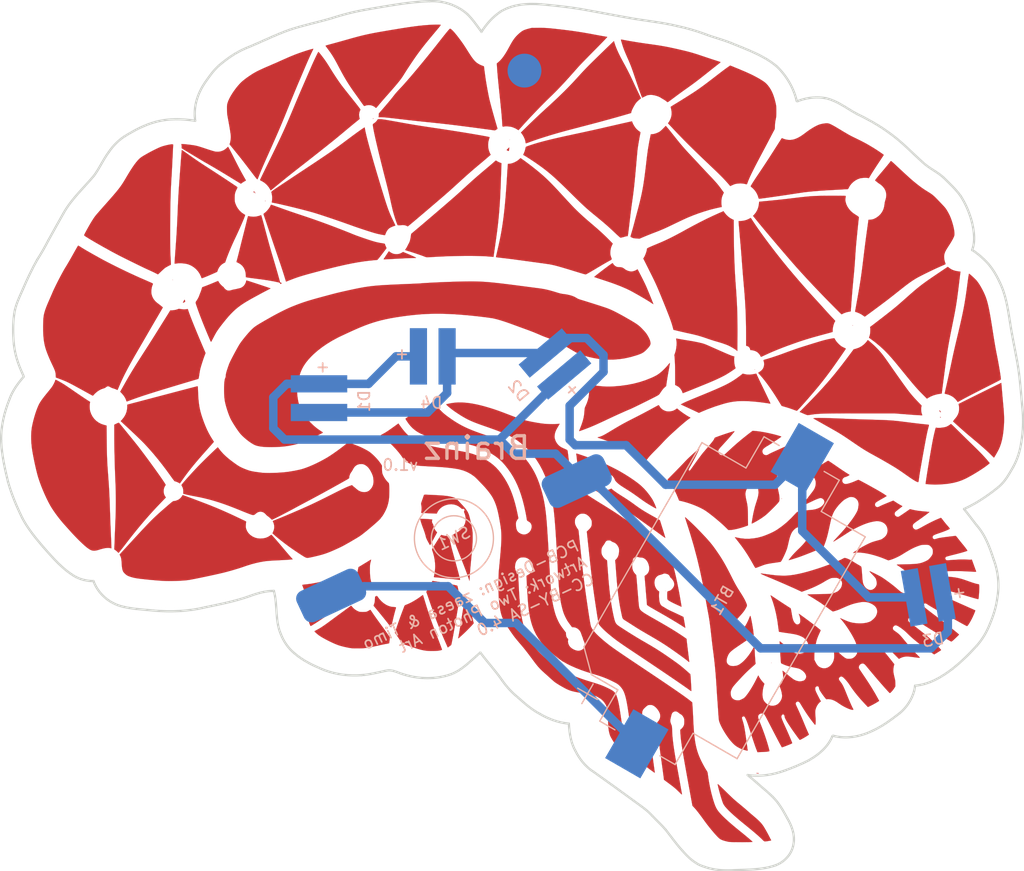
<source format=kicad_pcb>
(kicad_pcb (version 20211014) (generator pcbnew)

  (general
    (thickness 1.6)
  )

  (paper "A4")
  (layers
    (0 "F.Cu" signal)
    (31 "B.Cu" signal)
    (32 "B.Adhes" user "B.Adhesive")
    (33 "F.Adhes" user "F.Adhesive")
    (34 "B.Paste" user)
    (35 "F.Paste" user)
    (36 "B.SilkS" user "B.Silkscreen")
    (37 "F.SilkS" user "F.Silkscreen")
    (38 "B.Mask" user)
    (39 "F.Mask" user)
    (40 "Dwgs.User" user "User.Drawings")
    (41 "Cmts.User" user "User.Comments")
    (42 "Eco1.User" user "User.Eco1")
    (43 "Eco2.User" user "User.Eco2")
    (44 "Edge.Cuts" user)
    (45 "Margin" user)
    (46 "B.CrtYd" user "B.Courtyard")
    (47 "F.CrtYd" user "F.Courtyard")
    (48 "B.Fab" user)
    (49 "F.Fab" user)
    (50 "User.1" user)
    (51 "User.2" user)
    (52 "User.3" user)
    (53 "User.4" user)
    (54 "User.5" user)
    (55 "User.6" user)
    (56 "User.7" user)
    (57 "User.8" user)
    (58 "User.9" user)
  )

  (setup
    (stackup
      (layer "F.SilkS" (type "Top Silk Screen"))
      (layer "F.Paste" (type "Top Solder Paste"))
      (layer "F.Mask" (type "Top Solder Mask") (thickness 0.01))
      (layer "F.Cu" (type "copper") (thickness 0.035))
      (layer "dielectric 1" (type "core") (thickness 1.51) (material "FR4") (epsilon_r 4.5) (loss_tangent 0.02))
      (layer "B.Cu" (type "copper") (thickness 0.035))
      (layer "B.Mask" (type "Bottom Solder Mask") (thickness 0.01))
      (layer "B.Paste" (type "Bottom Solder Paste"))
      (layer "B.SilkS" (type "Bottom Silk Screen"))
      (copper_finish "None")
      (dielectric_constraints no)
    )
    (pad_to_mask_clearance 0)
    (pcbplotparams
      (layerselection 0x00010fc_ffffffff)
      (disableapertmacros false)
      (usegerberextensions false)
      (usegerberattributes true)
      (usegerberadvancedattributes true)
      (creategerberjobfile true)
      (svguseinch false)
      (svgprecision 6)
      (excludeedgelayer true)
      (plotframeref false)
      (viasonmask false)
      (mode 1)
      (useauxorigin false)
      (hpglpennumber 1)
      (hpglpenspeed 20)
      (hpglpendiameter 15.000000)
      (dxfpolygonmode true)
      (dxfimperialunits true)
      (dxfusepcbnewfont true)
      (psnegative false)
      (psa4output false)
      (plotreference true)
      (plotvalue true)
      (plotinvisibletext false)
      (sketchpadsonfab false)
      (subtractmaskfromsilk false)
      (outputformat 1)
      (mirror false)
      (drillshape 1)
      (scaleselection 1)
      (outputdirectory "")
    )
  )

  (net 0 "")
  (net 1 "GND")
  (net 2 "+3V0")
  (net 3 "VCC")

  (footprint "binary_kitchen:Brain_smooth_v12" (layer "F.Cu")
    (tedit 0) (tstamp 404a84df-80d8-48b5-a034-5873425c8121)
    (at 119.375 89.025)
    (attr through_hole)
    (fp_text reference "Ref**" (at 0 0) (layer "F.SilkS") hide
      (effects (font (size 1.27 1.27) (thickness 0.15)))
      (tstamp b7362809-b992-4d7f-a028-2cda930f6329)
    )
    (fp_text value "Val**" (at 0 0) (layer "F.SilkS") hide
      (effects (font (size 1.27 1.27) (thickness 0.15)))
      (tstamp 8822eeb5-eab0-4765-9fc1-de2da78577b1)
    )
    (fp_poly (pts
        (xy -40.877921 -4.815662)
        (xy -40.816925 -4.786976)
        (xy -40.732394 -4.743434)
        (xy -40.630692 -4.688531)
        (xy -40.518182 -4.625758)
        (xy -40.401229 -4.558609)
        (xy -40.286196 -4.490578)
        (xy -40.184916 -4.428576)
        (xy -40.105432 -4.377579)
        (xy -39.997645 -4.306455)
        (xy -39.867857 -4.219463)
        (xy -39.722366 -4.120866)
        (xy -39.567473 -4.014925)
        (xy -39.409476 -3.905901)
        (xy -39.311523 -3.83779)
        (xy -39.169886 -3.739572)
        (xy -39.018108 -3.635357)
        (xy -38.860353 -3.527914)
        (xy -38.700786 -3.420013)
        (xy -38.543572 -3.314424)
        (xy -38.392876 -3.213914)
        (xy -38.252862 -3.121254)
        (xy -38.127696 -3.039214)
        (xy -38.021542 -2.970562)
        (xy -37.938564 -2.918068)
        (xy -37.882928 -2.884501)
        (xy -37.860688 -2.873061)
        (xy -37.855438 -2.851182)
        (xy -37.860527 -2.801402)
        (xy -37.868553 -2.761855)
        (xy -37.886553 -2.64405)
        (xy -37.893596 -2.500275)
        (xy -37.890098 -2.345341)
        (xy -37.876471 -2.194056)
        (xy -37.853127 -2.06123)
        (xy -37.848492 -2.042584)
        (xy -37.761791 -1.791846)
        (xy -37.63954 -1.561522)
        (xy -37.484747 -1.354553)
        (xy -37.30042 -1.173878)
        (xy -37.089569 -1.022436)
        (xy -36.855202 -0.903168)
        (xy -36.600326 -0.819013)
        (xy -36.595008 -0.817701)
        (xy -36.396083 -0.768923)
        (xy -36.382592 0.520413)
        (xy -36.378649 0.865964)
        (xy -36.374307 1.175437)
        (xy -36.36931 1.455087)
        (xy -36.363408 1.711171)
        (xy -36.356346 1.949943)
        (xy -36.347871 2.177659)
        (xy -36.337731 2.400575)
        (xy -36.325673 2.624945)
        (xy -36.311443 2.857025)
        (xy -36.294789 3.10307)
        (xy -36.275458 3.369336)
        (xy -36.258108 3.598333)
        (xy -36.225191 4.04006)
        (xy -36.196953 4.449032)
        (xy -36.172877 4.834505)
        (xy -36.152444 5.205737)
        (xy -36.135138 5.571986)
        (xy -36.120439 5.942508)
        (xy -36.110665 6.233583)
        (xy -36.098346 6.622878)
        (xy -36.086702 6.977984)
        (xy -36.075426 7.307035)
        (xy -36.06421 7.618164)
        (xy -36.052746 7.919504)
        (xy -36.040728 8.219189)
        (xy -36.027848 8.525351)
        (xy -36.013798 8.846125)
        (xy -36.002004 9.107861)
        (xy -35.993078 9.308369)
        (xy -35.98513 9.495672)
        (xy -35.978308 9.665582)
        (xy -35.972763 9.813911)
        (xy -35.968644 9.936471)
        (xy -35.966102 10.029076)
        (xy -35.965286 10.087536)
        (xy -35.966235 10.107624)
        (xy -35.990652 10.108553)
        (xy -36.038598 10.09876)
        (xy -36.048095 10.096138)
        (xy -36.176966 10.075018)
        (xy -36.336117 10.075281)
        (xy -36.519746 10.096167)
        (xy -36.722051 10.136918)
        (xy -36.93723 10.196776)
        (xy -37.016399 10.222743)
        (xy -37.208799 10.281022)
        (xy -37.373998 10.314308)
        (xy -37.518431 10.323312)
        (xy -37.648533 10.308744)
        (xy -37.694055 10.297598)
        (xy -37.79257 10.260804)
        (xy -37.903972 10.201518)
        (xy -38.03027 10.11815)
        (xy -38.173469 10.009112)
        (xy -38.335578 9.872815)
        (xy -38.518602 9.70767)
        (xy -38.724549 9.51209)
        (xy -38.883987 9.355666)
        (xy -39.012815 9.225676)
        (xy -39.157597 9.075973)
        (xy -39.306628 8.918892)
        (xy -39.448202 8.766767)
        (xy -39.566981 8.636)
        (xy -39.674617 8.51573)
        (xy -39.785561 8.392112)
        (xy -39.892454 8.273324)
        (xy -39.987932 8.167543)
        (xy -40.064635 8.082947)
        (xy -40.081445 8.0645)
        (xy -40.286247 7.832072)
        (xy -40.49402 7.581326)
        (xy -40.699069 7.319933)
        (xy -40.895697 7.055565)
        (xy -41.078208 6.795894)
        (xy -41.240905 6.548591)
        (xy -41.378092 6.32133)
        (xy -41.38586 6.307666)
        (xy -41.546789 6.00931)
        (xy -41.710607 5.679313)
        (xy -41.873011 5.327749)
        (xy -42.029695 4.964696)
        (xy -42.176357 4.600229)
        (xy -42.308693 4.244425)
        (xy -42.4224 3.907359)
        (xy -42.452661 3.81)
        (xy -42.509197 3.612967)
        (xy -42.57004 3.380979)
        (xy -42.633656 3.121009)
        (xy -42.69851 2.840028)
        (xy -42.763067 2.545009)
        (xy -42.82579 2.242924)
        (xy -42.885146 1.940747)
        (xy -42.939598 1.64545)
        (xy -42.976953 1.42875)
        (xy -43.021346 1.112852)
        (xy -43.051841 0.78698)
        (xy -43.068344 0.459658)
        (xy -43.070761 0.139409)
        (xy -43.058997 -0.165242)
        (xy -43.032958 -0.445773)
        (xy -43.000056 -0.656167)
        (xy -42.935788 -0.96113)
        (xy -42.860111 -1.270717)
        (xy -42.775433 -1.577149)
        (xy -42.684158 -1.872645)
        (xy -42.588692 -2.149427)
        (xy -42.491442 -2.399715)
        (xy -42.394813 -2.61573)
        (xy -42.392751 -2.619959)
        (xy -42.327311 -2.742763)
        (xy -42.244294 -2.87823)
        (xy -42.141277 -3.029771)
        (xy -42.015836 -3.200796)
        (xy -41.865548 -3.394718)
        (xy -41.68799 -3.614947)
        (xy -41.672849 -3.633421)
        (xy -41.574722 -3.75363)
        (xy -41.47945 -3.87146)
        (xy -41.392369 -3.980225)
        (xy -41.318818 -4.073239)
        (xy -41.264134 -4.143817)
        (xy -41.244863 -4.169517)
        (xy -41.186953 -4.255888)
        (xy -41.125208 -4.360326)
        (xy -41.064947 -4.472417)
        (xy -41.011487 -4.581747)
        (xy -40.970146 -4.677902)
        (xy -40.946242 -4.750467)
        (xy -40.944775 -4.757209)
        (xy -40.929556 -4.803923)
        (xy -40.910827 -4.82578)
        (xy -40.909016 -4.826)
        (xy -40.877921 -4.815662)
      ) (layer "F.Cu") (width 0.01) (fill solid) (tstamp 0511c725-ed03-4de8-8575-dd21266e168e))
    (fp_poly (pts
        (xy -3.8053 -13.538696)
        (xy -3.600701 -13.534779)
        (xy -3.397618 -13.528501)
        (xy -3.193044 -13.519611)
        (xy -2.983973 -13.507862)
        (xy -2.767398 -13.493005)
        (xy -2.540311 -13.474793)
        (xy -2.299706 -13.452975)
        (xy -2.042576 -13.427305)
        (xy -1.765914 -13.397532)
        (xy -1.466712 -13.36341)
        (xy -1.141965 -13.32469)
        (xy -0.788665 -13.281122)
        (xy -0.403805 -13.232459)
        (xy 0.015622 -13.178452)
        (xy 0.472622 -13.118853)
        (xy 0.687917 -13.090591)
        (xy 0.914981 -13.060738)
        (xy 1.134067 -13.031933)
        (xy 1.340743 -13.004761)
        (xy 1.530578 -12.979803)
        (xy 1.699142 -12.957643)
        (xy 1.842001 -12.938862)
        (xy 1.954727 -12.924044)
        (xy 2.032886 -12.91377)
        (xy 2.06375 -12.909714)
        (xy 2.318782 -12.868767)
        (xy 2.602475 -12.809007)
        (xy 2.916908 -12.729916)
        (xy 3.26416 -12.630972)
        (xy 3.6195 -12.520321)
        (xy 3.825347 -12.465049)
        (xy 4.033198 -12.429137)
        (xy 4.063253 -12.425758)
        (xy 4.335816 -12.388313)
        (xy 4.591615 -12.334835)
        (xy 4.824755 -12.267087)
        (xy 5.029341 -12.186831)
        (xy 5.199478 -12.09583)
        (xy 5.226827 -12.077875)
        (xy 5.308519 -12.027675)
        (xy 5.397962 -11.984842)
        (xy 5.506933 -11.944358)
        (xy 5.629162 -11.906447)
        (xy 5.745485 -11.871759)
        (xy 5.895477 -11.82598)
        (xy 6.072575 -11.771192)
        (xy 6.270217 -11.709481)
        (xy 6.48184 -11.64293)
        (xy 6.700881 -11.573624)
        (xy 6.920779 -11.503645)
        (xy 7.134971 -11.435079)
        (xy 7.336895 -11.37001)
        (xy 7.519988 -11.310521)
        (xy 7.677688 -11.258696)
        (xy 7.803432 -11.216619)
        (xy 7.831667 -11.20699)
        (xy 8.009678 -11.142149)
        (xy 8.195809 -11.066543)
        (xy 8.394078 -10.978198)
        (xy 8.608502 -10.87514)
        (xy 8.843101 -10.755396)
        (xy 9.101891 -10.616992)
        (xy 9.38889 -10.457954)
        (xy 9.599084 -10.338803)
        (xy 9.83633 -10.20276)
        (xy 10.040285 -10.084382)
        (xy 10.214802 -9.981028)
        (xy 10.363733 -9.890058)
        (xy 10.490931 -9.80883)
        (xy 10.600251 -9.734704)
        (xy 10.695545 -9.665038)
        (xy 10.780665 -9.597192)
        (xy 10.859467 -9.528523)
        (xy 10.935802 -9.456393)
        (xy 11.013523 -9.378158)
        (xy 11.038637 -9.352111)
        (xy 11.164377 -9.21933)
        (xy 11.265475 -9.107969)
        (xy 11.347949 -9.01026)
        (xy 11.417817 -8.918432)
        (xy 11.481098 -8.824718)
        (xy 11.543809 -8.721346)
        (xy 11.589658 -8.640751)
        (xy 11.683221 -8.454359)
        (xy 11.748462 -8.282172)
        (xy 11.783735 -8.129074)
        (xy 11.789834 -8.046561)
        (xy 11.777605 -7.965255)
        (xy 11.739414 -7.874544)
        (xy 11.673003 -7.770943)
        (xy 11.576115 -7.650968)
        (xy 11.446492 -7.511132)
        (xy 11.436067 -7.500441)
        (xy 11.327935 -7.394761)
        (xy 11.226305 -7.308005)
        (xy 11.122699 -7.235237)
        (xy 11.008639 -7.171524)
        (xy 10.875645 -7.11193)
        (xy 10.715239 -7.051522)
        (xy 10.592827 -7.009671)
        (xy 10.065241 -6.852355)
        (xy 9.544423 -6.734584)
        (xy 9.024537 -6.655489)
        (xy 8.499749 -6.614201)
        (xy 7.964222 -6.609853)
        (xy 7.916334 -6.611211)
        (xy 7.567766 -6.633585)
        (xy 7.195532 -6.678432)
        (xy 6.810373 -6.743565)
        (xy 6.423033 -6.826796)
        (xy 6.044253 -6.925939)
        (xy 5.684776 -7.038806)
        (xy 5.513917 -7.100351)
        (xy 5.438238 -7.130726)
        (xy 5.357641 -7.167047)
        (xy 5.267518 -7.211826)
        (xy 5.163261 -7.267577)
        (xy 5.040259 -7.336814)
        (xy 4.893904 -7.422051)
        (xy 4.719586 -7.525801)
        (xy 4.582584 -7.608295)
        (xy 4.212049 -7.822101)
        (xy 3.821923 -8.02853)
        (xy 3.423289 -8.222291)
        (xy 3.027229 -8.398088)
        (xy 2.644826 -8.550629)
        (xy 2.497937 -8.60403)
        (xy 2.401931 -8.639771)
        (xy 2.281537 -8.687406)
        (xy 2.150862 -8.741211)
        (xy 2.024012 -8.795465)
        (xy 2.000385 -8.805847)
        (xy 1.584659 -8.982703)
        (xy 1.150068 -9.155008)
        (xy 0.762 -9.298558)
        (xy 0.657605 -9.336065)
        (xy 0.521794 -9.385295)
        (xy 0.362837 -9.443227)
        (xy 0.189 -9.50684)
        (xy 0.008552 -9.573111)
        (xy -0.17024 -9.639021)
        (xy -0.22225 -9.658246)
        (xy -0.564517 -9.783275)
        (xy -0.872501 -9.892333)
        (xy -1.150528 -9.986807)
        (xy -1.402926 -10.068086)
        (xy -1.634022 -10.137555)
        (xy -1.848143 -10.196603)
        (xy -2.049616 -10.246618)
        (xy -2.077366 -10.253048)
        (xy -2.17339 -10.272229)
        (xy -2.30681 -10.294589)
        (xy -2.47286 -10.319537)
        (xy -2.66677 -10.346481)
        (xy -2.883773 -10.374829)
        (xy -3.1191 -10.40399)
        (xy -3.367983 -10.433373)
        (xy -3.625655 -10.462385)
        (xy -3.887346 -10.490436)
        (xy -4.14829 -10.516934)
        (xy -4.392083 -10.540215)
        (xy -5.009161 -10.59285)
        (xy -5.591607 -10.633286)
        (xy -6.145342 -10.661467)
        (xy -6.676291 -10.677334)
        (xy -7.190377 -10.680828)
        (xy -7.693521 -10.671893)
        (xy -8.191646 -10.65047)
        (xy -8.690676 -10.616502)
        (xy -9.196534 -10.569929)
        (xy -9.715142 -10.510695)
        (xy -9.906 -10.486274)
        (xy -10.401695 -10.417448)
        (xy -10.860868 -10.345519)
        (xy -11.289302 -10.268976)
        (xy -11.692779 -10.186311)
        (xy -12.07708 -10.096014)
        (xy -12.447987 -9.996577)
        (xy -12.811282 -9.886489)
        (xy -13.172748 -9.764243)
        (xy -13.538165 -9.628328)
        (xy -13.913317 -9.477237)
        (xy -14.139333 -9.381325)
        (xy -14.268065 -9.325013)
        (xy -14.421971 -9.256462)
        (xy -14.594773 -9.178571)
        (xy -14.780194 -9.094237)
        (xy -14.971958 -9.00636)
        (xy -15.163788 -8.917837)
        (xy -15.349406 -8.831567)
        (xy -15.522536 -8.750448)
        (xy -15.6769 -8.677379)
        (xy -15.806221 -8.615257)
        (xy -15.904224 -8.566982)
        (xy -15.917333 -8.560352)
        (xy -16.404329 -8.296857)
        (xy -16.867051 -8.014335)
        (xy -17.301695 -7.7155)
        (xy -17.704458 -7.403065)
        (xy -18.071535 -7.079743)
        (xy -18.277993 -6.876591)
        (xy -18.533193 -6.5984)
        (xy -18.750796 -6.326136)
        (xy -18.933903 -6.05408)
        (xy -19.085616 -5.776511)
        (xy -19.209037 -5.487711)
        (xy -19.307269 -5.181959)
        (xy -19.383414 -4.853536)
        (xy -19.387879 -4.830175)
        (xy -19.438135 -4.547274)
        (xy -19.475269 -4.296736)
        (xy -19.49962 -4.070792)
        (xy -19.511532 -3.86167)
        (xy -19.511345 -3.661598)
        (xy -19.499401 -3.462807)
        (xy -19.476041 -3.257524)
        (xy -19.4614 -3.157767)
        (xy -19.420347 -2.926492)
        (xy -19.372266 -2.723425)
        (xy -19.312875 -2.534531)
        (xy -19.23789 -2.345772)
        (xy -19.166377 -2.19075)
        (xy -19.002619 -1.891636)
        (xy -18.802639 -1.59219)
        (xy -18.572053 -1.298516)
        (xy -18.31648 -1.016721)
        (xy -18.041538 -0.752908)
        (xy -17.752845 -0.513184)
        (xy -17.456019 -0.303653)
        (xy -17.393708 -0.264386)
        (xy -17.32152 -0.218152)
        (xy -17.265531 -0.179052)
        (xy -17.233855 -0.15291)
        (xy -17.229666 -0.146606)
        (xy -17.248008 -0.131886)
        (xy -17.299753 -0.101614)
        (xy -17.379978 -0.058222)
        (xy -17.483765 -0.004142)
        (xy -17.606191 0.058194)
        (xy -17.742335 0.126355)
        (xy -17.887276 0.197909)
        (xy -18.036094 0.270425)
        (xy -18.183867 0.341469)
        (xy -18.325674 0.408612)
        (xy -18.456593 0.46942)
        (xy -18.571705 0.521463)
        (xy -18.654025 0.557236)
        (xy -19.032266 0.70704)
        (xy -19.396836 0.829442)
        (xy -19.761355 0.928143)
        (xy -20.139438 1.006844)
        (xy -20.531666 1.067529)
        (xy -20.794986 1.096463)
        (xy -21.088003 1.118341)
        (xy -21.398621 1.132847)
        (xy -21.714745 1.13966)
        (xy -22.024277 1.138463)
        (xy -22.315123 1.128936)
        (xy -22.479 1.118838)
        (xy -22.729203 1.092287)
        (xy -22.955346 1.052406)
        (xy -23.149436 1.000645)
        (xy -23.171694 0.993189)
        (xy -23.306627 0.935704)
        (xy -23.462592 0.85053)
        (xy -23.633321 0.742334)
        (xy -23.812544 0.615778)
        (xy -23.993991 0.475528)
        (xy -24.171393 0.326248)
        (xy -24.338479 0.172603)
        (xy -24.488981 0.019258)
        (xy -24.506627 0)
        (xy -24.585854 -0.094301)
        (xy -24.68073 -0.21873)
        (xy -24.786624 -0.366258)
        (xy -24.898903 -0.529854)
        (xy -25.012936 -0.702489)
        (xy -25.12409 -0.877132)
        (xy -25.227733 -1.046753)
        (xy -25.319234 -1.204322)
        (xy -25.39396 -1.34281)
        (xy -25.402602 -1.359843)
        (xy -25.473813 -1.51437)
        (xy -25.549325 -1.700957)
        (xy -25.626024 -1.909984)
        (xy -25.700796 -2.131831)
        (xy -25.770526 -2.35688)
        (xy -25.832101 -2.575511)
        (xy -25.882406 -2.778104)
        (xy -25.917556 -2.95058)
        (xy -25.940157 -3.106633)
        (xy -25.957925 -3.283266)
        (xy -25.970957 -3.474907)
        (xy -25.979346 -3.675986)
        (xy -25.983186 -3.88093)
        (xy -25.982572 -4.084169)
        (xy -25.977598 -4.280132)
        (xy -25.968359 -4.463245)
        (xy -25.954949 -4.627939)
        (xy -25.937463 -4.768642)
        (xy -25.915994 -4.879782)
        (xy -25.890638 -4.955788)
        (xy -25.883363 -4.969199)
        (xy -25.855918 -5.031223)
        (xy -25.838737 -5.11634)
        (xy -25.830772 -5.209612)
        (xy -25.8234 -5.290378)
        (xy -25.808641 -5.37664)
        (xy -25.784424 -5.477133)
        (xy -25.748672 -5.600591)
        (xy -25.705821 -5.735785)
        (xy -25.661914 -5.86819)
        (xy -25.616048 -6.002008)
        (xy -25.572308 -6.125615)
        (xy -25.534779 -6.227388)
        (xy -25.517071 -6.27282)
        (xy -25.481004 -6.354873)
        (xy -25.427063 -6.46774)
        (xy -25.358417 -6.605502)
        (xy -25.278239 -6.762242)
        (xy -25.189698 -6.932042)
        (xy -25.095965 -7.108982)
        (xy -25.000211 -7.287146)
        (xy -24.905608 -7.460616)
        (xy -24.815324 -7.623472)
        (xy -24.732531 -7.769798)
        (xy -24.660401 -7.893675)
        (xy -24.602102 -7.989185)
        (xy -24.576603 -8.028186)
        (xy -24.454428 -8.199992)
        (xy -24.309804 -8.390811)
        (xy -24.151003 -8.590533)
        (xy -23.9863 -8.789045)
        (xy -23.823967 -8.976236)
        (xy -23.672276 -9.141994)
        (xy -23.625048 -9.191209)
        (xy -23.540768 -9.276442)
        (xy -23.462283 -9.352083)
        (xy -23.385047 -9.421326)
        (xy -23.304513 -9.487367)
        (xy -23.216136 -9.553401)
        (xy -23.115369 -9.622624)
        (xy -22.997664 -9.69823)
        (xy -22.858477 -9.783416)
        (xy -22.693261 -9.881376)
        (xy -22.497468 -9.995306)
        (xy -22.404916 -10.048749)
        (xy -22.018039 -10.269778)
        (xy -21.6623 -10.468631)
        (xy -21.33401 -10.647195)
        (xy -21.029474 -10.807353)
        (xy -20.745002 -10.950989)
        (xy -20.476902 -11.07999)
        (xy -20.22148 -11.196239)
        (xy -19.975046 -11.30162)
        (xy -19.85463 -11.350591)
        (xy -19.639533 -11.435575)
        (xy -19.435604 -11.513809)
        (xy -19.237781 -11.586906)
        (xy -19.041003 -11.656476)
        (xy -18.840207 -11.724132)
        (xy -18.63033 -11.791486)
        (xy -18.406312 -11.860148)
        (xy -18.163091 -11.93173)
        (xy -17.895603 -12.007843)
        (xy -17.598787 -12.0901)
        (xy -17.26758 -12.180112)
        (xy -17.147386 -12.21246)
        (xy -16.887396 -12.282208)
        (xy -16.66251 -12.342292)
        (xy -16.46698 -12.394143)
        (xy -16.295057 -12.439192)
        (xy -16.140991 -12.47887)
        (xy -15.999034 -12.514608)
        (xy -15.863438 -12.547837)
        (xy -15.728452 -12.579987)
        (xy -15.588328 -12.61249)
        (xy -15.437318 -12.646776)
        (xy -15.269671 -12.684277)
        (xy -15.104993 -12.720812)
        (xy -14.811486 -12.785378)
        (xy -14.540668 -12.84385)
        (xy -14.288881 -12.896645)
        (xy -14.052466 -12.944178)
        (xy -13.827767 -12.986863)
        (xy -13.611125 -13.025115)
        (xy -13.398883 -13.059351)
        (xy -13.187381 -13.089984)
        (xy -12.972963 -13.11743)
        (xy -12.751969 -13.142105)
        (xy -12.520743 -13.164422)
        (xy -12.275627 -13.184798)
        (xy -12.012961 -13.203648)
        (xy -11.729089 -13.221386)
        (xy -11.420353 -13.238427)
        (xy -11.083093 -13.255188)
        (xy -10.713653 -13.272082)
        (xy -10.308375 -13.289526)
        (xy -9.9695 -13.303596)
        (xy -9.738805 -13.313175)
        (xy -9.51785 -13.322555)
        (xy -9.310771 -13.331545)
        (xy -9.121704 -13.339957)
        (xy -8.954782 -13.347601)
        (xy -8.814142 -13.35429)
        (xy -8.70392 -13.359833)
        (xy -8.628249 -13.364042)
        (xy -8.593666 -13.366479)
        (xy -8.447689 -13.378965)
        (xy -8.264178 -13.392189)
        (xy -8.04792 -13.405941)
        (xy -7.803705 -13.420014)
        (xy -7.53632 -13.434201)
        (xy -7.250555 -13.448291)
        (xy -6.951197 -13.462079)
        (xy -6.643035 -13.475355)
        (xy -6.330858 -13.487912)
        (xy -6.019453 -13.499542)
        (xy -5.71361 -13.510036)
        (xy -5.418115 -13.519186)
        (xy -5.137759 -13.526785)
        (xy -4.877329 -13.532624)
        (xy -4.699 -13.535708)
        (xy -4.458266 -13.538756)
        (xy -4.231076 -13.540436)
        (xy -4.014423 -13.540499)
        (xy -3.8053 -13.538696)
      ) (layer "F.Cu") (width 0.01) (fill solid) (tstamp 0a5f5124-869e-4c6f-9f12-32294092fcaa))
    (fp_poly (pts
        (xy -35.294942 -1.011486)
        (xy -35.293656 -1.01017)
        (xy -35.267696 -0.979745)
        (xy -35.21813 -0.920125)
        (xy -35.147981 -0.835024)
        (xy -35.060272 -0.728157)
        (xy -34.958025 -0.603239)
        (xy -34.844264 -0.463984)
        (xy -34.722011 -0.314107)
        (xy -34.594288 -0.157321)
        (xy -34.464119 0.002658)
        (xy -34.334526 0.162117)
        (xy -34.208532 0.31734)
        (xy -34.089161 0.464613)
        (xy -33.979433 0.600221)
        (xy -33.882374 0.720451)
        (xy -33.801004 0.821587)
        (xy -33.738347 0.899916)
        (xy -33.705095 0.941916)
        (xy -33.565912 1.120703)
        (xy -33.416653 1.315164)
        (xy -33.259204 1.522667)
        (xy -33.095453 1.740583)
        (xy -32.927285 1.966281)
        (xy -32.756587 2.19713)
        (xy -32.585246 2.430499)
        (xy -32.415149 2.663758)
        (xy -32.248182 2.894276)
        (xy -32.086232 3.119423)
        (xy -31.931186 3.336567)
        (xy -31.78493 3.543078)
        (xy -31.649351 3.736325)
        (xy -31.526336 3.913678)
        (xy -31.417772 4.072506)
        (xy -31.325544 4.210178)
        (xy -31.25154 4.324064)
        (xy -31.197647 4.411533)
        (xy -31.165751 4.469954)
        (xy -31.157333 4.49437)
        (xy -31.172284 4.533097)
        (xy -31.18633 4.548548)
        (xy -31.209674 4.579582)
        (xy -31.241903 4.636746)
        (xy -31.27272 4.7005)
        (xy -31.324499 4.862286)
        (xy -31.3428 5.034369)
        (xy -31.328488 5.206812)
        (xy -31.28243 5.369678)
        (xy -31.205492 5.513029)
        (xy -31.201373 5.518785)
        (xy -31.138356 5.605778)
        (xy -31.555303 6.0375)
        (xy -31.94183 6.442772)
        (xy -32.312929 6.842602)
        (xy -32.673509 7.242727)
        (xy -33.028479 7.648882)
        (xy -33.382747 8.066804)
        (xy -33.741222 8.502229)
        (xy -34.108813 8.960894)
        (xy -34.490427 9.448534)
        (xy -34.639208 9.641416)
        (xy -34.758913 9.796688)
        (xy -34.874594 9.945828)
        (xy -34.983428 10.085266)
        (xy -35.082587 10.211431)
        (xy -35.169247 10.320754)
        (xy -35.240581 10.409665)
        (xy -35.293764 10.474595)
        (xy -35.32597 10.511972)
        (xy -35.334494 10.519833)
        (xy -35.350751 10.505945)
        (xy -35.387344 10.470035)
        (xy -35.423412 10.433213)
        (xy -35.492183 10.368691)
        (xy -35.569939 10.305077)
        (xy -35.602333 10.281616)
        (xy -35.65594 10.245036)
        (xy -35.692893 10.219797)
        (xy -35.703043 10.212846)
        (xy -35.703468 10.191249)
        (xy -35.702187 10.130132)
        (xy -35.699302 10.032269)
        (xy -35.694918 9.900437)
        (xy -35.689137 9.737408)
        (xy -35.682064 9.545959)
        (xy -35.673802 9.328863)
        (xy -35.664454 9.088895)
        (xy -35.654124 8.828831)
        (xy -35.642915 8.551444)
        (xy -35.63093 8.25951)
        (xy -35.623709 8.085666)
        (xy -35.605885 7.636221)
        (xy -35.591573 7.221692)
        (xy -35.580775 6.834808)
        (xy -35.573495 6.468298)
        (xy -35.569735 6.114891)
        (xy -35.569498 5.767316)
        (xy -35.572788 5.418302)
        (xy -35.579606 5.060576)
        (xy -35.589955 4.686869)
        (xy -35.603839 4.289909)
        (xy -35.621261 3.862425)
        (xy -35.625388 3.767666)
        (xy -35.66593 2.686443)
        (xy -35.693069 1.597563)
        (xy -35.70636 0.520824)
        (xy -35.707697 0.102018)
        (xy -35.708166 -0.843714)
        (xy -35.512592 -0.939902)
        (xy -35.418741 -0.984378)
        (xy -35.355354 -1.009795)
        (xy -35.316173 -1.018162)
        (xy -35.294942 -1.011486)
      ) (layer "F.Cu") (width 0.01) (fill solid) (tstamp 0f48388c-3b1a-4de9-b38f-708a2743f20d))
    (fp_poly (pts
        (xy 9.192568 -34.978424)
        (xy 9.248824 -34.970775)
        (xy 9.330502 -34.957302)
        (xy 9.429562 -34.939256)
        (xy 9.447653 -34.935804)
        (xy 9.756626 -34.8781)
        (xy 10.077642 -34.821489)
        (xy 10.415963 -34.765133)
        (xy 10.776852 -34.708195)
        (xy 11.165571 -34.649841)
        (xy 11.587385 -34.589233)
        (xy 11.916834 -34.543415)
        (xy 12.182556 -34.506104)
        (xy 12.429635 -34.469517)
        (xy 12.664204 -34.43247)
        (xy 12.892394 -34.39378)
        (xy 13.120337 -34.352265)
        (xy 13.354167 -34.306739)
        (xy 13.600014 -34.256022)
        (xy 13.864011 -34.198928)
        (xy 14.15229 -34.134276)
        (xy 14.470983 -34.060881)
        (xy 14.721417 -34.002266)
        (xy 14.938389 -33.949915)
        (xy 15.144316 -33.897253)
        (xy 15.346831 -33.842022)
        (xy 15.553566 -33.781965)
        (xy 15.772152 -33.714823)
        (xy 16.010222 -33.638338)
        (xy 16.275407 -33.550252)
        (xy 16.457084 -33.488721)
        (xy 16.643039 -33.425745)
        (xy 16.83835 -33.360269)
        (xy 17.033652 -33.295385)
        (xy 17.219583 -33.234186)
        (xy 17.386779 -33.179765)
        (xy 17.525878 -33.135214)
        (xy 17.55775 -33.125169)
        (xy 17.68476 -33.084953)
        (xy 17.7979 -33.048415)
        (xy 17.890985 -33.017613)
        (xy 17.95783 -32.994601)
        (xy 17.992251 -32.981436)
        (xy 17.995314 -32.979728)
        (xy 17.984644 -32.963144)
        (xy 17.945601 -32.92624)
        (xy 17.883818 -32.873912)
        (xy 17.804926 -32.811058)
        (xy 17.773905 -32.787167)
        (xy 17.70637 -32.73502)
        (xy 17.610638 -32.66026)
        (xy 17.491566 -32.566723)
        (xy 17.354012 -32.458241)
        (xy 17.202834 -32.338651)
        (xy 17.042891 -32.211786)
        (xy 16.87904 -32.081481)
        (xy 16.796591 -32.015777)
        (xy 16.526161 -31.800911)
        (xy 16.281739 -31.608563)
        (xy 16.056984 -31.433944)
        (xy 15.845551 -31.272268)
        (xy 15.6411 -31.118748)
        (xy 15.437288 -30.968597)
        (xy 15.227771 -30.817027)
        (xy 15.006209 -30.659251)
        (xy 14.901334 -30.585267)
        (xy 14.768722 -30.491007)
        (xy 14.611631 -30.377803)
        (xy 14.43925 -30.252373)
        (xy 14.26077 -30.121433)
        (xy 14.085379 -29.991701)
        (xy 13.922268 -29.869896)
        (xy 13.9065 -29.858044)
        (xy 13.77105 -29.756663)
        (xy 13.645471 -29.663618)
        (xy 13.533976 -29.581957)
        (xy 13.440781 -29.51473)
        (xy 13.3701 -29.464986)
        (xy 13.326148 -29.435774)
        (xy 13.313834 -29.429225)
        (xy 13.282478 -29.438879)
        (xy 13.232494 -29.470941)
        (xy 13.182262 -29.511937)
        (xy 13.104646 -29.573467)
        (xy 13.01356 -29.634306)
        (xy 12.960012 -29.664771)
        (xy 12.874795 -29.711929)
        (xy 12.787052 -29.765376)
        (xy 12.739329 -29.797186)
        (xy 12.622131 -29.870251)
        (xy 12.492573 -29.930951)
        (xy 12.340203 -29.983573)
        (xy 12.181417 -30.026007)
        (xy 12.062425 -30.052803)
        (xy 11.966655 -30.06854)
        (xy 11.877 -30.075035)
        (xy 11.776356 -30.074105)
        (xy 11.742147 -30.072682)
        (xy 11.65491 -30.067857)
        (xy 11.587497 -30.060525)
        (xy 11.528198 -30.047338)
        (xy 11.4653 -30.024945)
        (xy 11.387092 -29.989998)
        (xy 11.291179 -29.943697)
        (xy 11.046649 -29.82429)
        (xy 11.017543 -29.893951)
        (xy 10.98211 -29.982967)
        (xy 10.935161 -30.10748)
        (xy 10.878364 -30.262758)
        (xy 10.813389 -30.444071)
        (xy 10.741902 -30.646685)
        (xy 10.665574 -30.865871)
        (xy 10.586072 -31.096898)
        (xy 10.505065 -31.335033)
        (xy 10.424222 -31.575545)
        (xy 10.418978 -31.59125)
        (xy 10.335024 -31.841725)
        (xy 10.261337 -32.058608)
        (xy 10.19534 -32.248648)
        (xy 10.134457 -32.41859)
        (xy 10.076111 -32.575181)
        (xy 10.017725 -32.72517)
        (xy 9.956724 -32.875302)
        (xy 9.890529 -33.032325)
        (xy 9.816565 -33.202985)
        (xy 9.732256 -33.394029)
        (xy 9.719755 -33.422167)
        (xy 9.653624 -33.573112)
        (xy 9.587092 -33.728877)
        (xy 9.524236 -33.879637)
        (xy 9.46913 -34.015562)
        (xy 9.425851 -34.126828)
        (xy 9.41248 -34.163016)
        (xy 9.375216 -34.269633)
        (xy 9.335891 -34.388045)
        (xy 9.296519 -34.511482)
        (xy 9.259114 -34.633171)
        (xy 9.225691 -34.74634)
        (xy 9.198263 -34.844219)
        (xy 9.178845 -34.920035)
        (xy 9.16945 -34.967015)
        (xy 9.169778 -34.979001)
        (xy 9.192568 -34.978424)
      ) (layer "F.Cu") (width 0.01) (fill solid) (tstamp 121243eb-960b-4f83-94a3-64a0babc3744))
    (fp_poly (pts
        (xy -15.038916 0.66948)
        (xy -14.992147 0.684605)
        (xy -14.968692 0.700791)
        (xy -14.968674 0.700834)
        (xy -14.947765 0.713452)
        (xy -14.893473 0.73862)
        (xy -14.811933 0.773708)
        (xy -14.70928 0.816082)
        (xy -14.591649 0.863111)
        (xy -14.577091 0.868835)
        (xy -14.446839 0.91996)
        (xy -14.319969 0.969761)
        (xy -14.205657 1.014636)
        (xy -14.113075 1.050983)
        (xy -14.054666 1.073918)
        (xy -13.943479 1.121047)
        (xy -13.80865 1.183549)
        (xy -13.660737 1.256026)
        (xy -13.510297 1.333077)
        (xy -13.367888 1.409306)
        (xy -13.244066 1.479312)
        (xy -13.155083 1.533948)
        (xy -13.015719 1.635358)
        (xy -12.859926 1.766814)
        (xy -12.693928 1.922598)
        (xy -12.523947 2.096993)
        (xy -12.42873 2.201333)
        (xy -12.34722 2.296589)
        (xy -12.264989 2.399332)
        (xy -12.186463 2.503276)
        (xy -12.116069 2.602136)
        (xy -12.058234 2.689627)
        (xy -12.017384 2.759465)
        (xy -11.997946 2.805364)
        (xy -11.996993 2.814309)
        (xy -12.001092 2.901929)
        (xy -12.002138 3.01007)
        (xy -12.000463 3.126703)
        (xy -11.996396 3.239797)
        (xy -11.990267 3.337321)
        (xy -11.982405 3.407245)
        (xy -11.98045 3.417855)
        (xy -11.941443 3.545873)
        (xy -11.876389 3.691774)
        (xy -11.791144 3.845611)
        (xy -11.691564 3.997438)
        (xy -11.583504 4.137311)
        (xy -11.507459 4.221244)
        (xy -11.383824 4.347595)
        (xy -11.362028 4.560339)
        (xy -11.355414 4.655251)
        (xy -11.351096 4.782956)
        (xy -11.349204 4.933968)
        (xy -11.349866 5.098801)
        (xy -11.352703 5.249333)
        (xy -11.360382 5.463434)
        (xy -11.372318 5.646319)
        (xy -11.390192 5.809027)
        (xy -11.415688 5.962596)
        (xy -11.450486 6.118066)
        (xy -11.49627 6.286474)
        (xy -11.525895 6.385835)
        (xy -11.566911 6.502118)
        (xy -11.623051 6.635614)
        (xy -11.690045 6.778324)
        (xy -11.763623 6.922248)
        (xy -11.839516 7.059386)
        (xy -11.913453 7.181738)
        (xy -11.981165 7.281304)
        (xy -12.038381 7.350086)
        (xy -12.042995 7.354613)
        (xy -12.083165 7.398516)
        (xy -12.105621 7.433575)
        (xy -12.107333 7.440846)
        (xy -12.123281 7.468551)
        (xy -12.168792 7.519702)
        (xy -12.240369 7.591303)
        (xy -12.334514 7.680361)
        (xy -12.447729 7.783881)
        (xy -12.576518 7.898869)
        (xy -12.717381 8.022329)
        (xy -12.866821 8.151269)
        (xy -13.021341 8.282692)
        (xy -13.177443 8.413604)
        (xy -13.33163 8.541012)
        (xy -13.480403 8.66192)
        (xy -13.620264 8.773335)
        (xy -13.747717 8.872261)
        (xy -13.859264 8.955704)
        (xy -13.951406 9.02067)
        (xy -13.957108 9.024495)
        (xy -14.045467 9.081448)
        (xy -14.164554 9.155142)
        (xy -14.308031 9.241871)
        (xy -14.469557 9.337928)
        (xy -14.642792 9.439608)
        (xy -14.821398 9.543204)
        (xy -14.999034 9.64501)
        (xy -15.169361 9.741321)
        (xy -15.326039 9.82843)
        (xy -15.419916 9.879635)
        (xy -15.560203 9.952335)
        (xy -15.731183 10.035973)
        (xy -15.923959 10.1265)
        (xy -16.129632 10.219869)
        (xy -16.339305 10.312031)
        (xy -16.54408 10.398938)
        (xy -16.711083 10.467027)
        (xy -16.905535 10.540638)
        (xy -17.108998 10.609598)
        (xy -17.328542 10.675962)
        (xy -17.571231 10.74179)
        (xy -17.844135 10.809137)
        (xy -18.048551 10.856395)
        (xy -18.219919 10.894537)
        (xy -18.35618 10.922988)
        (xy -18.463315 10.942244)
        (xy -18.547306 10.952799)
        (xy -18.614135 10.955147)
        (xy -18.669784 10.949785)
        (xy -18.720235 10.937207)
        (xy -18.77147 10.917908)
        (xy -18.774833 10.916491)
        (xy -18.831173 10.88785)
        (xy -18.917479 10.837659)
        (xy -19.029225 10.768911)
        (xy -19.161887 10.6846)
        (xy -19.310936 10.587719)
        (xy -19.471848 10.48126)
        (xy -19.640096 10.368218)
        (xy -19.811154 10.251584)
        (xy -19.980497 10.134353)
        (xy -20.143597 10.019517)
        (xy -20.28825 9.91565)
        (xy -20.451644 9.795387)
        (xy -20.623492 9.666021)
        (xy -20.797244 9.532693)
        (xy -20.966355 9.400546)
        (xy -21.124277 9.274724)
        (xy -21.264462 9.160368)
        (xy -21.380363 9.062622)
        (xy -21.43166 9.017558)
        (xy -21.502541 8.95438)
        (xy -21.575045 8.890376)
        (xy -21.619781 8.851301)
        (xy -21.701079 8.780853)
        (xy -21.647411 8.671385)
        (xy -21.571712 8.473554)
        (xy -21.53742 8.274892)
        (xy -21.544606 8.07789)
        (xy -21.593341 7.885036)
        (xy -21.622827 7.813233)
        (xy -21.650489 7.751616)
        (xy -21.669296 7.707897)
        (xy -21.674666 7.693404)
        (xy -21.655893 7.684229)
        (xy -21.6034 7.662055)
        (xy -21.522924 7.629214)
        (xy -21.420203 7.588038)
        (xy -21.300977 7.540861)
        (xy -21.256625 7.523447)
        (xy -21.123101 7.470157)
        (xy -20.956536 7.402111)
        (xy -20.762588 7.321712)
        (xy -20.546915 7.231367)
        (xy -20.315173 7.133479)
        (xy -20.073021 7.030455)
        (xy -19.826117 6.924698)
        (xy -19.580117 6.818616)
        (xy -19.340679 6.714612)
        (xy -19.113461 6.615091)
        (xy -18.951021 6.543309)
        (xy -18.6295 6.398936)
        (xy -18.3062 6.250328)
        (xy -17.975194 6.09464)
        (xy -17.630555 5.929027)
        (xy -17.266358 5.750643)
        (xy -16.876673 5.556643)
        (xy -16.499416 5.366416)
        (xy -16.225122 5.227661)
        (xy -15.985092 5.106894)
        (xy -15.776042 5.002556)
        (xy -15.594684 4.913089)
        (xy -15.437734 4.836932)
        (xy -15.301906 4.772529)
        (xy -15.183914 4.71832)
        (xy -15.080471 4.672747)
        (xy -14.988293 4.63425)
        (xy -14.904094 4.601272)
        (xy -14.827155 4.573159)
        (xy -14.6524 4.511478)
        (xy -14.593373 4.573089)
        (xy -14.535126 4.627203)
        (xy -14.46865 4.680171)
        (xy -14.458548 4.687356)
        (xy -14.405273 4.728399)
        (xy -14.336123 4.787057)
        (xy -14.265351 4.851203)
        (xy -14.25995 4.8563)
        (xy -14.105625 4.977584)
        (xy -13.936606 5.066118)
        (xy -13.759068 5.120626)
        (xy -13.579187 5.139833)
        (xy -13.403139 5.122464)
        (xy -13.237445 5.067407)
        (xy -13.152086 5.013355)
        (xy -13.059317 4.931743)
        (xy -12.969434 4.833463)
        (xy -12.892732 4.729406)
        (xy -12.853561 4.661312)
        (xy -12.797879 4.531803)
        (xy -12.763126 4.403494)
        (xy -12.747038 4.263444)
        (xy -12.747349 4.098713)
        (xy -12.749051 4.064)
        (xy -12.760197 3.925331)
        (xy -12.779288 3.804942)
        (xy -12.809908 3.689465)
        (xy -12.855639 3.565529)
        (xy -12.920064 3.419766)
        (xy -12.923942 3.411447)
        (xy -13.04447 3.18437)
        (xy -13.175539 2.997345)
        (xy -13.318191 2.84917)
        (xy -13.473471 2.738642)
        (xy -13.536378 2.706088)
        (xy -13.614766 2.672585)
        (xy -13.683182 2.6533)
        (xy -13.759809 2.644513)
        (xy -13.847097 2.642513)
        (xy -14.025432 2.657447)
        (xy -14.18114 2.704563)
        (xy -14.317155 2.78588)
        (xy -14.436411 2.903414)
        (xy -14.541844 3.059182)
        (xy -14.59116 3.153833)
        (xy -14.637829 3.238361)
        (xy -14.696605 3.328421)
        (xy -14.732234 3.376083)
        (xy -14.798227 3.478243)
        (xy -14.852719 3.600292)
        (xy -14.889334 3.725231)
        (xy -14.90175 3.828104)
        (xy -14.901122 3.847307)
        (xy -14.901069 3.863541)
        (xy -14.904683 3.878839)
        (xy -14.91506 3.895234)
        (xy -14.935291 3.91476)
        (xy -14.968471 3.93945)
        (xy -15.017692 3.971337)
        (xy -15.08605 4.012455)
        (xy -15.176636 4.064837)
        (xy -15.292544 4.130516)
        (xy -15.436868 4.211526)
        (xy -15.612702 4.3099)
        (xy -15.760879 4.392807)
        (xy -16.405154 4.7518)
        (xy -17.014201 5.087708)
        (xy -17.58821 5.400633)
        (xy -18.127369 5.690679)
        (xy -18.361834 5.81544)
        (xy -18.528885 5.904174)
        (xy -18.725503 6.008899)
        (xy -18.943998 6.125505)
        (xy -19.176682 6.249879)
        (xy -19.415866 6.377909)
        (xy -19.653861 6.505484)
        (xy -19.882979 6.628491)
        (xy -20.03425 6.709831)
        (xy -20.231828 6.815541)
        (xy -20.431849 6.921426)
        (xy -20.630606 7.025608)
        (xy -20.824389 7.126211)
        (xy -21.009491 7.221357)
        (xy -21.182204 7.309169)
        (xy -21.338819 7.38777)
        (xy -21.475627 7.455283)
        (xy -21.588921 7.509831)
        (xy -21.674992 7.549536)
        (xy -21.730132 7.572522)
        (xy -21.748675 7.577666)
        (xy -21.76551 7.563925)
        (xy -21.805094 7.527276)
        (xy -21.860082 7.474581)
        (xy -21.883153 7.452103)
        (xy -21.956132 7.384921)
        (xy -22.03139 7.322454)
        (xy -22.094353 7.276696)
        (xy -22.102363 7.271696)
        (xy -22.173203 7.219531)
        (xy -22.239956 7.15571)
        (xy -22.25675 7.135897)
        (xy -22.377847 7.00964)
        (xy -22.510593 6.921675)
        (xy -22.650973 6.872443)
        (xy -22.794974 6.862383)
        (xy -22.938583 6.891936)
        (xy -23.077787 6.961542)
        (xy -23.171736 7.035509)
        (xy -23.238313 7.094254)
        (xy -23.295686 7.134706)
        (xy -23.351618 7.157222)
        (xy -23.413871 7.162159)
        (xy -23.490207 7.149877)
        (xy -23.588388 7.120731)
        (xy -23.716176 7.07508)
        (xy -23.750809 7.062195)
        (xy -23.861797 7.019908)
        (xy -24.001231 6.965473)
        (xy -24.158514 6.903106)
        (xy -24.323046 6.83702)
        (xy -24.484231 6.771428)
        (xy -24.545351 6.746291)
        (xy -25.063936 6.536702)
        (xy -25.552399 6.348756)
        (xy -26.015978 6.180824)
        (xy -26.459911 6.031276)
        (xy -26.889438 5.898484)
        (xy -27.309797 5.780817)
        (xy -27.726227 5.676646)
        (xy -28.143967 5.584341)
        (xy -28.5115 5.512613)
        (xy -28.676578 5.481558)
        (xy -28.84526 5.448567)
        (xy -29.007629 5.415669)
        (xy -29.153765 5.384894)
        (xy -29.273753 5.358273)
        (xy -29.326416 5.345792)
        (xy -29.601583 5.278201)
        (xy -29.594085 5.107439)
        (xy -29.601388 4.922878)
        (xy -29.638996 4.756423)
        (xy -29.705271 4.615183)
        (xy -29.708927 4.609495)
        (xy -29.740228 4.557559)
        (xy -29.758446 4.519821)
        (xy -29.760333 4.511924)
        (xy -29.746215 4.483965)
        (xy -29.705504 4.428025)
        (xy -29.64067 4.346905)
        (xy -29.554177 4.243408)
        (xy -29.448495 4.120335)
        (xy -29.326091 3.98049)
        (xy -29.189431 3.826674)
        (xy -29.040983 3.66169)
        (xy -28.883215 3.48834)
        (xy -28.718593 3.309426)
        (xy -28.549586 3.127752)
        (xy -28.422858 2.992876)
        (xy -28.322639 2.888109)
        (xy -28.202204 2.764561)
        (xy -28.065452 2.626053)
        (xy -27.916284 2.476408)
        (xy -27.758601 2.319448)
        (xy -27.596304 2.158993)
        (xy -27.433292 1.998865)
        (xy -27.273468 1.842888)
        (xy -27.12073 1.694881)
        (xy -26.978981 1.558667)
        (xy -26.85212 1.438068)
        (xy -26.744049 1.336906)
        (xy -26.658667 1.259001)
        (xy -26.609199 1.21589)
        (xy -26.537816 1.156041)
        (xy -26.492837 1.218312)
        (xy -26.283108 1.488339)
        (xy -26.054485 1.742164)
        (xy -25.800416 1.986308)
        (xy -25.514351 2.227292)
        (xy -25.35773 2.348293)
        (xy -25.170738 2.488059)
        (xy -25.010682 2.604968)
        (xy -24.871467 2.702645)
        (xy -24.747001 2.784713)
        (xy -24.631189 2.854796)
        (xy -24.517938 2.916517)
        (xy -24.401153 2.9735)
        (xy -24.274741 3.029369)
        (xy -24.132608 3.087747)
        (xy -24.077083 3.109812)
        (xy -23.957441 3.155865)
        (xy -23.846783 3.195268)
        (xy -23.739237 3.22927)
        (xy -23.62893 3.25912)
        (xy -23.509991 3.286064)
        (xy -23.376546 3.311351)
        (xy -23.222722 3.336229)
        (xy -23.042648 3.361947)
        (xy -22.830451 3.389752)
        (xy -22.658916 3.411217)
        (xy -22.51414 3.424223)
        (xy -22.334273 3.432519)
        (xy -22.126273 3.43631)
        (xy -21.897098 3.435805)
        (xy -21.653704 3.431209)
        (xy -21.403049 3.42273)
        (xy -21.152089 3.410575)
        (xy -20.907781 3.394951)
        (xy -20.677082 3.376065)
        (xy -20.466949 3.354123)
        (xy -20.382381 3.343498)
        (xy -20.167695 3.312427)
        (xy -19.944088 3.275688)
        (xy -19.720439 3.23503)
        (xy -19.505628 3.192204)
        (xy -19.308534 3.148959)
        (xy -19.138035 3.107045)
        (xy -19.033363 3.077658)
        (xy -18.757669 2.98589)
        (xy -18.456835 2.870504)
        (xy -18.138272 2.734948)
        (xy -17.809388 2.58267)
        (xy -17.477594 2.417118)
        (xy -17.150301 2.241741)
        (xy -16.834918 2.059987)
        (xy -16.79575 2.036415)
        (xy -16.636539 1.936473)
        (xy -16.45251 1.814813)
        (xy -16.251291 1.676907)
        (xy -16.040512 1.528227)
        (xy -15.827802 1.374243)
        (xy -15.620791 1.220427)
        (xy -15.427107 1.07225)
        (xy -15.254381 0.935184)
        (xy -15.213113 0.901438)
        (xy -15.006309 0.731078)
        (xy -15.054363 0.693078)
        (xy -15.102416 0.655079)
        (xy -15.038916 0.66948)
      ) (layer "F.Cu") (width 0.01) (fill solid) (tstamp 13d8dc24-31c6-4a68-ac63-3410f2abf090))
    (fp_poly (pts
        (xy -8.062392 5.359223)
        (xy -7.95549 5.363121)
        (xy -7.817972 5.369457)
        (xy -7.645785 5.377902)
        (xy -7.46125 5.386866)
        (xy -7.169237 5.401577)
        (xy -6.91493 5.416215)
        (xy -6.693707 5.431309)
        (xy -6.500945 5.447386)
        (xy -6.332022 5.464972)
        (xy -6.182315 5.484595)
        (xy -6.047202 5.506782)
        (xy -5.922059 5.532059)
        (xy -5.802264 5.560955)
        (xy -5.707984 5.586798)
        (xy -5.595817 5.623894)
        (xy -5.501209 5.66835)
        (xy -5.413945 5.727071)
        (xy -5.323809 5.806961)
        (xy -5.220583 5.914924)
        (xy -5.217583 5.918222)
        (xy -5.137046 6.006214)
        (xy -5.039126 6.112236)
        (xy -4.935576 6.223608)
        (xy -4.838154 6.32765)
        (xy -4.828027 6.338409)
        (xy -4.653907 6.534703)
        (xy -4.514671 6.717813)
        (xy -4.407009 6.89282)
        (xy -4.327615 7.064801)
        (xy -4.296522 7.154333)
        (xy -4.250453 7.311011)
        (xy -4.206051 7.47945)
        (xy -4.161686 7.666642)
        (xy -4.115728 7.879583)
        (xy -4.066545 8.125263)
        (xy -4.04972 8.212666)
        (xy -4.024808 8.344484)
        (xy -4.005782 8.451521)
        (xy -3.991841 8.543063)
        (xy -3.982185 8.628398)
        (xy -3.976013 8.716814)
        (xy -3.972524 8.817596)
        (xy -3.970917 8.940034)
        (xy -3.970393 9.093413)
        (xy -3.970342 9.133416)
        (xy -3.970405 9.248021)
        (xy -3.971052 9.353416)
        (xy -3.972558 9.453601)
        (xy -3.975198 9.552574)
        (xy -3.979246 9.654336)
        (xy -3.984978 9.762886)
        (xy -3.992668 9.882223)
        (xy -4.002592 10.016346)
        (xy -4.015023 10.169255)
        (xy -4.030237 10.344948)
        (xy -4.048508 10.547426)
        (xy -4.070111 10.780688)
        (xy -4.095322 11.048733)
        (xy -4.119422 11.303)
        (xy -4.139618 11.519979)
        (xy -4.159005 11.736493)
        (xy -4.17708 11.946335)
        (xy -4.193339 12.143296)
        (xy -4.207277 12.321168)
        (xy -4.218392 12.473744)
        (xy -4.226178 12.594815)
        (xy -4.229413 12.658313)
        (xy -4.243916 13.00821)
        (xy -4.292186 12.861533)
        (xy -4.349589 12.692684)
        (xy -4.421879 12.489317)
        (xy -4.507376 12.255869)
        (xy -4.604401 11.996778)
        (xy -4.711275 11.716483)
        (xy -4.826318 11.419423)
        (xy -4.94785 11.110035)
        (xy -5.074192 10.792757)
        (xy -5.089561 10.754454)
        (xy -5.225945 10.412022)
        (xy -5.346518 10.10342)
        (xy -5.451095 9.829184)
        (xy -5.539491 9.589852)
        (xy -5.61152 9.385961)
        (xy -5.666997 9.218048)
        (xy -5.705736 9.08665)
        (xy -5.727553 8.992305)
        (xy -5.732262 8.93555)
        (xy -5.72311 8.917397)
        (xy -5.694247 8.902656)
        (xy -5.641928 8.871882)
        (xy -5.585882 8.837032)
        (xy -5.500198 8.785856)
        (xy -5.402664 8.732381)
        (xy -5.344583 8.70295)
        (xy -5.207477 8.624116)
        (xy -5.06925 8.522713)
        (xy -4.945222 8.410876)
        (xy -4.87111 8.327923)
        (xy -4.804749 8.232973)
        (xy -4.737781 8.11879)
        (xy -4.677899 8.00009)
        (xy -4.632796 7.891593)
        (xy -4.617246 7.84225)
        (xy -4.581431 7.62613)
        (xy -4.583922 7.402305)
        (xy -4.624051 7.179587)
        (xy -4.680189 7.014363)
        (xy -4.711945 6.935721)
        (xy -4.728178 6.885169)
        (xy -4.730518 6.852093)
        (xy -4.72059 6.825879)
        (xy -4.711269 6.81165)
        (xy -4.681025 6.741234)
        (xy -4.6889 6.676394)
        (xy -4.716542 6.63903)
        (xy -4.763215 6.613731)
        (xy -4.818568 6.604549)
        (xy -4.864518 6.612983)
        (xy -4.879147 6.625539)
        (xy -4.899811 6.622521)
        (xy -4.943328 6.595033)
        (xy -5.002171 6.548086)
        (xy -5.023271 6.529536)
        (xy -5.206499 6.392285)
        (xy -5.407316 6.29186)
        (xy -5.62159 6.228753)
        (xy -5.84519 6.203452)
        (xy -6.073986 6.216448)
        (xy -6.303846 6.268231)
        (xy -6.516616 6.352431)
        (xy -6.671458 6.442969)
        (xy -6.81684 6.557487)
        (xy -6.943674 6.687223)
        (xy -7.042872 6.823414)
        (xy -7.082394 6.897973)
        (xy -7.14375 7.033197)
        (xy -7.52475 7.0195)
        (xy -7.67792 7.013841)
        (xy -7.845082 7.007411)
        (xy -8.009992 7.000851)
        (xy -8.156407 6.994801)
        (xy -8.21377 6.992335)
        (xy -8.52179 6.978868)
        (xy -8.506357 6.870809)
        (xy -8.495282 6.760494)
        (xy -8.490178 6.635714)
        (xy -8.490822 6.508795)
        (xy -8.496987 6.392061)
        (xy -8.508451 6.297836)
        (xy -8.517523 6.258077)
        (xy -8.528461 6.218988)
        (xy -8.533755 6.18455)
        (xy -8.531898 6.146848)
        (xy -8.521384 6.097965)
        (xy -8.500707 6.029987)
        (xy -8.46836 5.934997)
        (xy -8.441352 5.857838)
        (xy -8.401023 5.742641)
        (xy -8.362812 5.632943)
        (xy -8.330288 5.539034)
        (xy -8.307024 5.471208)
        (xy -8.301789 5.455708)
        (xy -8.29391 5.428138)
        (xy -8.287838 5.405663)
        (xy -8.27952 5.387951)
        (xy -8.264904 5.374671)
        (xy -8.239935 5.36549)
        (xy -8.200562 5.360076)
        (xy -8.142732 5.358098)
        (xy -8.062392 5.359223)
      ) (layer "F.Cu") (width 0.01) (fill solid) (tstamp 18eda725-82f7-4d5d-bd01-350e2ea88ea7))
    (fp_poly (pts
        (xy 10.155125 -27.710301)
        (xy 10.169957 -27.670379)
        (xy 10.197266 -27.593339)
        (xy 10.243829 -27.49413)
        (xy 10.303346 -27.384337)
        (xy 10.369521 -27.275545)
        (xy 10.436057 -27.17934)
        (xy 10.438961 -27.17549)
        (xy 10.560837 -27.032418)
        (xy 10.696396 -26.911263)
        (xy 10.810875 -26.829542)
        (xy 10.862211 -26.792798)
        (xy 10.89478 -26.763941)
        (xy 10.900834 -26.754184)
        (xy 10.896795 -26.727847)
        (xy 10.885914 -26.669733)
        (xy 10.870037 -26.589496)
        (xy 10.857792 -26.529456)
        (xy 10.836096 -26.419501)
        (xy 10.810225 -26.28083)
        (xy 10.781757 -26.122652)
        (xy 10.752271 -25.954174)
        (xy 10.723344 -25.784606)
        (xy 10.696555 -25.623157)
        (xy 10.673483 -25.479036)
        (xy 10.655705 -25.361451)
        (xy 10.647883 -25.30475)
        (xy 10.641191 -25.246031)
        (xy 10.63145 -25.150803)
        (xy 10.619193 -25.02474)
        (xy 10.604952 -24.873515)
        (xy 10.58926 -24.702802)
        (xy 10.572649 -24.518273)
        (xy 10.555652 -24.325602)
        (xy 10.551521 -24.278167)
        (xy 10.516497 -23.876972)
        (xy 10.48438 -23.51396)
        (xy 10.454742 -23.185115)
        (xy 10.427154 -22.886418)
        (xy 10.401189 -22.613853)
        (xy 10.376418 -22.3634)
        (xy 10.352414 -22.131044)
        (xy 10.328748 -21.912765)
        (xy 10.304992 -21.704546)
        (xy 10.280719 -21.50237)
        (xy 10.255499 -21.302218)
        (xy 10.228905 -21.100074)
        (xy 10.200508 -20.891919)
        (xy 10.169881 -20.673735)
        (xy 10.160198 -20.60575)
        (xy 10.131495 -20.40104)
        (xy 10.10126 -20.178729)
        (xy 10.070992 -19.950294)
        (xy 10.042189 -19.727212)
        (xy 10.016349 -19.520961)
        (xy 9.994969 -19.343016)
        (xy 9.991676 -19.314584)
        (xy 9.9512 -18.964735)
        (xy 9.914949 -18.655874)
        (xy 9.882947 -18.388179)
        (xy 9.855214 -18.161825)
        (xy 9.831772 -17.976987)
        (xy 9.812643 -17.833841)
        (xy 9.797849 -17.732563)
        (xy 9.793544 -17.706124)
        (xy 9.768417 -17.558164)
        (xy 9.652 -17.542145)
        (xy 9.570028 -17.526909)
        (xy 9.492421 -17.50617)
        (xy 9.4615 -17.495033)
        (xy 9.405214 -17.476379)
        (xy 9.327323 -17.456477)
        (xy 9.243063 -17.438544)
        (xy 9.167673 -17.425799)
        (xy 9.116391 -17.421459)
        (xy 9.113654 -17.421579)
        (xy 9.093555 -17.435973)
        (xy 9.046436 -17.476284)
        (xy 8.975918 -17.539217)
        (xy 8.88562 -17.621476)
        (xy 8.779162 -17.719767)
        (xy 8.660163 -17.830795)
        (xy 8.542988 -17.941102)
        (xy 8.381431 -18.092923)
        (xy 8.228269 -18.23476)
        (xy 8.078752 -18.370726)
        (xy 7.92813 -18.504934)
        (xy 7.771655 -18.641497)
        (xy 7.604577 -18.784529)
        (xy 7.422146 -18.938142)
        (xy 7.219612 -19.106449)
        (xy 6.992227 -19.293564)
        (xy 6.7945 -19.455263)
        (xy 6.642469 -19.579899)
        (xy 6.501458 -19.696915)
        (xy 6.368193 -19.809339)
        (xy 6.239399 -19.920203)
        (xy 6.111803 -20.032535)
        (xy 5.982131 -20.149364)
        (xy 5.84711 -20.273721)
        (xy 5.703464 -20.408635)
        (xy 5.54792 -20.557135)
        (xy 5.377204 -20.722251)
        (xy 5.188043 -20.907013)
        (xy 4.977161 -21.11445)
        (xy 4.741286 -21.347591)
        (xy 4.624917 -21.462887)
        (xy 4.322388 -21.761507)
        (xy 4.04511 -22.032178)
        (xy 3.789504 -22.277951)
        (xy 3.551991 -22.501876)
        (xy 3.32899 -22.707003)
        (xy 3.116923 -22.896382)
        (xy 2.912211 -23.073064)
        (xy 2.711273 -23.240099)
        (xy 2.51053 -23.400536)
        (xy 2.306403 -23.557426)
        (xy 2.095313 -23.713819)
        (xy 1.87368 -23.872766)
        (xy 1.637925 -24.037316)
        (xy 1.463598 -24.156772)
        (xy 1.329939 -24.246801)
        (xy 1.191142 -24.338543)
        (xy 1.052461 -24.428688)
        (xy 0.919148 -24.513928)
        (xy 0.796458 -24.590954)
        (xy 0.689643 -24.656456)
        (xy 0.603957 -24.707126)
        (xy 0.544653 -24.739655)
        (xy 0.522458 -24.749598)
        (xy 0.521667 -24.770206)
        (xy 0.537121 -24.819265)
        (xy 0.565707 -24.88758)
        (xy 0.578297 -24.914461)
        (xy 0.644864 -25.080594)
        (xy 0.700658 -25.280917)
        (xy 0.732523 -25.4357)
        (xy 0.739731 -25.451966)
        (xy 0.758388 -25.468763)
        (xy 0.793153 -25.488043)
        (xy 0.848686 -25.511758)
        (xy 0.929644 -25.541861)
        (xy 1.040689 -25.580302)
        (xy 1.18648 -25.629033)
        (xy 1.222442 -25.64092)
        (xy 1.427911 -25.707146)
        (xy 1.641997 -25.772861)
        (xy 1.86747 -25.838745)
        (xy 2.107094 -25.905479)
        (xy 2.363639 -25.973744)
        (xy 2.639871 -26.04422)
        (xy 2.938558 -26.117588)
        (xy 3.262466 -26.194527)
        (xy 3.614364 -26.27572)
        (xy 3.997019 -26.361846)
        (xy 4.413197 -26.453585)
        (xy 4.865667 -26.55162)
        (xy 5.323541 -26.649479)
        (xy 5.593619 -26.707325)
        (xy 5.89168 -26.771953)
        (xy 6.207624 -26.841128)
        (xy 6.531356 -26.912611)
        (xy 6.852777 -26.984164)
        (xy 7.161792 -27.053551)
        (xy 7.448302 -27.118533)
        (xy 7.672917 -27.170094)
        (xy 7.967165 -27.238021)
        (xy 8.254621 -27.304192)
        (xy 8.532381 -27.367949)
        (xy 8.797545 -27.428637)
        (xy 9.047212 -27.485597)
        (xy 9.27848 -27.538173)
        (xy 9.488448 -27.585708)
        (xy 9.674215 -27.627544)
        (xy 9.832878 -27.663025)
        (xy 9.961538 -27.691494)
        (xy 10.057291 -27.712294)
        (xy 10.117238 -27.724767)
        (xy 10.138025 -27.728334)
        (xy 10.155125 -27.710301)
      ) (layer "F.Cu") (width 0.01) (fill solid) (tstamp 1a5c3fb9-d919-43bc-876f-b1f0e334af22))
    (fp_poly (pts
        (xy -11.362685 -16.20137)
        (xy -11.3194 -16.170345)
        (xy -11.290035 -16.147344)
        (xy -11.135638 -16.048766)
        (xy -10.964146 -15.984301)
        (xy -10.783031 -15.954206)
        (xy -10.599766 -15.958741)
        (xy -10.421823 -15.998162)
        (xy -10.256676 -16.072727)
        (xy -10.199674 -16.109727)
        (xy -10.135377 -16.155511)
        (xy -9.846063 -16.034743)
        (xy -9.666237 -15.958962)
        (xy -9.49878 -15.887011)
        (xy -9.347655 -15.820696)
        (xy -9.216828 -15.76182)
        (xy -9.110262 -15.71219)
        (xy -9.031922 -15.673609)
        (xy -8.985773 -15.647883)
        (xy -8.974666 -15.638019)
        (xy -8.993664 -15.628135)
        (xy -9.042036 -15.621995)
        (xy -9.076145 -15.621)
        (xy -9.168657 -15.619852)
        (xy -9.297285 -15.616582)
        (xy -9.455876 -15.611456)
        (xy -9.63828 -15.604738)
        (xy -9.838346 -15.596692)
        (xy -10.049923 -15.587583)
        (xy -10.266859 -15.577676)
        (xy -10.483005 -15.567234)
        (xy -10.692209 -15.556523)
        (xy -10.888319 -15.545807)
        (xy -11.058638 -15.535755)
        (xy -11.263687 -15.523149)
        (xy -11.43038 -15.513092)
        (xy -11.562611 -15.505467)
        (xy -11.664272 -15.500152)
        (xy -11.739257 -15.497028)
        (xy -11.791459 -15.495976)
        (xy -11.824771 -15.496875)
        (xy -11.843086 -15.499605)
        (xy -11.850298 -15.504046)
        (xy -11.850299 -15.51008)
        (xy -11.849805 -15.511397)
        (xy -11.834129 -15.539498)
        (xy -11.800193 -15.594269)
        (xy -11.75232 -15.669178)
        (xy -11.694833 -15.757691)
        (xy -11.632056 -15.853275)
        (xy -11.56831 -15.949396)
        (xy -11.50792 -16.03952)
        (xy -11.455208 -16.117115)
        (xy -11.414496 -16.175648)
        (xy -11.390109 -16.208584)
        (xy -11.385285 -16.213428)
        (xy -11.362685 -16.20137)
      ) (layer "F.Cu") (width 0.01) (fill solid) (tstamp 213a4481-e210-491e-8c63-15c76142614d))
    (fp_poly (pts
        (xy 40.031469 -14.209995)
        (xy 40.082053 -14.171413)
        (xy 40.151423 -14.113409)
        (xy 40.233904 -14.041137)
        (xy 40.323822 -13.95975)
        (xy 40.4155 -13.874403)
        (xy 40.503264 -13.790249)
        (xy 40.581439 -13.712442)
        (xy 40.644348 -13.646137)
        (xy 40.655962 -13.633167)
        (xy 40.775284 -13.484136)
        (xy 40.902145 -13.300061)
        (xy 41.032985 -13.086749)
        (xy 41.164242 -12.850007)
        (xy 41.292359 -12.595645)
        (xy 41.29405 -12.592117)
        (xy 41.35507 -12.461117)
        (xy 41.411881 -12.330576)
        (xy 41.46513 -12.197683)
        (xy 41.515459 -12.059631)
        (xy 41.563513 -11.913608)
        (xy 41.609937 -11.756807)
        (xy 41.655375 -11.586418)
        (xy 41.70047 -11.399631)
        (xy 41.745867 -11.193637)
        (xy 41.79221 -10.965626)
        (xy 41.840144 -10.712791)
        (xy 41.890313 -10.43232)
        (xy 41.94336 -10.121404)
        (xy 41.99993 -9.777235)
        (xy 42.060668 -9.397003)
        (xy 42.126217 -8.977899)
        (xy 42.13328 -8.932334)
        (xy 42.171055 -8.691997)
        (xy 42.210685 -8.446331)
        (xy 42.251051 -8.201863)
        (xy 42.291036 -7.965123)
        (xy 42.329521 -7.742636)
        (xy 42.365386 -7.540932)
        (xy 42.397514 -7.366537)
        (xy 42.424787 -7.22598)
        (xy 42.430274 -7.199031)
        (xy 42.474984 -6.977741)
        (xy 42.520024 -6.746938)
        (xy 42.564628 -6.511149)
        (xy 42.608028 -6.274904)
        (xy 42.649457 -6.04273)
        (xy 42.688147 -5.819157)
        (xy 42.723333 -5.608713)
        (xy 42.754245 -5.415926)
        (xy 42.780118 -5.245324)
        (xy 42.800183 -5.101437)
        (xy 42.813674 -4.988793)
        (xy 42.819823 -4.91192)
        (xy 42.820124 -4.898026)
        (xy 42.819208 -4.87937)
        (xy 42.81385 -4.862182)
        (xy 42.800174 -4.844072)
        (xy 42.774303 -4.822649)
        (xy 42.732361 -4.795524)
        (xy 42.670474 -4.760307)
        (xy 42.584763 -4.71461)
        (xy 42.471354 -4.65604)
        (xy 42.326371 -4.582211)
        (xy 42.222209 -4.529388)
        (xy 41.806849 -4.318685)
        (xy 41.42801 -4.126134)
        (xy 41.084316 -3.951024)
        (xy 40.774389 -3.792645)
        (xy 40.496851 -3.650287)
        (xy 40.250326 -3.523238)
        (xy 40.033436 -3.410789)
        (xy 39.844803 -3.312229)
        (xy 39.683052 -3.226847)
        (xy 39.546804 -3.153932)
        (xy 39.434681 -3.092775)
        (xy 39.396754 -3.07171)
        (xy 39.281638 -3.007608)
        (xy 39.179512 -2.951165)
        (xy 39.095962 -2.905434)
        (xy 39.036574 -2.873466)
        (xy 39.006934 -2.858314)
        (xy 39.004721 -2.8575)
        (xy 38.989304 -2.873553)
        (xy 38.957187 -2.915659)
        (xy 38.91529 -2.974741)
        (xy 38.91484 -2.975395)
        (xy 38.778861 -3.13799)
        (xy 38.610572 -3.282192)
        (xy 38.41771 -3.403324)
        (xy 38.208016 -3.496709)
        (xy 37.989229 -3.55767)
        (xy 37.935959 -3.566997)
        (xy 37.877699 -3.581936)
        (xy 37.847823 -3.602179)
        (xy 37.846 -3.608487)
        (xy 37.850671 -3.636902)
        (xy 37.863677 -3.699641)
        (xy 37.883511 -3.789854)
        (xy 37.908664 -3.900693)
        (xy 37.937629 -4.025308)
        (xy 37.939968 -4.035252)
        (xy 37.975258 -4.18746)
        (xy 38.017707 -4.374364)
        (xy 38.06584 -4.589216)
        (xy 38.118181 -4.825271)
        (xy 38.173253 -5.075779)
        (xy 38.22958 -5.333995)
        (xy 38.285686 -5.593172)
        (xy 38.340096 -5.846561)
        (xy 38.391333 -6.087416)
        (xy 38.437921 -6.308989)
        (xy 38.44867 -6.360584)
        (xy 38.503107 -6.620005)
        (xy 38.556943 -6.871235)
        (xy 38.611789 -7.121391)
        (xy 38.669258 -7.377591)
        (xy 38.730962 -7.646951)
        (xy 38.798514 -7.936588)
        (xy 38.873526 -8.253621)
        (xy 38.949766 -8.5725)
        (xy 39.053115 -9.00513)
        (xy 39.146575 -9.401331)
        (xy 39.231014 -9.765621)
        (xy 39.3073 -10.102515)
        (xy 39.376301 -10.416529)
        (xy 39.438884 -10.712181)
        (xy 39.495916 -10.993985)
        (xy 39.548266 -11.266459)
        (xy 39.596802 -11.534119)
        (xy 39.64239 -11.801479)
        (xy 39.685898 -12.073058)
        (xy 39.728194 -12.353371)
        (xy 39.770146 -12.646934)
        (xy 39.812621 -12.958263)
        (xy 39.856487 -13.291874)
        (xy 39.85659 -13.292667)
        (xy 39.889837 -13.545119)
        (xy 39.918857 -13.756328)
        (xy 39.943789 -13.927159)
        (xy 39.964771 -14.058477)
        (xy 39.98194 -14.151147)
        (xy 39.995435 -14.206033)
        (xy 40.005347 -14.224)
        (xy 40.031469 -14.209995)
      ) (layer "F.Cu") (width 0.01) (fill solid) (tstamp 219cf18e-07b9-4538-a644-a86f9ef305bb))
    (fp_poly (pts
        (xy -8.361788 14.271895)
        (xy -8.343398 14.328339)
        (xy -8.316542 14.413742)
        (xy -8.283036 14.522296)
        (xy -8.244693 14.648197)
        (xy -8.222234 14.722625)
        (xy -8.136155 15.007273)
        (xy -8.056085 15.26838)
        (xy -7.980156 15.511339)
        (xy -7.906499 15.741542)
        (xy -7.833248 15.964383)
        (xy -7.758535 16.185256)
        (xy -7.680493 16.409553)
        (xy -7.597253 16.642668)
        (xy -7.506948 16.889994)
        (xy -7.407711 17.156924)
        (xy -7.297674 17.448853)
        (xy -7.17497 17.771172)
        (xy -7.087421 17.999828)
        (xy -7.009223 18.204346)
        (xy -6.936095 18.39685)
        (xy -6.869368 18.573752)
        (xy -6.810373 18.731463)
        (xy -6.76044 18.866395)
        (xy -6.720899 18.974959)
        (xy -6.693082 19.053569)
        (xy -6.678319 19.098635)
        (xy -6.676366 19.108255)
        (xy -6.700357 19.117721)
        (xy -6.754999 19.133799)
        (xy -6.829727 19.153436)
        (xy -6.851649 19.158873)
        (xy -6.956336 19.177836)
        (xy -7.094117 19.192821)
        (xy -7.255912 19.203513)
        (xy -7.432641 19.209595)
        (xy -7.615224 19.210751)
        (xy -7.79458 19.206664)
        (xy -7.956827 19.197395)
        (xy -8.087072 19.185153)
        (xy -8.215249 19.168288)
        (xy -8.346375 19.145507)
        (xy -8.485467 19.115515)
        (xy -8.637544 19.07702)
        (xy -8.807622 19.028727)
        (xy -9.000719 18.969343)
        (xy -9.221853 18.897575)
        (xy -9.47604 18.812128)
        (xy -9.552909 18.785887)
        (xy -9.704083 18.734582)
        (xy -9.843551 18.688091)
        (xy -9.965935 18.64814)
        (xy -10.065856 18.616455)
        (xy -10.137936 18.594764)
        (xy -10.176797 18.584793)
        (xy -10.180783 18.584333)
        (xy -10.210776 18.568616)
        (xy -10.24809 18.51922)
        (xy -10.295254 18.432782)
        (xy -10.296205 18.430875)
        (xy -10.333212 18.363968)
        (xy -10.389557 18.271457)
        (xy -10.459705 18.161992)
        (xy -10.538118 18.044223)
        (xy -10.614686 17.933294)
        (xy -10.856793 17.589172)
        (xy -10.613884 16.881018)
        (xy -10.536523 16.656719)
        (xy -10.464737 16.451516)
        (xy -10.395274 16.256516)
        (xy -10.324884 16.062825)
        (xy -10.250316 15.861547)
        (xy -10.168321 15.643789)
        (xy -10.075646 15.400657)
        (xy -10.017401 15.248876)
        (xy -9.997747 15.204514)
        (xy -9.973199 15.173327)
        (xy -9.933709 15.14776)
        (xy -9.869228 15.120259)
        (xy -9.823388 15.10302)
        (xy -9.645971 15.029257)
        (xy -9.446394 14.932255)
        (xy -9.233825 14.81725)
        (xy -9.017427 14.689478)
        (xy -8.806368 14.554177)
        (xy -8.609813 14.416581)
        (xy -8.570178 14.387086)
        (xy -8.493368 14.330393)
        (xy -8.429688 14.285555)
        (xy -8.386142 14.257357)
        (xy -8.369897 14.250213)
        (xy -8.361788 14.271895)
      ) (layer "F.Cu") (width 0.01) (fill solid) (tstamp 223c2490-417b-4bc1-ae37-c71ae862a857))
    (fp_poly (pts
        (xy 37.434684 -2.077808)
        (xy 37.452835 -2.051761)
        (xy 37.486488 -1.99138)
        (xy 37.495151 -1.951972)
        (xy 37.491412 -1.944112)
        (xy 37.468225 -1.947366)
        (xy 37.432693 -1.984852)
        (xy 37.417407 -2.006586)
        (xy 37.387366 -2.061898)
        (xy 37.376458 -2.103867)
        (xy 37.37883 -2.114235)
        (xy 37.399388 -2.115663)
        (xy 37.434684 -2.077808)
      ) (layer "F.Cu") (width 0.01) (fill solid) (tstamp 27fbc563-ed76-4c0a-a274-7586369d7cab))
    (fp_poly (pts
        (xy 42.864302 -4.520378)
        (xy 42.869411 -4.454191)
        (xy 42.877386 -4.356076)
        (xy 42.887785 -4.23115)
        (xy 42.900165 -4.084533)
        (xy 42.914083 -3.921343)
        (xy 42.929097 -3.746701)
        (xy 42.944766 -3.565723)
        (xy 42.960646 -3.38353)
        (xy 42.976296 -3.20524)
        (xy 42.991272 -3.035972)
        (xy 43.005133 -2.880845)
        (xy 43.017436 -2.744979)
        (xy 43.027739 -2.633491)
        (xy 43.031579 -2.592917)
        (xy 43.060255 -2.275659)
        (xy 43.082015 -1.99294)
        (xy 43.09707 -1.737571)
        (xy 43.105632 -1.502364)
        (xy 43.107913 -1.280129)
        (xy 43.104127 -1.063677)
        (xy 43.094485 -0.845819)
        (xy 43.086793 -0.72324)
        (xy 43.048309 -0.28837)
        (xy 42.994912 0.108752)
        (xy 42.92613 0.470171)
        (xy 42.841492 0.797932)
        (xy 42.740526 1.094081)
        (xy 42.62276 1.360664)
        (xy 42.593166 1.418166)
        (xy 42.527598 1.540155)
        (xy 42.460379 1.661905)
        (xy 42.394823 1.777754)
        (xy 42.334246 1.882043)
        (xy 42.281961 1.969112)
        (xy 42.241283 2.033299)
        (xy 42.215527 2.068944)
        (xy 42.208955 2.074333)
        (xy 42.190034 2.060056)
        (xy 42.146924 2.020657)
        (xy 42.085029 1.961282)
        (xy 42.009754 1.887077)
        (xy 41.962556 1.839737)
        (xy 41.793728 1.674167)
        (xy 41.594177 1.486916)
        (xy 41.367454 1.281153)
        (xy 41.117108 1.060046)
        (xy 40.846691 0.826763)
        (xy 40.559751 0.584474)
        (xy 40.502417 0.53665)
        (xy 40.294499 0.363332)
        (xy 40.113804 0.212121)
        (xy 39.954826 0.07827)
        (xy 39.812058 -0.042963)
        (xy 39.679993 -0.156322)
        (xy 39.553125 -0.266553)
        (xy 39.425947 -0.378398)
        (xy 39.292953 -0.496602)
        (xy 39.148637 -0.625909)
        (xy 39.050957 -0.713828)
        (xy 38.589718 -1.129513)
        (xy 38.621167 -1.190329)
        (xy 38.649401 -1.232881)
        (xy 38.698369 -1.295339)
        (xy 38.759521 -1.367037)
        (xy 38.789072 -1.399839)
        (xy 38.921463 -1.570982)
        (xy 39.025781 -1.761877)
        (xy 39.095243 -1.960011)
        (xy 39.097344 -1.9685)
        (xy 39.112703 -2.062068)
        (xy 39.121367 -2.179372)
        (xy 39.123343 -2.306195)
        (xy 39.118638 -2.428323)
        (xy 39.107259 -2.531541)
        (xy 39.097034 -2.579179)
        (xy 39.08274 -2.63539)
        (xy 39.076765 -2.671279)
        (xy 39.077567 -2.67716)
        (xy 39.100611 -2.690342)
        (xy 39.158048 -2.720385)
        (xy 39.246784 -2.765759)
        (xy 39.363726 -2.824934)
        (xy 39.505777 -2.896377)
        (xy 39.669845 -2.978558)
        (xy 39.852834 -3.069947)
        (xy 40.05165 -3.169013)
        (xy 40.263198 -3.274225)
        (xy 40.484385 -3.384052)
        (xy 40.712115 -3.496963)
        (xy 40.943295 -3.611428)
        (xy 41.174829 -3.725916)
        (xy 41.403623 -3.838896)
        (xy 41.626584 -3.948837)
        (xy 41.840616 -4.054209)
        (xy 42.042625 -4.15348)
        (xy 42.229516 -4.245121)
        (xy 42.398196 -4.327599)
        (xy 42.545569 -4.399385)
        (xy 42.668541 -4.458948)
        (xy 42.764018 -4.504756)
        (xy 42.828905 -4.535279)
        (xy 42.860109 -4.548987)
        (xy 42.8625 -4.549516)
        (xy 42.864302 -4.520378)
      ) (layer "F.Cu") (width 0.01) (fill solid) (tstamp 28129f1c-e499-4881-808e-62ca8154c9c9))
    (fp_poly (pts
        (xy 29.690126 -9.655969)
        (xy 29.692649 -9.622888)
        (xy 29.688455 -9.6154)
        (xy 29.678835 -9.621713)
        (xy 29.677338 -9.643181)
        (xy 29.682507 -9.665767)
        (xy 29.690126 -9.655969)
      ) (layer "F.Cu") (width 0.01) (fill solid) (tstamp 2ce5f057-1add-4375-855b-0042d7062cf3))
    (fp_poly (pts
        (xy -12.963843 11.116768)
        (xy -12.965124 11.139782)
        (xy -12.975963 11.194538)
        (xy -12.994417 11.272035)
        (xy -13.011167 11.336255)
        (xy -13.029711 11.407349)
        (xy -13.043719 11.469755)
        (xy -13.053833 11.531182)
        (xy -13.060696 11.59934)
        (xy -13.064952 11.68194)
        (xy -13.067243 11.786693)
        (xy -13.068214 11.921308)
        (xy -13.068435 12.022666)
        (xy -13.06567 12.273432)
        (xy -13.056029 12.490915)
        (xy -13.038544 12.683753)
        (xy -13.012249 12.860584)
        (xy -12.976175 13.030042)
        (xy -12.940845 13.161908)
        (xy -12.918378 13.242266)
        (xy -12.902285 13.30536)
        (xy -12.894935 13.34163)
        (xy -12.895071 13.346618)
        (xy -12.915733 13.356488)
        (xy -12.962126 13.376015)
        (xy -13.020468 13.399666)
        (xy -13.076975 13.42191)
        (xy -13.117865 13.437213)
        (xy -13.129787 13.440833)
        (xy -13.148515 13.430087)
        (xy -13.190273 13.402899)
        (xy -13.214282 13.386737)
        (xy -13.27653 13.350737)
        (xy -13.35971 13.310631)
        (xy -13.436153 13.278907)
        (xy -13.50731 13.253996)
        (xy -13.569269 13.238805)
        (xy -13.635876 13.231576)
        (xy -13.720972 13.230552)
        (xy -13.800666 13.232645)
        (xy -13.907218 13.23755)
        (xy -13.984595 13.245605)
        (xy -14.045952 13.259479)
        (xy -14.104443 13.281839)
        (xy -14.149654 13.303433)
        (xy -14.216961 13.336852)
        (xy -14.269577 13.3626)
        (xy -14.295267 13.374718)
        (xy -14.30376 13.359256)
        (xy -14.30474 13.303203)
        (xy -14.298301 13.207613)
        (xy -14.284537 13.073539)
        (xy -14.263542 12.902034)
        (xy -14.23541 12.694152)
        (xy -14.232839 12.675876)
        (xy -14.214066 12.548301)
        (xy -14.192741 12.412498)
        (xy -14.170038 12.275019)
        (xy -14.147133 12.142413)
        (xy -14.125201 12.021233)
        (xy -14.105417 11.918027)
        (xy -14.088957 11.839348)
        (xy -14.076995 11.791745)
        (xy -14.072224 11.780598)
        (xy -14.052894 11.768526)
        (xy -14.002527 11.737724)
        (xy -13.926319 11.691351)
        (xy -13.829467 11.632566)
        (xy -13.717169 11.56453)
        (xy -13.6525 11.525398)
        (xy -13.524289 11.44769)
        (xy -13.399668 11.371869)
        (xy -13.286162 11.302533)
        (xy -13.191293 11.244282)
        (xy -13.122587 11.201716)
        (xy -13.106459 11.191593)
        (xy -13.041271 11.152321)
        (xy -12.991006 11.125563)
        (xy -12.965114 11.116279)
        (xy -12.963843 11.116768)
      ) (layer "F.Cu") (width 0.01) (fill solid) (tstamp 2d25460a-8a1e-46e6-99bb-1288305f10e9))
    (fp_poly (pts
        (xy -1.885072 -24.245991)
        (xy -1.837408 -24.218036)
        (xy -1.799166 -24.193394)
        (xy -1.728484 -24.152126)
        (xy -1.638521 -24.10734)
        (xy -1.557946 -24.07251)
        (xy -1.411976 -24.01505)
        (xy -1.42571 -23.67565)
        (xy -1.429495 -23.578893)
        (xy -1.434476 -23.446576)
        (xy -1.440409 -23.285449)
        (xy -1.44705 -23.10226)
        (xy -1.454155 -22.903759)
        (xy -1.46148 -22.696695)
        (xy -1.46878 -22.487817)
        (xy -1.47092 -22.426084)
        (xy -1.493661 -21.82582)
        (xy -1.519237 -21.262507)
        (xy -1.548046 -20.730831)
        (xy -1.58049 -20.225479)
        (xy -1.616968 -19.741139)
        (xy -1.65788 -19.272498)
        (xy -1.703628 -18.814242)
        (xy -1.75461 -18.361058)
        (xy -1.811227 -17.907635)
        (xy -1.81131 -17.907)
        (xy -1.822616 -17.822355)
        (xy -1.838117 -17.708912)
        (xy -1.857147 -17.571346)
        (xy -1.87904 -17.414333)
        (xy -1.903133 -17.242548)
        (xy -1.928759 -17.060667)
        (xy -1.955253 -16.873365)
        (xy -1.981951 -16.685318)
        (xy -2.008187 -16.5012)
        (xy -2.033296 -16.325689)
        (xy -2.056613 -16.163458)
        (xy -2.077472 -16.019183)
        (xy -2.095209 -15.897541)
        (xy -2.109159 -15.803205)
        (xy -2.118656 -15.740853)
        (xy -2.123035 -15.715158)
        (xy -2.12319 -15.714756)
        (xy -2.144525 -15.715751)
        (xy -2.199858 -15.720312)
        (xy -2.281074 -15.727725)
        (xy -2.380054 -15.737272)
        (xy -2.391833 -15.738438)
        (xy -2.674633 -15.762015)
        (xy -2.995821 -15.780729)
        (xy -3.351739 -15.794617)
        (xy -3.738727 -15.803718)
        (xy -4.153125 -15.808071)
        (xy -4.591274 -15.807714)
        (xy -5.049514 -15.802686)
        (xy -5.524186 -15.793025)
        (xy -6.01163 -15.77877)
        (xy -6.508187 -15.759959)
        (xy -7.010197 -15.736631)
        (xy -7.514001 -15.708824)
        (xy -7.969948 -15.679727)
        (xy -8.038976 -15.684674)
        (xy -8.131373 -15.708687)
        (xy -8.253378 -15.753397)
        (xy -8.255698 -15.754327)
        (xy -8.371387 -15.798852)
        (xy -8.519015 -15.852753)
        (xy -8.690009 -15.913116)
        (xy -8.875799 -15.97703)
        (xy -9.067811 -16.041584)
        (xy -9.257473 -16.103866)
        (xy -9.436214 -16.160964)
        (xy -9.595461 -16.209967)
        (xy -9.609666 -16.214215)
        (xy -9.718012 -16.247184)
        (xy -9.812128 -16.277075)
        (xy -9.88443 -16.301381)
        (xy -9.927335 -16.317597)
        (xy -9.93529 -16.321797)
        (xy -9.933652 -16.345761)
        (xy -9.910687 -16.392085)
        (xy -9.877184 -16.442503)
        (xy -9.827533 -16.517962)
        (xy -9.774129 -16.611104)
        (xy -9.732948 -16.692613)
        (xy -9.692224 -16.776819)
        (xy -9.650528 -16.857198)
        (xy -9.617215 -16.915793)
        (xy -9.563602 -17.021995)
        (xy -9.517633 -17.157443)
        (xy -9.477996 -17.326677)
        (xy -9.448554 -17.498785)
        (xy -9.409869 -17.757319)
        (xy -8.83809 -18.239618)
        (xy -8.669333 -18.382255)
        (xy -8.482251 -18.5409)
        (xy -8.279822 -18.712995)
        (xy -8.065026 -18.89598)
        (xy -7.840841 -19.087298)
        (xy -7.610248 -19.284389)
        (xy -7.376226 -19.484695)
        (xy -7.141753 -19.685657)
        (xy -6.909811 -19.884716)
        (xy -6.683377 -20.079314)
        (xy -6.465431 -20.266893)
        (xy -6.258953 -20.444893)
        (xy -6.066922 -20.610755)
        (xy -5.892317 -20.761922)
        (xy -5.738118 -20.895834)
        (xy -5.607305 -21.009933)
        (xy -5.502855 -21.10166)
        (xy -5.42925 -21.167107)
        (xy -5.30712 -21.277286)
        (xy -5.164949 -21.406158)
        (xy -5.013781 -21.543677)
        (xy -4.864655 -21.679797)
        (xy -4.728614 -21.804469)
        (xy -4.709583 -21.821962)
        (xy -4.46378 -22.047455)
        (xy -4.242237 -22.249348)
        (xy -4.03857 -22.433249)
        (xy -3.846396 -22.604763)
        (xy -3.659331 -22.769498)
        (xy -3.470989 -22.933061)
        (xy -3.274989 -23.101058)
        (xy -3.064944 -23.279096)
        (xy -2.834473 -23.472783)
        (xy -2.738939 -23.552715)
        (xy -2.604635 -23.665378)
        (xy -2.473329 -23.776279)
        (xy -2.350616 -23.880634)
        (xy -2.242093 -23.973661)
        (xy -2.153357 -24.050577)
        (xy -2.090005 -24.106599)
        (xy -2.077392 -24.118059)
        (xy -2.011074 -24.177509)
        (xy -1.956021 -24.224236)
        (xy -1.919773 -24.25198)
        (xy -1.910204 -24.25691)
        (xy -1.885072 -24.245991)
      ) (layer "F.Cu") (width 0.01) (fill solid) (tstamp 3411db76-d1d8-4dfa-873e-934e38a1e601))
    (fp_poly (pts
        (xy 22.514278 20.263555)
        (xy 22.511372 20.276139)
        (xy 22.500167 20.277666)
        (xy 22.482744 20.269922)
        (xy 22.486056 20.263555)
        (xy 22.511176 20.261022)
        (xy 22.514278 20.263555)
      ) (layer "F.Cu") (width 0.01) (fill solid) (tstamp 3a50d738-de6c-44bc-971f-93f6919a1f00))
    (fp_poly (pts
        (xy 13.281989 -27.164436)
        (xy 13.352725 -27.080588)
        (xy 13.438485 -26.976859)
        (xy 13.528215 -26.866714)
        (xy 13.607377 -26.76801)
        (xy 13.670946 -26.687989)
        (xy 13.755058 -26.582148)
        (xy 13.853903 -26.457798)
        (xy 13.961668 -26.322248)
        (xy 14.072544 -26.18281)
        (xy 14.166976 -26.06407)
        (xy 14.479126 -25.683185)
        (xy 14.819217 -25.2906)
        (xy 15.190508 -24.882609)
        (xy 15.441084 -24.616864)
        (xy 15.524173 -24.529194)
        (xy 15.628126 -24.418499)
        (xy 15.745259 -24.293019)
        (xy 15.867893 -24.160992)
        (xy 15.988345 -24.030657)
        (xy 16.043189 -23.971054)
        (xy 16.151081 -23.854219)
        (xy 16.281184 -23.714327)
        (xy 16.42644 -23.558904)
        (xy 16.579794 -23.39548)
        (xy 16.734189 -23.231583)
        (xy 16.882567 -23.07474)
        (xy 16.94578 -23.008167)
        (xy 17.130286 -22.813409)
        (xy 17.288982 -22.644107)
        (xy 17.425858 -22.495646)
        (xy 17.544903 -22.363414)
        (xy 17.650107 -22.242797)
        (xy 17.745458 -22.12918)
        (xy 17.834945 -22.01795)
        (xy 17.922558 -21.904493)
        (xy 18.012285 -21.784196)
        (xy 18.057472 -21.722401)
        (xy 18.282028 -21.413702)
        (xy 18.210745 -21.259421)
        (xy 18.147547 -21.110061)
        (xy 18.104899 -20.974462)
        (xy 18.07947 -20.83707)
        (xy 18.067934 -20.682332)
        (xy 18.066305 -20.584584)
        (xy 18.067638 -20.473719)
        (xy 18.071679 -20.367902)
        (xy 18.077772 -20.280241)
        (xy 18.084029 -20.230042)
        (xy 18.093442 -20.169695)
        (xy 18.091135 -20.139993)
        (xy 18.074499 -20.130239)
        (xy 18.059511 -20.1295)
        (xy 18.018185 -20.124428)
        (xy 17.942739 -20.110282)
        (xy 17.840017 -20.088668)
        (xy 17.716862 -20.061191)
        (xy 17.58012 -20.029457)
        (xy 17.436633 -19.995072)
        (xy 17.293245 -19.959641)
        (xy 17.156802 -19.924771)
        (xy 17.034146 -19.892066)
        (xy 16.965084 -19.872737)
        (xy 16.475556 -19.723899)
        (xy 15.999894 -19.562744)
        (xy 15.552034 -19.394004)
        (xy 15.536334 -19.387739)
        (xy 15.37596 -19.323232)
        (xy 15.232307 -19.26444)
        (xy 15.098874 -19.208444)
        (xy 14.969163 -19.152324)
        (xy 14.836672 -19.093158)
        (xy 14.694902 -19.028026)
        (xy 14.537353 -18.954008)
        (xy 14.357525 -18.868183)
        (xy 14.148918 -18.76763)
        (xy 14.054667 -18.722004)
        (xy 13.80215 -18.599914)
        (xy 13.581856 -18.494124)
        (xy 13.388081 -18.402126)
        (xy 13.215124 -18.321411)
        (xy 13.05728 -18.24947)
        (xy 12.908849 -18.183794)
        (xy 12.764125 -18.121874)
        (xy 12.617408 -18.061203)
        (xy 12.462994 -17.99927)
        (xy 12.29518 -17.933568)
        (xy 12.108264 -17.861586)
        (xy 12.036196 -17.834033)
        (xy 11.887603 -17.77655)
        (xy 11.726912 -17.713084)
        (xy 11.561137 -17.646523)
        (xy 11.397296 -17.579754)
        (xy 11.242402 -17.515666)
        (xy 11.103471 -17.457147)
        (xy 10.987519 -17.407085)
        (xy 10.901562 -17.368367)
        (xy 10.879667 -17.357936)
        (xy 10.802527 -17.333337)
        (xy 10.720917 -17.338018)
        (xy 10.657545 -17.34613)
        (xy 10.569866 -17.352328)
        (xy 10.475899 -17.355371)
        (xy 10.467754 -17.355447)
        (xy 10.350229 -17.364106)
        (xy 10.239341 -17.391027)
        (xy 10.122033 -17.440346)
        (xy 10.013928 -17.499211)
        (xy 10.017069 -17.52002)
        (xy 10.030809 -17.57511)
        (xy 10.053447 -17.658257)
        (xy 10.083281 -17.763235)
        (xy 10.118611 -17.883819)
        (xy 10.123835 -17.901378)
        (xy 10.169109 -18.055934)
        (xy 10.217738 -18.226441)
        (xy 10.265378 -18.397378)
        (xy 10.307684 -18.553224)
        (xy 10.329792 -18.63725)
        (xy 10.356591 -18.74011)
        (xy 10.392349 -18.876166)
        (xy 10.435029 -19.037736)
        (xy 10.482596 -19.217135)
        (xy 10.533013 -19.40668)
        (xy 10.584245 -19.598688)
        (xy 10.618322 -19.726041)
        (xy 10.7011 -20.03774)
        (xy 10.776357 -20.327773)
        (xy 10.844847 -20.600404)
        (xy 10.907324 -20.859893)
        (xy 10.964543 -21.110502)
        (xy 11.017257 -21.356492)
        (xy 11.066222 -21.602126)
        (xy 11.112191 -21.851665)
        (xy 11.155919 -22.10937)
        (xy 11.198159 -22.379503)
        (xy 11.239667 -22.666326)
        (xy 11.281196 -22.974101)
        (xy 11.323501 -23.307088)
        (xy 11.367336 -23.66955)
        (xy 11.413455 -24.065748)
        (xy 11.46148 -24.489834)
        (xy 11.559485 -25.23021)
        (xy 11.686223 -25.964499)
        (xy 11.75989 -26.325683)
        (xy 11.780113 -26.420657)
        (xy 11.796556 -26.49959)
        (xy 11.807436 -26.553806)
        (xy 11.811 -26.574391)
        (xy 11.829563 -26.581785)
        (xy 11.874887 -26.58529)
        (xy 11.881196 -26.585334)
        (xy 12.030771 -26.599317)
        (xy 12.197739 -26.638486)
        (xy 12.368994 -26.698669)
        (xy 12.531427 -26.775694)
        (xy 12.594167 -26.812251)
        (xy 12.652341 -26.854787)
        (xy 12.729811 -26.920402)
        (xy 12.81737 -27.000872)
        (xy 12.905812 -27.087975)
        (xy 12.924945 -27.107702)
        (xy 13.139307 -27.330787)
        (xy 13.281989 -27.164436)
      ) (layer "F.Cu") (width 0.01) (fill solid) (tstamp 3a8ecc5c-31ba-4c3f-8ad1-1fb7c99e480c))
    (fp_poly (pts
        (xy -12.803743 13.794319)
        (xy -12.785637 13.82002)
        (xy -12.770102 13.856964)
        (xy -12.779073 13.859868)
        (xy -12.806258 13.831905)
        (xy -12.82309 13.800447)
        (xy -12.821148 13.787758)
        (xy -12.803743 13.794319)
      ) (layer "F.Cu") (width 0.01) (fill solid) (tstamp 3b7560ae-caf0-4a4e-92ee-fa69ce9d92f2))
    (fp_poly (pts
        (xy 28.072415 -8.501419)
        (xy 28.077584 -8.496595)
        (xy 28.098089 -8.464367)
        (xy 28.13179 -8.407201)
        (xy 28.171516 -8.33727)
        (xy 28.172834 -8.33491)
        (xy 28.234541 -8.242631)
        (xy 28.321665 -8.136485)
        (xy 28.424537 -8.02629)
        (xy 28.533487 -7.921866)
        (xy 28.638847 -7.833031)
        (xy 28.727613 -7.771545)
        (xy 28.816296 -7.723173)
        (xy 28.914488 -7.67506)
        (xy 28.97077 -7.650259)
        (xy 29.033506 -7.620396)
        (xy 29.075457 -7.592623)
        (xy 29.087171 -7.574727)
        (xy 29.073708 -7.550553)
        (xy 29.039701 -7.49711)
        (xy 28.988782 -7.419883)
        (xy 28.92458 -7.324356)
        (xy 28.850726 -7.216014)
        (xy 28.824198 -7.17743)
        (xy 28.589273 -6.837374)
        (xy 28.374674 -6.528746)
        (xy 28.17751 -6.247575)
        (xy 27.994893 -5.98989)
        (xy 27.823932 -5.75172)
        (xy 27.661737 -5.529093)
        (xy 27.505418 -5.318039)
        (xy 27.352085 -5.114585)
        (xy 27.198849 -4.914761)
        (xy 27.042819 -4.714596)
        (xy 26.905203 -4.54042)
        (xy 26.783989 -4.389478)
        (xy 26.649905 -4.225395)
        (xy 26.505392 -4.050952)
        (xy 26.352886 -3.868932)
        (xy 26.194827 -3.682116)
        (xy 26.033652 -3.493288)
        (xy 25.871801 -3.305229)
        (xy 25.711712 -3.120721)
        (xy 25.555823 -2.942546)
        (xy 25.406572 -2.773487)
        (xy 25.266398 -2.616325)
        (xy 25.137739 -2.473844)
        (xy 25.023034 -2.348823)
        (xy 24.924721 -2.244047)
        (xy 24.845238 -2.162297)
        (xy 24.787025 -2.106355)
        (xy 24.752518 -2.079003)
        (xy 24.745855 -2.076694)
        (xy 24.715076 -2.084723)
        (xy 24.652526 -2.105298)
        (xy 24.565931 -2.135737)
        (xy 24.463017 -2.173354)
        (xy 24.405167 -2.195032)
        (xy 24.269647 -2.244071)
        (xy 24.110573 -2.298224)
        (xy 23.945312 -2.351768)
        (xy 23.791233 -2.398975)
        (xy 23.750679 -2.41079)
        (xy 23.403108 -2.51057)
        (xy 23.125188 -2.964494)
        (xy 22.870319 -3.372311)
        (xy 22.618946 -3.757825)
        (xy 22.373065 -4.118258)
        (xy 22.134672 -4.450836)
        (xy 21.905765 -4.752783)
        (xy 21.688339 -5.021322)
        (xy 21.48439 -5.253678)
        (xy 21.459991 -5.279988)
        (xy 21.392586 -5.355457)
        (xy 21.347794 -5.412628)
        (xy 21.328662 -5.447348)
        (xy 21.331167 -5.455827)
        (xy 21.382584 -5.481521)
        (xy 21.453424 -5.527526)
        (xy 21.532188 -5.585246)
        (xy 21.607372 -5.646082)
        (xy 21.667476 -5.701436)
        (xy 21.68473 -5.72013)
        (xy 21.771834 -5.85249)
        (xy 21.829823 -6.006502)
        (xy 21.856057 -6.170782)
        (xy 21.847897 -6.333949)
        (xy 21.838161 -6.38175)
        (xy 21.819394 -6.454879)
        (xy 21.802462 -6.514335)
        (xy 21.793139 -6.541749)
        (xy 21.793899 -6.55911)
        (xy 21.815836 -6.576315)
        (xy 21.864937 -6.596179)
        (xy 21.947188 -6.62152)
        (xy 21.986162 -6.632553)
        (xy 22.171806 -6.686578)
        (xy 22.386978 -6.752907)
        (xy 22.62184 -6.828268)
        (xy 22.866554 -6.909392)
        (xy 23.111285 -6.993006)
        (xy 23.346195 -7.07584)
        (xy 23.561447 -7.154624)
        (xy 23.600834 -7.16944)
        (xy 23.956036 -7.301695)
        (xy 24.308453 -7.428961)
        (xy 24.649004 -7.548057)
        (xy 24.968608 -7.655806)
        (xy 25.24125 -7.743723)
        (xy 25.570291 -7.846893)
        (xy 25.862138 -7.938107)
        (xy 26.119927 -8.018278)
        (xy 26.346794 -8.088321)
        (xy 26.545875 -8.149148)
        (xy 26.720305 -8.201674)
        (xy 26.873221 -8.246812)
        (xy 27.007758 -8.285476)
        (xy 27.127053 -8.318578)
        (xy 27.234241 -8.347034)
        (xy 27.332457 -8.371756)
        (xy 27.424839 -8.393658)
        (xy 27.514521 -8.413653)
        (xy 27.60464 -8.432656)
        (xy 27.609201 -8.433593)
        (xy 27.760582 -8.464223)
        (xy 27.875647 -8.486229)
        (xy 27.959378 -8.500282)
        (xy 28.016761 -8.50705)
        (xy 28.052779 -8.507206)
        (xy 28.072415 -8.501419)
      ) (layer "F.Cu") (width 0.01) (fill solid) (tstamp 40f8e840-e15e-4e67-aeeb-092bbb974614))
    (fp_poly (pts
        (xy -5.921373 -35.923851)
        (xy -5.847987 -35.872984)
        (xy -5.754685 -35.788063)
        (xy -5.642474 -35.670165)
        (xy -5.51236 -35.52037)
        (xy -5.36535 -35.339755)
        (xy -5.20245 -35.129399)
        (xy -5.139058 -35.045191)
        (xy -5.025933 -34.892534)
        (xy -4.923696 -34.751292)
        (xy -4.827173 -34.613815)
        (xy -4.731194 -34.472452)
        (xy -4.630586 -34.319552)
        (xy -4.520176 -34.147464)
        (xy -4.394792 -33.948538)
        (xy -4.359182 -33.891606)
        (xy -4.211075 -33.65926)
        (xy -4.078788 -33.46217)
        (xy -3.960023 -33.297333)
        (xy -3.85248 -33.161745)
        (xy -3.75386 -33.052404)
        (xy -3.661863 -32.966305)
        (xy -3.632614 -32.942519)
        (xy -3.451588 -32.817425)
        (xy -3.262648 -32.717076)
        (xy -3.083777 -32.649844)
        (xy -3.019634 -32.628109)
        (xy -2.975944 -32.607396)
        (xy -2.963333 -32.59486)
        (xy -2.960454 -32.558441)
        (xy -2.952395 -32.486549)
        (xy -2.940025 -32.38561)
        (xy -2.924214 -32.262051)
        (xy -2.905829 -32.122298)
        (xy -2.88574 -31.972776)
        (xy -2.864814 -31.819911)
        (xy -2.843922 -31.670131)
        (xy -2.823931 -31.529861)
        (xy -2.805711 -31.405527)
        (xy -2.79013 -31.303555)
        (xy -2.781875 -31.252584)
        (xy -2.73178 -30.959296)
        (xy -2.681589 -30.675688)
        (xy -2.632407 -30.407615)
        (xy -2.58534 -30.160933)
        (xy -2.541495 -29.941497)
        (xy -2.501976 -29.755163)
        (xy -2.484053 -29.675667)
        (xy -2.453988 -29.55108)
        (xy -2.413543 -29.391695)
        (xy -2.364305 -29.203321)
        (xy -2.307861 -28.991767)
        (xy -2.245799 -28.76284)
        (xy -2.179706 -28.52235)
        (xy -2.111168 -28.276106)
        (xy -2.041774 -28.029915)
        (xy -1.973111 -27.789587)
        (xy -1.906765 -27.56093)
        (xy -1.898193 -27.531681)
        (xy -1.762837 -27.070445)
        (xy -1.873151 -26.997223)
        (xy -1.935753 -26.95901)
        (xy -1.987336 -26.933452)
        (xy -2.013024 -26.926475)
        (xy -2.049485 -26.931174)
        (xy -2.111496 -26.940598)
        (xy -2.159 -26.948302)
        (xy -2.211507 -26.956292)
        (xy -2.301707 -26.969163)
        (xy -2.425311 -26.986343)
        (xy -2.578031 -27.007261)
        (xy -2.755578 -27.031345)
        (xy -2.953664 -27.058023)
        (xy -3.168001 -27.086724)
        (xy -3.394301 -27.116875)
        (xy -3.628275 -27.147905)
        (xy -3.865635 -27.179243)
        (xy -4.102092 -27.210316)
        (xy -4.333359 -27.240553)
        (xy -4.555148 -27.269382)
        (xy -4.763168 -27.29623)
        (xy -4.900083 -27.313769)
        (xy -5.157648 -27.346479)
        (xy -5.39932 -27.376792)
        (xy -5.629792 -27.405236)
        (xy -5.853756 -27.432337)
        (xy -6.075904 -27.458623)
        (xy -6.300929 -27.48462)
        (xy -6.533523 -27.510855)
        (xy -6.778379 -27.537855)
        (xy -7.040189 -27.566148)
        (xy -7.323644 -27.59626)
        (xy -7.633439 -27.628718)
        (xy -7.974264 -27.66405)
        (xy -8.350813 -27.702783)
        (xy -8.498416 -27.717906)
        (xy -8.629369 -27.731622)
        (xy -8.795406 -27.749511)
        (xy -8.98957 -27.770795)
        (xy -9.204904 -27.7947)
        (xy -9.434449 -27.820449)
        (xy -9.671247 -27.847265)
        (xy -9.908341 -27.874374)
        (xy -10.107083 -27.897319)
        (xy -10.32859 -27.923006)
        (xy -10.547319 -27.94835)
        (xy -10.757707 -27.972705)
        (xy -10.954189 -27.995431)
        (xy -11.131202 -28.015882)
        (xy -11.283179 -28.033416)
        (xy -11.404559 -28.04739)
        (xy -11.489775 -28.057161)
        (xy -11.4935 -28.057586)
        (xy -11.63161 -28.071352)
        (xy -11.78213 -28.083095)
        (xy -11.927073 -28.091587)
        (xy -12.048454 -28.095601)
        (xy -12.050722 -28.09563)
        (xy -12.301028 -28.098651)
        (xy -12.288847 -28.159555)
        (xy -12.281358 -28.218728)
        (xy -12.277065 -28.294749)
        (xy -12.276666 -28.322605)
        (xy -12.276666 -28.42475)
        (xy -11.868244 -28.89675)
        (xy -11.675559 -29.120354)
        (xy -11.507062 -29.318008)
        (xy -11.358376 -29.495011)
        (xy -11.225126 -29.656657)
        (xy -11.102935 -29.808242)
        (xy -10.987427 -29.955062)
        (xy -10.901011 -30.06725)
        (xy -10.827647 -30.158767)
        (xy -10.732822 -30.270299)
        (xy -10.62516 -30.392077)
        (xy -10.513283 -30.514332)
        (xy -10.415144 -30.617698)
        (xy -10.274765 -30.765916)
        (xy -10.110937 -30.945034)
        (xy -9.925934 -31.152327)
        (xy -9.722031 -31.385073)
        (xy -9.501502 -31.640549)
        (xy -9.266622 -31.916033)
        (xy -9.019665 -32.208803)
        (xy -8.762906 -32.516134)
        (xy -8.498619 -32.835305)
        (xy -8.229079 -33.163592)
        (xy -7.956561 -33.498274)
        (xy -7.683339 -33.836627)
        (xy -7.411687 -34.175929)
        (xy -7.14388 -34.513457)
        (xy -6.882193 -34.846487)
        (xy -6.878731 -34.850917)
        (xy -6.684765 -35.098179)
        (xy -6.515404 -35.312127)
        (xy -6.370062 -35.493469)
        (xy -6.248149 -35.64291)
        (xy -6.14908 -35.761158)
        (xy -6.072265 -35.84892)
        (xy -6.017118 -35.906904)
        (xy -5.983051 -35.935815)
        (xy -5.973838 -35.939585)
        (xy -5.921373 -35.923851)
      ) (layer "F.Cu") (width 0.01) (fill solid) (tstamp 4156570a-7fca-46ea-b161-28e15ecaf8f3))
    (fp_poly (pts
        (xy -4.856287 -2.809645)
        (xy -4.439383 -2.776521)
        (xy -3.997346 -2.71351)
        (xy -3.528893 -2.620493)
        (xy -3.032745 -2.497348)
        (xy -2.797072 -2.431192)
        (xy -2.595966 -2.372224)
        (xy -2.411234 -2.316615)
        (xy -2.236795 -2.262263)
        (xy -2.066569 -2.207067)
        (xy -1.894475 -2.148926)
        (xy -1.714433 -2.085739)
        (xy -1.520364 -2.015407)
        (xy -1.306186 -1.935827)
        (xy -1.065819 -1.844899)
        (xy -0.793184 -1.740522)
        (xy -0.749688 -1.723791)
        (xy -0.552209 -1.648145)
        (xy -0.360993 -1.575573)
        (xy -0.180843 -1.507851)
        (xy -0.016559 -1.446754)
        (xy 0.127055 -1.394058)
        (xy 0.245198 -1.35154)
        (xy 0.333067 -1.320974)
        (xy 0.382729 -1.305027)
        (xy 0.592747 -1.248577)
        (xy 0.837283 -1.19026)
        (xy 1.108662 -1.131646)
        (xy 1.39921 -1.074307)
        (xy 1.70125 -1.019813)
        (xy 2.007109 -0.969734)
        (xy 2.06375 -0.961041)
        (xy 2.254647 -0.936316)
        (xy 2.464432 -0.916505)
        (xy 2.68367 -0.901945)
        (xy 2.902925 -0.892969)
        (xy 3.112763 -0.889914)
        (xy 3.303747 -0.893114)
        (xy 3.466443 -0.902904)
        (xy 3.524781 -0.909151)
        (xy 3.612686 -0.91932)
        (xy 3.683404 -0.925813)
        (xy 3.727442 -0.927851)
        (xy 3.737143 -0.92658)
        (xy 3.729799 -0.906547)
        (xy 3.703898 -0.85743)
        (xy 3.663258 -0.786085)
        (xy 3.6117 -0.699363)
        (xy 3.597573 -0.676118)
        (xy 3.49506 -0.500409)
        (xy 3.417314 -0.34789)
        (xy 3.360927 -0.210153)
        (xy 3.322492 -0.078794)
        (xy 3.298599 0.054594)
        (xy 3.297381 0.064238)
        (xy 3.286739 0.16741)
        (xy 3.285034 0.246535)
        (xy 3.292895 0.319073)
        (xy 3.30933 0.395883)
        (xy 3.381689 0.607599)
        (xy 3.489712 0.797883)
        (xy 3.610417 0.942649)
        (xy 3.68695 1.016055)
        (xy 3.762815 1.077961)
        (xy 3.846709 1.133763)
        (xy 3.947332 1.188856)
        (xy 4.073382 1.248636)
        (xy 4.178002 1.294692)
        (xy 4.269978 1.336065)
        (xy 4.347412 1.374046)
        (xy 4.402031 1.404364)
        (xy 4.425423 1.422469)
        (xy 4.43367 1.449343)
        (xy 4.444441 1.505256)
        (xy 4.457975 1.592022)
        (xy 4.474511 1.711455)
        (xy 4.494289 1.865369)
        (xy 4.517547 2.055577)
        (xy 4.544525 2.283895)
        (xy 4.575462 2.552134)
        (xy 4.582527 2.614083)
        (xy 4.616556 2.907549)
        (xy 4.647772 3.162563)
        (xy 4.67709 3.382844)
        (xy 4.705427 3.572108)
        (xy 4.733696 3.734074)
        (xy 4.762814 3.872459)
        (xy 4.793696 3.990981)
        (xy 4.827256 4.093356)
        (xy 4.86441 4.183304)
        (xy 4.906074 4.26454)
        (xy 4.953162 4.340783)
        (xy 5.006591 4.415751)
        (xy 5.035271 4.45303)
        (xy 5.138486 4.568729)
        (xy 5.280208 4.701768)
        (xy 5.460351 4.852084)
        (xy 5.678831 5.019616)
        (xy 5.935562 5.204302)
        (xy 6.23046 5.40608)
        (xy 6.56344 5.62489)
        (xy 6.934416 5.860669)
        (xy 7.228417 6.043003)
        (xy 7.506568 6.214294)
        (xy 7.763453 6.373447)
        (xy 8.002824 6.522991)
        (xy 8.228436 6.665457)
        (xy 8.444041 6.803372)
        (xy 8.653391 6.939268)
        (xy 8.860241 7.075673)
        (xy 9.068343 7.215116)
        (xy 9.28145 7.360128)
        (xy 9.503314 7.513238)
        (xy 9.73769 7.676974)
        (xy 9.98833 7.853868)
        (xy 10.258988 8.046447)
        (xy 10.553415 8.257241)
        (xy 10.875366 8.488781)
        (xy 11.133667 8.675058)
        (xy 11.304397 8.798283)
        (xy 11.479692 8.924784)
        (xy 11.65311 9.049912)
        (xy 11.818205 9.16902)
        (xy 11.968536 9.277458)
        (xy 12.097658 9.370579)
        (xy 12.199129 9.443733)
        (xy 12.202134 9.445899)
        (xy 12.337978 9.545025)
        (xy 12.48796 9.656501)
        (xy 12.639132 9.770573)
        (xy 12.778542 9.877484)
        (xy 12.869148 9.948333)
        (xy 12.97914 10.034898)
        (xy 13.089225 10.120711)
        (xy 13.190541 10.19892)
        (xy 13.274225 10.262675)
        (xy 13.319798 10.296674)
        (xy 13.356422 10.322934)
        (xy 13.386984 10.345384)
        (xy 13.412972 10.367893)
        (xy 13.435869 10.394331)
        (xy 13.457163 10.428565)
        (xy 13.478339 10.474466)
        (xy 13.500883 10.535903)
        (xy 13.526281 10.616745)
        (xy 13.556019 10.72086)
        (xy 13.591582 10.85212)
        (xy 13.634456 11.014392)
        (xy 13.686128 11.211545)
        (xy 13.718442 11.33475)
        (xy 13.875516 11.951838)
        (xy 14.0176 12.551495)
        (xy 14.148657 13.151394)
        (xy 14.272649 13.769208)
        (xy 14.318734 14.012333)
        (xy 14.343337 14.146028)
        (xy 14.369779 14.293069)
        (xy 14.397118 14.44787)
        (xy 14.424411 14.604843)
        (xy 14.450714 14.758401)
        (xy 14.475084 14.902956)
        (xy 14.496578 15.032922)
        (xy 14.514253 15.14271)
        (xy 14.527166 15.226733)
        (xy 14.534373 15.279405)
        (xy 14.535314 15.295347)
        (xy 14.51571 15.288128)
        (xy 14.463425 15.26558)
        (xy 14.384152 15.230247)
        (xy 14.283583 15.184674)
        (xy 14.167412 15.131409)
        (xy 14.12875 15.113561)
        (xy 13.896838 15.004172)
        (xy 13.703666 14.908309)
        (xy 13.548083 14.825332)
        (xy 13.428937 14.754599)
        (xy 13.345076 14.695467)
        (xy 13.297959 14.650588)
        (xy 13.287852 14.617219)
        (xy 13.280035 14.550948)
        (xy 13.274587 14.461151)
        (xy 13.271587 14.357203)
        (xy 13.271113 14.248478)
        (xy 13.273246 14.14435)
        (xy 13.278064 14.054195)
        (xy 13.285646 13.987387)
        (xy 13.292143 13.960794)
        (xy 13.322471 13.917724)
        (xy 13.371518 13.906035)
        (xy 13.466629 13.886575)
        (xy 13.569451 13.83278)
        (xy 13.671498 13.749429)
        (xy 13.698161 13.722107)
        (xy 13.805247 13.586467)
        (xy 13.870906 13.452507)
        (xy 13.895759 13.317013)
        (xy 13.880427 13.176769)
        (xy 13.830342 13.038606)
        (xy 13.792789 12.971585)
        (xy 13.742005 12.8974)
        (xy 13.685109 12.824601)
        (xy 13.629222 12.761737)
        (xy 13.581463 12.717357)
        (xy 13.548954 12.700013)
        (xy 13.548346 12.7)
        (xy 13.532804 12.681773)
        (xy 13.513517 12.636207)
        (xy 13.507422 12.617296)
        (xy 13.4682 12.540018)
        (xy 13.404585 12.467468)
        (xy 13.330006 12.412761)
        (xy 13.276404 12.391639)
        (xy 13.210678 12.375149)
        (xy 13.157217 12.359583)
        (xy 13.039682 12.341324)
        (xy 12.924676 12.363643)
        (xy 12.867194 12.389595)
        (xy 12.788377 12.423728)
        (xy 12.70399 12.449251)
        (xy 12.679733 12.454047)
        (xy 12.520718 12.49924)
        (xy 12.384477 12.579833)
        (xy 12.27278 12.694469)
        (xy 12.194919 12.825169)
        (xy 12.154883 12.950447)
        (xy 12.13672 13.098564)
        (xy 12.140542 13.256045)
        (xy 12.166462 13.409417)
        (xy 12.189437 13.485099)
        (xy 12.25859 13.636716)
        (xy 12.346623 13.766514)
        (xy 12.44705 13.865296)
        (xy 12.468402 13.88076)
        (xy 12.55285 13.93825)
        (xy 12.539831 14.171083)
        (xy 12.536336 14.33222)
        (xy 12.542331 14.500256)
        (xy 12.55672 14.663761)
        (xy 12.578412 14.811306)
        (xy 12.606314 14.931463)
        (xy 12.615206 14.958974)
        (xy 12.666956 15.078647)
        (xy 12.729814 15.166674)
        (xy 12.811779 15.233626)
        (xy 12.832546 15.246216)
        (xy 12.886702 15.278101)
        (xy 12.96589 15.325427)
        (xy 13.059031 15.381545)
        (xy 13.145684 15.434108)
        (xy 13.256072 15.497743)
        (xy 13.388433 15.568636)
        (xy 13.525624 15.637861)
        (xy 13.6431 15.693176)
        (xy 13.753103 15.743292)
        (xy 13.888931 15.806263)
        (xy 14.038369 15.876365)
        (xy 14.189203 15.94787)
        (xy 14.310719 16.006121)
        (xy 14.704354 16.196004)
        (xy 14.773075 16.569041)
        (xy 14.796442 16.698668)
        (xy 14.817797 16.822292)
        (xy 14.83557 16.930435)
        (xy 14.848194 17.013616)
        (xy 14.853355 17.054081)
        (xy 14.864914 17.166084)
        (xy 14.676749 17.042598)
        (xy 14.544127 16.957267)
        (xy 14.380172 16.854568)
        (xy 14.19047 16.737843)
        (xy 13.980607 16.610436)
        (xy 13.756169 16.475692)
        (xy 13.522743 16.336954)
        (xy 13.285915 16.197566)
        (xy 13.051271 16.060873)
        (xy 12.824398 15.930218)
        (xy 12.7 15.859331)
        (xy 12.454295 15.719688)
        (xy 12.243223 15.599181)
        (xy 12.064403 15.496404)
        (xy 11.915453 15.409953)
        (xy 11.793992 15.338421)
        (xy 11.697637 15.280404)
        (xy 11.624008 15.234495)
        (xy 11.570722 15.199289)
        (xy 11.535398 15.17338)
        (xy 11.529639 15.168653)
        (xy 11.476243 15.123583)
        (xy 11.379163 13.93825)
        (xy 11.360847 13.715277)
        (xy 11.343263 13.502489)
        (xy 11.326766 13.304081)
        (xy 11.311708 13.12425)
        (xy 11.298443 12.967192)
        (xy 11.287326 12.837102)
        (xy 11.27871 12.738176)
        (xy 11.272948 12.674611)
        (xy 11.270946 12.654637)
        (xy 11.266081 12.595604)
        (xy 11.274209 12.559891)
        (xy 11.303618 12.531922)
        (xy 11.351967 12.50235)
        (xy 11.484618 12.401857)
        (xy 11.583972 12.276682)
        (xy 11.649243 12.129258)
        (xy 11.679646 11.962015)
        (xy 11.674395 11.777384)
        (xy 11.641045 11.607597)
        (xy 11.570436 11.403538)
        (xy 11.477102 11.234619)
        (xy 11.360336 11.099824)
        (xy 11.219429 10.998134)
        (xy 11.215273 10.995832)
        (xy 11.137149 10.958413)
        (xy 11.062813 10.938341)
        (xy 10.971061 10.930257)
        (xy 10.95375 10.929728)
        (xy 10.864973 10.922789)
        (xy 10.781162 10.908473)
        (xy 10.726888 10.892224)
        (xy 10.603359 10.860711)
        (xy 10.480601 10.870417)
        (xy 10.378936 10.912239)
        (xy 10.31645 10.956173)
        (xy 10.270339 11.009182)
        (xy 10.236315 11.079848)
        (xy 10.210088 11.176752)
        (xy 10.190149 11.289903)
        (xy 10.163232 11.533797)
        (xy 10.162332 11.747913)
        (xy 10.188357 11.936553)
        (xy 10.242215 12.104022)
        (xy 10.324814 12.254625)
        (xy 10.418634 12.372957)
        (xy 10.526074 12.490513)
        (xy 10.59603 13.330798)
        (xy 10.613748 13.543789)
        (xy 10.632393 13.768196)
        (xy 10.651196 13.994762)
        (xy 10.669391 14.214228)
        (xy 10.686208 14.417337)
        (xy 10.700881 14.594829)
        (xy 10.710451 14.710833)
        (xy 10.72354 14.862543)
        (xy 10.736904 15.004569)
        (xy 10.749813 15.130096)
        (xy 10.761539 15.232308)
        (xy 10.771354 15.304388)
        (xy 10.777167 15.33513)
        (xy 10.796947 15.402217)
        (xy 10.821015 15.463721)
        (xy 10.852222 15.521869)
        (xy 10.893417 15.578889)
        (xy 10.94745 15.637005)
        (xy 11.017169 15.698445)
        (xy 11.105425 15.765435)
        (xy 11.215067 15.840202)
        (xy 11.348944 15.924971)
        (xy 11.509906 16.021969)
        (xy 11.700803 16.133424)
        (xy 11.924484 16.26156)
        (xy 12.065 16.341361)
        (xy 12.451757 16.561512)
        (xy 12.804389 16.76435)
        (xy 13.126378 16.952006)
        (xy 13.421205 17.126609)
        (xy 13.69235 17.290288)
        (xy 13.943296 17.445172)
        (xy 14.177522 17.593391)
        (xy 14.398511 17.737073)
        (xy 14.609743 17.878348)
        (xy 14.814699 18.019346)
        (xy 14.859 18.050334)
        (xy 14.975417 18.132003)
        (xy 14.991837 18.289376)
        (xy 14.997506 18.340084)
        (xy 15.007668 18.427189)
        (xy 15.021642 18.545072)
        (xy 15.038746 18.688115)
        (xy 15.058302 18.850697)
        (xy 15.079627 19.027201)
        (xy 15.102042 19.212007)
        (xy 15.124866 19.399497)
        (xy 15.147419 19.584051)
        (xy 15.16902 19.760051)
        (xy 15.188988 19.921877)
        (xy 15.206643 20.063911)
        (xy 15.210214 20.092458)
        (xy 15.214148 20.160314)
        (xy 15.203094 20.189224)
        (xy 15.175721 20.180312)
        (xy 15.143223 20.148978)
        (xy 15.103383 20.112028)
        (xy 15.031485 20.053137)
        (xy 14.93032 19.974398)
        (xy 14.802677 19.877904)
        (xy 14.65135 19.765749)
        (xy 14.479127 19.640024)
        (xy 14.288801 19.502824)
        (xy 14.139334 19.396126)
        (xy 13.883085 19.21465)
        (xy 13.651068 19.052152)
        (xy 13.437141 18.904692)
        (xy 13.235162 18.768335)
        (xy 13.038989 18.639144)
        (xy 12.842482 18.513179)
        (xy 12.639499 18.386505)
        (xy 12.423898 18.255184)
        (xy 12.189539 18.115278)
        (xy 11.930279 17.962851)
        (xy 11.643217 17.795843)
        (xy 11.423098 17.668075)
        (xy 11.233837 17.557715)
        (xy 11.069527 17.461188)
        (xy 10.92426 17.374915)
        (xy 10.792129 17.29532)
        (xy 10.667227 17.218826)
        (xy 10.543645 17.141856)
        (xy 10.415478 17.060833)
        (xy 10.276816 16.972181)
        (xy 10.179808 16.909768)
        (xy 10.050935 16.826965)
        (xy 9.908213 16.735683)
        (xy 9.766396 16.645334)
        (xy 9.640241 16.565331)
        (xy 9.602888 16.54175)
        (xy 9.504423 16.479859)
        (xy 9.430837 16.431005)
        (xy 9.377163 16.387566)
        (xy 9.338436 16.341923)
        (xy 9.30969 16.286454)
        (xy 9.285957 16.213538)
        (xy 9.262273 16.115554)
        (xy 9.23367 15.984883)
        (xy 9.230464 15.97025)
        (xy 9.153988 15.605181)
        (xy 9.084607 15.237615)
        (xy 9.02164 14.862377)
        (xy 8.964408 14.474289)
        (xy 8.91223 14.068176)
        (xy 8.864428 13.638862)
        (xy 8.820321 13.181172)
        (xy 8.779229 12.689928)
        (xy 8.752342 12.329583)
        (xy 8.738937 12.144237)
        (xy 8.725543 11.963678)
        (xy 8.712665 11.79439)
        (xy 8.700809 11.642857)
        (xy 8.690481 11.515562)
        (xy 8.682186 11.418991)
        (xy 8.677478 11.369402)
        (xy 8.656987 11.17122)
        (xy 8.739643 11.091006)
        (xy 8.852245 10.954906)
        (xy 8.933623 10.794551)
        (xy 8.984521 10.607848)
        (xy 9.005679 10.392709)
        (xy 9.006417 10.339916)
        (xy 9.005215 10.237924)
        (xy 8.999855 10.164208)
        (xy 8.987707 10.104737)
        (xy 8.966139 10.04548)
        (xy 8.940744 9.989664)
        (xy 8.843684 9.824986)
        (xy 8.726125 9.697294)
        (xy 8.588119 9.606637)
        (xy 8.474458 9.563861)
        (xy 8.40893 9.536593)
        (xy 8.337285 9.493736)
        (xy 8.312547 9.475337)
        (xy 8.262808 9.438935)
        (xy 8.217657 9.418814)
        (xy 8.161052 9.410268)
        (xy 8.085042 9.408583)
        (xy 7.985472 9.414552)
        (xy 7.90992 9.436773)
        (xy 7.848689 9.481717)
        (xy 7.792086 9.555856)
        (xy 7.747 9.634206)
        (xy 7.70037 9.715091)
        (xy 7.650842 9.791611)
        (xy 7.611325 9.844456)
        (xy 7.566904 9.905659)
        (xy 7.519862 9.98428)
        (xy 7.494909 10.033)
        (xy 7.469367 10.092324)
        (xy 7.453182 10.147494)
        (xy 7.444316 10.211141)
        (xy 7.440731 10.295897)
        (xy 7.44027 10.371666)
        (xy 7.441554 10.477252)
        (xy 7.446655 10.5535)
        (xy 7.457767 10.613373)
        (xy 7.477078 10.669835)
        (xy 7.499053 10.719437)
        (xy 7.601014 10.892994)
        (xy 7.729496 11.034385)
        (xy 7.820781 11.104496)
        (xy 7.931456 11.17798)
        (xy 7.945552 11.341031)
        (xy 7.950508 11.401771)
        (xy 7.958016 11.498318)
        (xy 7.967595 11.624257)
        (xy 7.978761 11.773171)
        (xy 7.991034 11.938644)
        (xy 8.003929 12.114258)
        (xy 8.011905 12.22375)
        (xy 8.053292 12.762482)
        (xy 8.096597 13.262987)
        (xy 8.142352 13.72935)
        (xy 8.191088 14.165653)
        (xy 8.243334 14.575981)
        (xy 8.299624 14.964418)
        (xy 8.360486 15.335048)
        (xy 8.426453 15.691953)
        (xy 8.498056 16.039219)
        (xy 8.522316 16.149289)
        (xy 8.566213 16.337466)
        (xy 8.607155 16.49009)
        (xy 8.648721 16.613433)
        (xy 8.69449 16.713769)
        (xy 8.748042 16.79737)
        (xy 8.812955 16.870509)
        (xy 8.892809 16.939459)
        (xy 8.991183 17.010493)
        (xy 9.027709 17.035054)
        (xy 9.225724 17.165296)
        (xy 9.44498 17.307153)
        (xy 9.67856 17.45631)
        (xy 9.919545 17.60845)
        (xy 10.161019 17.759256)
        (xy 10.396065 17.904413)
        (xy 10.617764 18.039603)
        (xy 10.8192 18.16051)
        (xy 10.993455 18.262818)
        (xy 11.017344 18.276594)
        (xy 11.316517 18.449194)
        (xy 11.583595 18.604638)
        (xy 11.823632 18.746072)
        (xy 12.041681 18.876639)
        (xy 12.242797 18.999482)
        (xy 12.432034 19.117745)
        (xy 12.614446 19.234571)
        (xy 12.795087 19.353104)
        (xy 12.979011 19.476488)
        (xy 13.171273 19.607865)
        (xy 13.292667 19.691789)
        (xy 13.52785 19.855264)
        (xy 13.732248 19.998149)
        (xy 13.910084 20.123656)
        (xy 14.065581 20.234996)
        (xy 14.202961 20.335381)
        (xy 14.32645 20.428023)
        (xy 14.440268 20.516134)
        (xy 14.54864 20.602925)
        (xy 14.655789 20.691609)
        (xy 14.765937 20.785396)
        (xy 14.883308 20.887499)
        (xy 14.998802 20.989328)
        (xy 15.318521 21.272428)
        (xy 15.330489 21.415339)
        (xy 15.339596 21.531295)
        (xy 15.349176 21.665961)
        (xy 15.358915 21.813522)
        (xy 15.368497 21.968166)
        (xy 15.377608 22.124079)
        (xy 15.385933 22.275446)
        (xy 15.393158 22.416456)
        (xy 15.398967 22.541293)
        (xy 15.403047 22.644145)
        (xy 15.405082 22.719198)
        (xy 15.404757 22.760639)
        (xy 15.40366 22.766896)
        (xy 15.381922 22.761333)
        (xy 15.336458 22.734738)
        (xy 15.27652 22.692619)
        (xy 15.267753 22.68599)
        (xy 15.178743 22.619882)
        (xy 15.056138 22.531612)
        (xy 14.901666 22.422352)
        (xy 14.717053 22.293278)
        (xy 14.504024 22.145561)
        (xy 14.264307 21.980377)
        (xy 13.999628 21.798898)
        (xy 13.711712 21.602299)
        (xy 13.402287 21.391753)
        (xy 13.073078 21.168433)
        (xy 12.725813 20.933514)
        (xy 12.362216 20.688169)
        (xy 11.984015 20.433573)
        (xy 11.592937 20.170897)
        (xy 11.190706 19.901317)
        (xy 10.77905 19.626006)
        (xy 10.359695 19.346137)
        (xy 10.138834 19.198976)
        (xy 9.849341 19.005611)
        (xy 9.591637 18.832078)
        (xy 9.36179 18.675493)
        (xy 9.155866 18.532974)
        (xy 8.96993 18.401638)
        (xy 8.80005 18.278601)
        (xy 8.642292 18.16098)
        (xy 8.492722 18.045893)
        (xy 8.347406 17.930457)
        (xy 8.202412 17.811787)
        (xy 8.053805 17.687002)
        (xy 7.921728 17.573987)
        (xy 7.784524 17.451949)
        (xy 7.649306 17.324671)
        (xy 7.522228 17.198446)
        (xy 7.409443 17.07957)
        (xy 7.317102 16.974338)
        (xy 7.251359 16.889045)
        (xy 7.249247 16.885958)
        (xy 7.23141 16.856372)
        (xy 7.214885 16.820172)
        (xy 7.198835 16.773316)
        (xy 7.182423 16.71176)
        (xy 7.164811 16.631461)
        (xy 7.145161 16.528376)
        (xy 7.122637 16.398461)
        (xy 7.096399 16.237674)
        (xy 7.065611 16.04197)
        (xy 7.039822 15.875)
        (xy 6.986402 15.525994)
        (xy 6.936686 15.197902)
        (xy 6.89023 14.887194)
        (xy 6.846592 14.590341)
        (xy 6.805329 14.303814)
        (xy 6.766 14.024084)
        (xy 6.72816 13.747623)
        (xy 6.691368 13.4709)
        (xy 6.655181 13.190387)
        (xy 6.619157 12.902555)
        (xy 6.582852 12.603875)
        (xy 6.545825 12.290818)
        (xy 6.507632 11.959854)
        (xy 6.467831 11.607456)
        (xy 6.425979 11.230093)
        (xy 6.381635 10.824236)
        (xy 6.334354 10.386358)
        (xy 6.283695 9.912928)
        (xy 6.236949 9.473335)
        (xy 6.147253 8.627921)
        (xy 6.311783 8.47073)
        (xy 6.421704 8.358324)
        (xy 6.499982 8.257838)
        (xy 6.551319 8.159481)
        (xy 6.580416 8.053461)
        (xy 6.591973 7.929989)
        (xy 6.592733 7.885527)
        (xy 6.591448 7.78713)
        (xy 6.584688 7.715143)
        (xy 6.569338 7.653708)
        (xy 6.542282 7.586966)
        (xy 6.528086 7.5565)
        (xy 6.433409 7.397837)
        (xy 6.312244 7.258872)
        (xy 6.173107 7.148544)
        (xy 6.100147 7.107251)
        (xy 6.023676 7.071977)
        (xy 5.960518 7.051163)
        (xy 5.893542 7.041121)
        (xy 5.80562 7.038161)
        (xy 5.779013 7.038095)
        (xy 5.681851 7.040184)
        (xy 5.611715 7.048291)
        (xy 5.553406 7.065395)
        (xy 5.492031 7.09431)
        (xy 5.352942 7.187809)
        (xy 5.235284 7.307209)
        (xy 5.149181 7.442159)
        (xy 5.146704 7.447377)
        (xy 5.118082 7.515244)
        (xy 5.101048 7.578339)
        (xy 5.092813 7.652079)
        (xy 5.090587 7.751883)
        (xy 5.090584 7.757583)
        (xy 5.091827 7.850641)
        (xy 5.098035 7.919713)
        (xy 5.112922 7.980663)
        (xy 5.140204 8.049356)
        (xy 5.177612 8.129217)
        (xy 5.224521 8.219807)
        (xy 5.274572 8.305193)
        (xy 5.319295 8.371257)
        (xy 5.333052 8.388269)
        (xy 5.389074 8.473299)
        (xy 5.41069 8.545801)
        (xy 5.414551 8.58116)
        (xy 5.422379 8.654586)
        (xy 5.433748 8.762044)
        (xy 5.448235 8.899494)
        (xy 5.465415 9.062902)
        (xy 5.484864 9.248228)
        (xy 5.506156 9.451437)
        (xy 5.528868 9.668492)
        (xy 5.547054 9.8425)
        (xy 5.595861 10.308237)
        (xy 5.641058 10.735942)
        (xy 5.68315 11.129714)
        (xy 5.722642 11.493652)
        (xy 5.760038 11.831857)
        (xy 5.795844 12.148428)
        (xy 5.830564 12.447465)
        (xy 5.864702 12.733067)
        (xy 5.898765 13.009335)
        (xy 5.933256 13.280369)
        (xy 5.968681 13.550268)
        (xy 6.005544 13.823132)
        (xy 6.04435 14.103061)
        (xy 6.085604 14.394155)
        (xy 6.129811 14.700513)
        (xy 6.177476 15.026235)
        (xy 6.224713 15.345833)
        (xy 6.273706 15.67367)
        (xy 6.317524 15.961565)
        (xy 6.356513 16.211546)
        (xy 6.391022 16.425641)
        (xy 6.421401 16.60588)
        (xy 6.447997 16.754292)
        (xy 6.47116 16.872904)
        (xy 6.491237 16.963745)
        (xy 6.508578 17.028845)
        (xy 6.519283 17.060206)
        (xy 6.584803 17.194923)
        (xy 6.680443 17.341931)
        (xy 6.807354 17.502479)
        (xy 6.966684 17.677816)
        (xy 7.159584 17.869189)
        (xy 7.387203 18.077847)
        (xy 7.65069 18.305038)
        (xy 7.71525 18.359016)
        (xy 7.808451 18.435967)
        (xy 7.901075 18.511106)
        (xy 7.995295 18.585956)
        (xy 8.093285 18.662042)
        (xy 8.197216 18.740885)
        (xy 8.309263 18.82401)
        (xy 8.431598 18.91294)
        (xy 8.566394 19.009197)
        (xy 8.715825 19.114304)
        (xy 8.882062 19.229786)
        (xy 9.06728 19.357164)
        (xy 9.273651 19.497963)
        (xy 9.503347 19.653705)
        (xy 9.758543 19.825913)
        (xy 10.041411 20.016112)
        (xy 10.354124 20.225823)
        (xy 10.698854 20.45657)
        (xy 10.89025 20.584549)
        (xy 11.357207 20.896911)
        (xy 11.790307 21.187085)
        (xy 12.191082 21.456122)
        (xy 12.561059 21.705073)
        (xy 12.90177 21.934987)
        (xy 13.214743 22.146913)
        (xy 13.501508 22.341904)
        (xy 13.763595 22.521007)
        (xy 14.002534 22.685274)
        (xy 14.219854 22.835754)
        (xy 14.417085 22.973498)
        (xy 14.595757 23.099555)
        (xy 14.757399 23.214976)
        (xy 14.903541 23.320811)
        (xy 15.035712 23.418109)
        (xy 15.155443 23.507921)
        (xy 15.215038 23.553351)
        (xy 15.305409 23.623786)
        (xy 15.383209 23.686574)
        (xy 15.442438 23.736703)
        (xy 15.477095 23.76916)
        (xy 15.483498 23.777626)
        (xy 15.486929 23.805677)
        (xy 15.492149 23.871062)
        (xy 15.498875 23.96883)
        (xy 15.506825 24.094034)
        (xy 15.515717 24.241723)
        (xy 15.525267 24.406949)
        (xy 15.535194 24.584762)
        (xy 15.545215 24.770213)
        (xy 15.555047 24.958353)
        (xy 15.564409 25.144233)
        (xy 15.573017 25.322903)
        (xy 15.578502 25.442333)
        (xy 15.600739 25.874741)
        (xy 15.627367 26.269043)
        (xy 15.659168 26.629312)
        (xy 15.696925 26.959621)
        (xy 15.74142 27.264044)
        (xy 15.793434 27.546654)
        (xy 15.85375 27.811523)
        (xy 15.923149 28.062725)
        (xy 16.002415 28.304333)
        (xy 16.092328 28.54042)
        (xy 16.193671 28.77506)
        (xy 16.235817 28.865695)
        (xy 16.322847 29.043569)
        (xy 16.418689 29.229406)
        (xy 16.517644 29.412758)
        (xy 16.614012 29.583178)
        (xy 16.702093 29.730219)
        (xy 16.740043 29.789869)
        (xy 16.779715 29.851802)
        (xy 16.808218 29.902459)
        (xy 16.828607 29.951783)
        (xy 16.843937 30.009718)
        (xy 16.857262 30.086207)
        (xy 16.871639 30.191195)
        (xy 16.877644 30.237755)
        (xy 16.955758 30.761935)
        (xy 17.055144 31.289293)
        (xy 17.173031 31.807019)
        (xy 17.306648 32.302303)
        (xy 17.367065 32.501416)
        (xy 17.437527 32.717086)
        (xy 17.504895 32.901033)
        (xy 17.573925 33.06104)
        (xy 17.649373 33.20489)
        (xy 17.735994 33.340366)
        (xy 17.838544 33.47525)
        (xy 17.96178 33.617327)
        (xy 18.110456 33.774377)
        (xy 18.200957 33.866108)
        (xy 18.416093 34.074616)
        (xy 18.667347 34.304602)
        (xy 18.954478 34.555855)
        (xy 19.277247 34.828168)
        (xy 19.635414 35.121331)
        (xy 19.71675 35.186847)
        (xy 19.9023 35.336682)
        (xy 20.078708 35.48063)
        (xy 20.243174 35.616307)
        (xy 20.3929 35.741332)
        (xy 20.52509 35.853322)
        (xy 20.636944 35.949896)
        (xy 20.725664 36.028671)
        (xy 20.788453 36.087265)
        (xy 20.822512 36.123296)
        (xy 20.828 36.132919)
        (xy 20.807269 36.137431)
        (xy 20.746809 36.141378)
        (xy 20.649222 36.144715)
        (xy 20.517109 36.147394)
        (xy 20.353073 36.14937)
        (xy 20.159715 36.150596)
        (xy 19.939636 36.151025)
        (xy 19.817292 36.150921)
        (xy 19.58349 36.150457)
        (xy 19.387709 36.149824)
        (xy 19.225636 36.148838)
        (xy 19.092957 36.147321)
        (xy 18.985361 36.145091)
        (xy 18.898534 36.141968)
        (xy 18.828164 36.13777)
        (xy 18.769938 36.132316)
        (xy 18.719543 36.125426)
        (xy 18.672666 36.116919)
        (xy 18.624995 36.106613)
        (xy 18.594917 36.099656)
        (xy 18.407066 36.053187)
        (xy 18.254605 36.009329)
        (xy 18.130896 35.965589)
        (xy 18.029306 35.919473)
        (xy 17.943197 35.868488)
        (xy 17.90275 35.839538)
        (xy 17.826168 35.773843)
        (xy 17.728486 35.678015)
        (xy 17.613298 35.556303)
        (xy 17.484195 35.412962)
        (xy 17.344769 35.252244)
        (xy 17.198613 35.078401)
        (xy 17.049318 34.895684)
        (xy 16.900477 34.708348)
        (xy 16.755682 34.520644)
        (xy 16.618524 34.336824)
        (xy 16.53124 34.215916)
        (xy 16.356284 33.972834)
        (xy 16.190281 33.748149)
        (xy 16.035923 33.545337)
        (xy 15.8959 33.367872)
        (xy 15.772904 33.21923)
        (xy 15.669627 33.102886)
        (xy 15.667073 33.100157)
        (xy 15.502661 32.92475)
        (xy 15.349699 32.088666)
        (xy 15.251078 31.549027)
        (xy 15.159959 31.049099)
        (xy 15.076031 30.586985)
        (xy 14.998986 30.160791)
        (xy 14.928513 29.768621)
        (xy 14.864302 29.408578)
        (xy 14.806043 29.078768)
        (xy 14.753428 28.777295)
        (xy 14.706145 28.502262)
        (xy 14.663884 28.251775)
        (xy 14.626337 28.023937)
        (xy 14.593194 27.816853)
        (xy 14.564143 27.628628)
        (xy 14.538876 27.457365)
        (xy 14.517083 27.301169)
        (xy 14.498454 27.158144)
        (xy 14.482678 27.026395)
        (xy 14.469447 26.904025)
        (xy 14.45845 26.78914)
        (xy 14.449377 26.679843)
        (xy 14.441918 26.574239)
        (xy 14.438054 26.51125)
        (xy 14.431327 26.387744)
        (xy 14.428026 26.299838)
        (xy 14.428466 26.240913)
        (xy 14.43296 26.204348)
        (xy 14.441821 26.183526)
        (xy 14.454097 26.172583)
        (xy 14.532333 26.110365)
        (xy 14.613011 26.023136)
        (xy 14.684039 25.925646)
        (xy 14.733327 25.832643)
        (xy 14.733855 25.831318)
        (xy 14.757241 25.764593)
        (xy 14.772079 25.698599)
        (xy 14.780156 25.620474)
        (xy 14.783261 25.517353)
        (xy 14.783502 25.474083)
        (xy 14.782669 25.366778)
        (xy 14.778399 25.28945)
        (xy 14.768689 25.229765)
        (xy 14.751536 25.17539)
        (xy 14.725056 25.11425)
        (xy 14.642545 24.972116)
        (xy 14.542161 24.865877)
        (xy 14.435667 24.798693)
        (xy 14.359789 24.753335)
        (xy 14.285155 24.695243)
        (xy 14.265055 24.676181)
        (xy 14.167688 24.603494)
        (xy 14.059335 24.566509)
        (xy 13.948203 24.564598)
        (xy 13.8425 24.597135)
        (xy 13.750431 24.66349)
        (xy 13.705337 24.718991)
        (xy 13.676926 24.773477)
        (xy 13.647807 24.853711)
        (xy 13.616822 24.963792)
        (xy 13.582811 25.10782)
        (xy 13.54608 25.282619)
        (xy 13.536458 25.410654)
        (xy 13.55847 25.550075)
        (xy 13.613233 25.707168)
        (xy 13.627041 25.738666)
        (xy 13.648523 25.787994)
        (xy 13.664638 25.832259)
        (xy 13.676408 25.87897)
        (xy 13.684857 25.935638)
        (xy 13.69101 26.00977)
        (xy 13.695889 26.108877)
        (xy 13.700519 26.240467)
        (xy 13.702063 26.289)
        (xy 13.712507 26.519632)
        (xy 13.730026 26.766703)
        (xy 13.754999 27.032935)
        (xy 13.787805 27.321051)
        (xy 13.828822 27.633774)
        (xy 13.878428 27.973825)
        (xy 13.937002 28.343927)
        (xy 14.004923 28.746804)
        (xy 14.082568 29.185177)
        (xy 14.170317 29.66177)
        (xy 14.172745 29.674735)
        (xy 14.20609 29.854186)
        (xy 14.244686 30.06421)
        (xy 14.286512 30.293677)
        (xy 14.32955 30.531456)
        (xy 14.371782 30.766417)
        (xy 14.411188 30.987429)
        (xy 14.426113 31.071735)
        (xy 14.457614 31.249904)
        (xy 14.487227 31.417025)
        (xy 14.514046 31.568003)
        (xy 14.537161 31.697741)
        (xy 14.555665 31.801143)
        (xy 14.56865 31.873113)
        (xy 14.575208 31.908553)
        (xy 14.575246 31.90875)
        (xy 14.576191 31.927628)
        (xy 14.566643 31.93153)
        (xy 14.543082 31.917663)
        (xy 14.501988 31.883233)
        (xy 14.439837 31.825449)
        (xy 14.353111 31.741518)
        (xy 14.305344 31.694686)
        (xy 14.19428 31.586742)
        (xy 14.092766 31.491241)
        (xy 13.994458 31.402917)
        (xy 13.893012 31.316503)
        (xy 13.782083 31.226732)
        (xy 13.655328 31.128339)
        (xy 13.506403 31.016055)
        (xy 13.334368 30.888597)
        (xy 12.984486 30.630787)
        (xy 12.925609 30.179685)
        (xy 12.909194 30.055599)
        (xy 12.887914 29.897368)
        (xy 12.862834 29.712762)
        (xy 12.835018 29.509552)
        (xy 12.805531 29.29551)
        (xy 12.775436 29.078407)
        (xy 12.745798 28.866012)
        (xy 12.742095 28.839583)
        (xy 12.693743 28.491505)
        (xy 12.651284 28.178052)
        (xy 12.613922 27.892048)
        (xy 12.58086 27.626315)
        (xy 12.551304 27.373678)
        (xy 12.524457 27.126959)
        (xy 12.499523 26.878983)
        (xy 12.475706 26.622572)
        (xy 12.452211 26.350551)
        (xy 12.428242 26.055741)
        (xy 12.415821 25.897416)
        (xy 12.387868 25.537583)
        (xy 12.471737 25.446051)
        (xy 12.567789 25.311577)
        (xy 12.629522 25.159441)
        (xy 12.654919 24.998108)
        (xy 12.641964 24.836039)
        (xy 12.629251 24.784933)
        (xy 12.568973 24.633345)
        (xy 12.479517 24.478736)
        (xy 12.368882 24.331247)
        (xy 12.245067 24.201017)
        (xy 12.116073 24.098184)
        (xy 12.061325 24.065087)
        (xy 11.983947 24.02601)
        (xy 11.920843 24.004136)
        (xy 11.852685 23.9947)
        (xy 11.768667 23.992905)
        (xy 11.693291 23.994205)
        (xy 11.631137 24.000171)
        (xy 11.575928 24.014457)
        (xy 11.521391 24.040718)
        (xy 11.46125 24.08261)
        (xy 11.38923 24.143788)
        (xy 11.299056 24.227907)
        (xy 11.198382 24.325093)
        (xy 11.11784 24.431335)
        (xy 11.064674 24.562425)
        (xy 11.04144 24.70892)
        (xy 11.050692 24.861376)
        (xy 11.051719 24.867165)
        (xy 11.097894 25.023849)
        (xy 11.176007 25.18204)
        (xy 11.27863 25.331184)
        (xy 11.398332 25.460725)
        (xy 11.527686 25.560108)
        (xy 11.547739 25.571919)
        (xy 11.578269 25.588033)
        (xy 11.603024 25.601166)
        (xy 11.622926 25.615597)
        (xy 11.638894 25.635606)
        (xy 11.651849 25.665473)
        (xy 11.662711 25.709477)
        (xy 11.6724 25.771898)
        (xy 11.681837 25.857016)
        (xy 11.691941 25.969112)
        (xy 11.703634 26.112464)
        (xy 11.717836 26.291352)
        (xy 11.726967 26.405416)
        (xy 11.747427 26.645629)
        (xy 11.770748 26.892729)
        (xy 11.797471 27.151318)
        (xy 11.828136 27.425996)
        (xy 11.863285 27.721363)
        (xy 11.903458 28.042021)
        (xy 11.949196 28.39257)
        (xy 12.001039 28.77761)
        (xy 12.034074 29.018223)
        (xy 12.061406 29.216953)
        (xy 12.086686 29.402447)
        (xy 12.109367 29.570576)
        (xy 12.128904 29.717213)
        (xy 12.144752 29.838232)
        (xy 12.156363 29.929505)
        (xy 12.163193 29.986905)
        (xy 12.164753 30.006302)
        (xy 12.145359 29.997249)
        (xy 12.096611 29.965578)
        (xy 12.02274 29.914444)
        (xy 11.927975 29.847002)
        (xy 11.816547 29.766407)
        (xy 11.692687 29.675814)
        (xy 11.560624 29.578378)
        (xy 11.424588 29.477254)
        (xy 11.288811 29.375596)
        (xy 11.157521 29.27656)
        (xy 11.03495 29.183301)
        (xy 10.925328 29.098972)
        (xy 10.832884 29.02673)
        (xy 10.761849 28.96973)
        (xy 10.716454 28.931125)
        (xy 10.700984 28.914618)
        (xy 10.693741 28.885933)
        (xy 10.678157 28.821814)
        (xy 10.655614 28.728027)
        (xy 10.627495 28.61034)
        (xy 10.59518 28.47452)
        (xy 10.561294 28.331583)
        (xy 10.519368 28.155805)
        (xy 10.473782 27.967056)
        (xy 10.427489 27.777394)
        (xy 10.38344 27.598881)
        (xy 10.344586 27.443575)
        (xy 10.328205 27.379083)
        (xy 10.270068 27.146441)
        (xy 10.217231 26.922792)
        (xy 10.168495 26.701747)
        (xy 10.122662 26.47692)
        (xy 10.07853 26.241924)
        (xy 10.034902 25.990372)
        (xy 9.990578 25.715877)
        (xy 9.944358 25.412052)
        (xy 9.895042 25.072509)
        (xy 9.894958 25.071916)
        (xy 9.840807 24.699377)
        (xy 9.789874 24.366043)
        (xy 9.741293 24.068983)
        (xy 9.694198 23.805266)
        (xy 9.647721 23.571962)
        (xy 9.600999 23.366138)
        (xy 9.553163 23.184864)
        (xy 9.503349 23.02521)
        (xy 9.45069 22.884244)
        (xy 9.39432 22.759036)
        (xy 9.333373 22.646653)
        (xy 9.266983 22.544167)
        (xy 9.194283 22.448644)
        (xy 9.114408 22.357156)
        (xy 9.082863 22.323741)
        (xy 9.009495 22.250732)
        (xy 8.93823 22.188438)
        (xy 8.861116 22.131552)
        (xy 8.770202 22.074765)
        (xy 8.657537 22.012766)
        (xy 8.515171 21.940246)
        (xy 8.489359 21.927438)
        (xy 8.277039 21.82406)
        (xy 8.081904 21.733179)
        (xy 7.896172 21.651821)
        (xy 7.71206 21.577012)
        (xy 7.521787 21.505777)
        (xy 7.317573 21.435144)
        (xy 7.091634 21.362139)
        (xy 6.836189 21.283787)
        (xy 6.694844 21.241639)
        (xy 6.146835 21.070696)
        (xy 5.640155 20.894439)
        (xy 5.174101 20.712569)
        (xy 4.747967 20.524786)
        (xy 4.361048 20.330787)
        (xy 4.012638 20.130273)
        (xy 3.862917 20.034312)
        (xy 3.718958 19.932856)
        (xy 3.552673 19.805734)
        (xy 3.370397 19.658434)
        (xy 3.178467 19.496445)
        (xy 2.983218 19.325258)
        (xy 2.790986 19.150359)
        (xy 2.608105 18.977239)
        (xy 2.440911 18.811386)
        (xy 2.386054 18.754799)
        (xy 2.112516 18.440867)
        (xy 1.864639 18.09863)
        (xy 1.646645 17.735092)
        (xy 1.462753 17.357257)
        (xy 1.323591 16.991763)
        (xy 1.244451 16.736738)
        (xy 1.175704 16.482242)
        (xy 1.116155 16.221637)
        (xy 1.064607 15.948287)
        (xy 1.019864 15.655554)
        (xy 0.98073 15.336801)
        (xy 0.94601 14.985393)
        (xy 0.931656 14.816666)
        (xy 0.925771 14.738105)
        (xy 0.918197 14.627237)
        (xy 0.909238 14.489305)
        (xy 0.899199 14.329553)
        (xy 0.888383 14.153222)
        (xy 0.877096 13.965555)
        (xy 0.865641 13.771797)
        (xy 0.854323 13.577189)
        (xy 0.843446 13.386974)
        (xy 0.833315 13.206395)
        (xy 0.824234 13.040696)
        (xy 0.816507 12.895118)
        (xy 0.810439 12.774906)
        (xy 0.806334 12.685301)
        (xy 0.804497 12.631547)
        (xy 0.804427 12.625034)
        (xy 0.806581 12.576639)
        (xy 0.819181 12.54486)
        (xy 0.851236 12.518612)
        (xy 0.911753 12.486808)
        (xy 0.92006 12.482727)
        (xy 1.080331 12.381804)
        (xy 1.210817 12.252226)
        (xy 1.308686 12.097446)
        (xy 1.366895 11.938064)
        (xy 1.391948 11.762187)
        (xy 1.375273 11.593292)
        (xy 1.316927 11.431569)
        (xy 1.216967 11.277208)
        (xy 1.143542 11.194772)
        (xy 1.009782 11.073884)
        (xy 0.878816 10.989672)
        (xy 0.741857 10.938097)
        (xy 0.590116 10.915116)
        (xy 0.530951 10.913071)
        (xy 0.390768 10.917467)
        (xy 0.280368 10.93582)
        (xy 0.188538 10.971543)
        (xy 0.104062 11.028047)
        (xy 0.076482 11.051311)
        (xy -0.018493 11.144055)
        (xy -0.089655 11.237971)
        (xy -0.142146 11.343351)
        (xy -0.181109 11.470487)
        (xy -0.211317 11.627331)
        (xy -0.220685 11.808775)
        (xy -0.192899 11.984987)
        (xy -0.130155 12.148212)
        (xy -0.034647 12.290695)
        (xy -0.018322 12.30905)
        (xy 0.064576 12.398984)
        (xy 0.085124 12.8617)
        (xy 0.107829 13.347323)
        (xy 0.131211 13.79348)
        (xy 0.155624 14.20304)
        (xy 0.181419 14.57887)
        (xy 0.20895 14.923836)
        (xy 0.238567 15.240807)
        (xy 0.270625 15.532648)
        (xy 0.305475 15.802228)
        (xy 0.34347 16.052414)
        (xy 0.384963 16.286072)
        (xy 0.430305 16.50607)
        (xy 0.479849 16.715276)
        (xy 0.533948 16.916556)
        (xy 0.592954 17.112778)
        (xy 0.616771 17.186719)
        (xy 0.787002 17.63929)
        (xy 0.994143 18.071146)
        (xy 1.238051 18.482053)
        (xy 1.518585 18.871777)
        (xy 1.835605 19.240083)
        (xy 1.879838 19.28674)
        (xy 2.016246 19.424212)
        (xy 2.17623 19.577382)
        (xy 2.353237 19.740566)
        (xy 2.540709 19.90808)
        (xy 2.732094 20.074243)
        (xy 2.920835 20.233372)
        (xy 3.100378 20.379782)
        (xy 3.264168 20.507792)
        (xy 3.40565 20.611719)
        (xy 3.418417 20.620636)
        (xy 3.694373 20.798032)
        (xy 4.011027 20.975432)
        (xy 4.36675 21.152145)
        (xy 4.759912 21.327477)
        (xy 5.188883 21.500738)
        (xy 5.652035 21.671233)
        (xy 6.147737 21.838272)
        (xy 6.651614 21.994404)
        (xy 6.890248 22.066615)
        (xy 7.096341 22.132032)
        (xy 7.278468 22.193946)
        (xy 7.445203 22.255652)
        (xy 7.605121 22.320441)
        (xy 7.766795 22.391605)
        (xy 7.938799 22.472437)
        (xy 8.0925 22.547715)
        (xy 8.267577 22.637725)
        (xy 8.408487 22.719398)
        (xy 8.520764 22.799091)
        (xy 8.60994 22.883162)
        (xy 8.681549 22.977968)
        (xy 8.741126 23.089866)
        (xy 8.794204 23.225215)
        (xy 8.846316 23.390371)
        (xy 8.856509 23.425449)
        (xy 8.881823 23.515302)
        (xy 8.905331 23.603596)
        (xy 8.927652 23.693843)
        (xy 8.949405 23.789558)
        (xy 8.97121 23.894254)
        (xy 8.993686 24.011445)
        (xy 9.017451 24.144645)
        (xy 9.043127 24.297367)
        (xy 9.071331 24.473125)
        (xy 9.102683 24.675432)
        (xy 9.137803 24.907804)
        (xy 9.17731 25.173752)
        (xy 9.221823 25.476791)
        (xy 9.239987 25.601083)
        (xy 9.308401 26.042644)
        (xy 9.38214 26.462928)
        (xy 9.464199 26.877083)
        (xy 9.557571 27.300261)
        (xy 9.660451 27.728333)
        (xy 9.696058 27.872878)
        (xy 9.727564 28.003435)
        (xy 9.753702 28.114538)
        (xy 9.773208 28.200718)
        (xy 9.784813 28.256508)
        (xy 9.787371 28.276376)
        (xy 9.768761 28.267299)
        (xy 9.721624 28.236993)
        (xy 9.651567 28.189271)
        (xy 9.564198 28.127942)
        (xy 9.477901 28.066074)
        (xy 9.356551 27.978629)
        (xy 9.225351 27.884668)
        (xy 9.097094 27.793317)
        (xy 8.984572 27.713702)
        (xy 8.942917 27.68444)
        (xy 8.835901 27.606033)
        (xy 8.745037 27.530078)
        (xy 8.664472 27.449603)
        (xy 8.588349 27.357636)
        (xy 8.510814 27.247204)
        (xy 8.426011 27.111334)
        (xy 8.344566 26.971905)
        (xy 8.278162 26.852261)
        (xy 8.229618 26.753772)
        (xy 8.193132 26.662491)
        (xy 8.162901 26.564471)
        (xy 8.143251 26.488065)
        (xy 8.117847 26.378705)
        (xy 8.096724 26.273809)
        (xy 8.079315 26.167386)
        (xy 8.065056 26.053448)
        (xy 8.053381 25.926006)
        (xy 8.043723 25.779069)
        (xy 8.035518 25.606648)
        (xy 8.028199 25.402753)
        (xy 8.022511 25.209619)
        (xy 8.016038 24.993865)
        (xy 8.009233 24.815094)
        (xy 8.001531 24.667956)
        (xy 7.992372 24.547103)
        (xy 7.98119 24.447186)
        (xy 7.967425 24.362853)
        (xy 7.950513 24.288758)
        (xy 7.929891 24.219548)
        (xy 7.913384 24.172333)
        (xy 7.80786 23.938751)
        (xy 7.67231 23.733311)
        (xy 7.505205 23.554435)
        (xy 7.305013 23.400544)
        (xy 7.070207 23.27006)
        (xy 7.01473 23.244768)
        (xy 6.916884 23.202883)
        (xy 6.826434 23.167421)
        (xy 6.736961 23.136792)
        (xy 6.642046 23.109404)
        (xy 6.535272 23.083669)
        (xy 6.41022 23.057995)
        (xy 6.260471 23.030793)
        (xy 6.079607 23.000471)
        (xy 5.934296 22.977055)
        (xy 5.660813 22.932559)
        (xy 5.424486 22.891904)
        (xy 5.220446 22.853816)
        (xy 5.043827 22.817023)
        (xy 4.889761 22.780249)
        (xy 4.753379 22.742223)
        (xy 4.629814 22.70167)
        (xy 4.514199 22.657316)
        (xy 4.401665 22.60789)
        (xy 4.287346 22.552116)
        (xy 4.263608 22.539969)
        (xy 4.12362 22.465606)
        (xy 3.971456 22.380942)
        (xy 3.815518 22.290981)
        (xy 3.664206 22.200727)
        (xy 3.52592 22.115185)
        (xy 3.409061 22.039361)
        (xy 3.326983 21.981957)
        (xy 3.270302 21.937141)
        (xy 3.19082 21.87058)
        (xy 3.096754 21.789337)
        (xy 2.99632 21.700479)
        (xy 2.930215 21.640799)
        (xy 2.811583 21.533178)
        (xy 2.67651 21.411339)
        (xy 2.539344 21.288186)
        (xy 2.414435 21.176622)
        (xy 2.379422 21.1455)
        (xy 2.21739 20.998389)
        (xy 2.072818 20.859141)
        (xy 1.939018 20.72026)
        (xy 1.809301 20.574254)
        (xy 1.676978 20.413629)
        (xy 1.535361 20.230891)
        (xy 1.397074 20.044934)
        (xy 1.173959 19.74293)
        (xy 0.970637 19.472768)
        (xy 0.784115 19.230613)
        (xy 0.6114 19.012629)
        (xy 0.449498 18.814982)
        (xy 0.298377 18.63725)
        (xy 0.19732 18.519812)
        (xy 0.087972 18.391217)
        (xy -0.019416 18.263615)
        (xy -0.114595 18.149155)
        (xy -0.156971 18.0975)
        (xy -0.248589 17.980754)
        (xy -0.35435 17.838778)
        (xy -0.469835 17.678125)
        (xy -0.590626 17.505347)
        (xy -0.712306 17.326995)
        (xy -0.830456 17.149624)
        (xy -0.940659 16.979785)
        (xy -1.038497 16.82403)
        (xy -1.119551 16.688913)
        (xy -1.179207 16.581365)
        (xy -1.266374 16.40201)
        (xy -1.342421 16.219496)
        (xy -1.408469 16.028864)
        (xy -1.465636 15.825153)
        (xy -1.515043 15.603404)
        (xy -1.557811 15.358657)
        (xy -1.59506 15.085953)
        (xy -1.627909 14.780333)
        (xy -1.654243 14.478)
        (xy -1.663547 14.329469)
        (xy -1.670868 14.147897)
        (xy -1.676231 13.940351)
        (xy -1.679665 13.713901)
        (xy -1.681198 13.475615)
        (xy -1.680857 13.23256)
        (xy -1.67867 12.991807)
        (xy -1.674665 12.760423)
        (xy -1.668869 12.545476)
        (xy -1.66131 12.354037)
        (xy -1.652016 12.193172)
        (xy -1.644959 12.107333)
        (xy -1.606887 11.710262)
        (xy -1.573069 11.352344)
        (xy -1.543281 11.030637)
        (xy -1.517304 10.742196)
        (xy -1.494914 10.484078)
        (xy -1.475891 10.253342)
        (xy -1.460013 10.047042)
        (xy -1.447058 9.862237)
        (xy -1.436806 9.695982)
        (xy -1.429034 9.545336)
        (xy -1.423521 9.407354)
        (xy -1.420045 9.279093)
        (xy -1.418386 9.157611)
        (xy -1.418166 9.094059)
        (xy -1.419903 8.925253)
        (xy -1.425667 8.765725)
        (xy -1.436288 8.607455)
        (xy -1.452595 8.442426)
        (xy -1.475417 8.26262)
        (xy -1.505586 8.06002)
        (xy -1.54393 7.826607)
        (xy -1.557561 7.747)
        (xy -1.615933 7.420989)
        (xy -1.672586 7.131851)
        (xy -1.729049 6.874248)
        (xy -1.786848 6.642844)
        (xy -1.84751 6.432301)
        (xy -1.912563 6.237284)
        (xy -1.983533 6.052456)
        (xy -2.061949 5.872479)
        (xy -2.140737 5.709068)
        (xy -2.236242 5.538889)
        (xy -2.360874 5.348616)
        (xy -2.510239 5.144013)
        (xy -2.679945 4.930838)
        (xy -2.865595 4.714855)
        (xy -3.056388 4.5085)
        (xy -3.211558 4.34681)
        (xy -3.340834 4.212493)
        (xy -3.447517 4.102269)
        (xy -3.534908 4.012855)
        (xy -3.606311 3.940971)
        (xy -3.665027 3.883335)
        (xy -3.714357 3.836667)
        (xy -3.757603 3.797685)
        (xy -3.798068 3.763109)
        (xy -3.839052 3.729656)
        (xy -3.844698 3.725133)
        (xy -4.126547 3.526374)
        (xy -4.435754 3.358333)
        (xy -4.769149 3.222403)
        (xy -5.12356 3.119975)
        (xy -5.312833 3.080823)
        (xy -5.616813 3.031382)
        (xy -5.949734 2.987477)
        (xy -6.314384 2.948836)
        (xy -6.71355 2.915188)
        (xy -7.150019 2.886259)
        (xy -7.493 2.868004)
        (xy -7.828614 2.850916)
        (xy -8.124194 2.833971)
        (xy -8.382039 2.816971)
        (xy -8.604448 2.799716)
        (xy -8.79372 2.782006)
        (xy -8.952151 2.763641)
        (xy -9.082042 2.744421)
        (xy -9.18569 2.724147)
        (xy -9.207333 2.718999)
        (xy -9.346824 2.677118)
        (xy -9.499178 2.61642)
        (xy -9.673873 2.533089)
        (xy -9.692515 2.52358)
        (xy -9.976446 2.378017)
        (xy -10.101696 2.17855)
        (xy -10.295897 1.892883)
        (xy -10.52364 1.598851)
        (xy -10.778815 1.302924)
        (xy -11.055316 1.011572)
        (xy -11.347034 0.731266)
        (xy -11.647861 0.468476)
        (xy -11.916833 0.255676)
        (xy -11.992617 0.198546)
        (xy -12.056171 0.150276)
        (xy -12.099606 0.116881)
        (xy -12.114194 0.105247)
        (xy -12.103548 0.090168)
        (xy -12.061727 0.060281)
        (xy -11.995341 0.019869)
        (xy -11.910998 -0.026783)
        (xy -11.908332 -0.028196)
        (xy -11.80922 -0.082126)
        (xy -11.710471 -0.139253)
        (xy -11.60694 -0.202969)
        (xy -11.49348 -0.276663)
        (xy -11.364946 -0.363726)
        (xy -11.216192 -0.467548)
        (xy -11.042074 -0.591519)
        (xy -10.919586 -0.679655)
        (xy -10.542591 -0.951733)
        (xy -10.442991 -0.809242)
        (xy -10.238465 -0.527769)
        (xy -10.044685 -0.284377)
        (xy -9.859594 -0.076797)
        (xy -9.681132 0.097241)
        (xy -9.507242 0.240007)
        (xy -9.4615 0.273002)
        (xy -9.185875 0.44823)
        (xy -8.87629 0.612688)
        (xy -8.54055 0.762523)
        (xy -8.242118 0.874926)
        (xy -8.067109 0.932669)
        (xy -7.883819 0.987253)
        (xy -7.688429 1.039465)
        (xy -7.477123 1.090093)
        (xy -7.246082 1.139927)
        (xy -6.99149 1.189753)
        (xy -6.709528 1.240361)
        (xy -6.39638 1.292538)
        (xy -6.048227 1.347073)
        (xy -5.712183 1.3973)
        (xy -5.361062 1.450642)
        (xy -5.047374 1.502487)
        (xy -4.766306 1.554055)
        (xy -4.513045 1.606564)
        (xy -4.282779 1.661235)
        (xy -4.070694 1.719286)
        (xy -3.871978 1.781938)
        (xy -3.681817 1.850409)
        (xy -3.495399 1.92592)
        (xy -3.323166 2.002606)
        (xy -2.97802 2.172481)
        (xy -2.669177 2.347242)
        (xy -2.390612 2.531775)
        (xy -2.136294 2.730964)
        (xy -1.900195 2.949696)
        (xy -1.676287 3.192855)
        (xy -1.458542 3.465328)
        (xy -1.37128 3.58437)
        (xy -1.156642 3.901086)
        (xy -0.960874 4.227194)
        (xy -0.782357 4.566794)
        (xy -0.619471 4.923984)
        (xy -0.470597 5.302863)
        (xy -0.334116 5.70753)
        (xy -0.208409 6.142085)
        (xy -0.091857 6.610627)
        (xy 0.009851 7.081018)
        (xy 0.085463 7.454192)
        (xy 0.030976 7.518947)
        (xy -0.010748 7.576083)
        (xy -0.056854 7.650139)
        (xy -0.079883 7.691809)
        (xy -0.108109 7.751738)
        (xy -0.125099 7.807809)
        (xy -0.133559 7.874347)
        (xy -0.136193 7.965678)
        (xy -0.13626 7.990416)
        (xy -0.126389 8.200991)
        (xy -0.095211 8.377579)
        (xy -0.040402 8.524032)
        (xy 0.040363 8.644204)
        (xy 0.14941 8.741946)
        (xy 0.289063 8.821111)
        (xy 0.389525 8.861659)
        (xy 0.535786 8.892948)
        (xy 0.681997 8.886027)
        (xy 0.822884 8.844696)
        (xy 0.953173 8.772754)
        (xy 1.067589 8.674001)
        (xy 1.160857 8.552236)
        (xy 1.227703 8.411259)
        (xy 1.262852 8.254869)
        (xy 1.265016 8.230983)
        (xy 1.257788 8.083132)
        (xy 1.214736 7.952114)
        (xy 1.137917 7.842768)
        (xy 1.078167 7.790801)
        (xy 1.022683 7.753803)
        (xy 0.97892 7.730274)
        (xy 0.963868 7.725833)
        (xy 0.93441 7.711518)
        (xy 0.893306 7.67622)
        (xy 0.885029 7.667625)
        (xy 0.851066 7.620479)
        (xy 0.83018 7.559943)
        (xy 0.817412 7.471833)
        (xy 0.808939 7.407469)
        (xy 0.793393 7.31087)
        (xy 0.77239 7.191234)
        (xy 0.747546 7.057759)
        (xy 0.720476 6.919641)
        (xy 0.719799 6.916278)
        (xy 0.600716 6.368827)
        (xy 0.471107 5.85907)
        (xy 0.329366 5.383318)
        (xy 0.173886 4.937881)
        (xy 0.003057 4.519071)
        (xy -0.184725 4.123198)
        (xy -0.391071 3.746572)
        (xy -0.617585 3.385506)
        (xy -0.865877 3.036308)
        (xy -1.099373 2.741083)
        (xy -1.338856 2.47357)
        (xy -1.597412 2.227886)
        (xy -1.879874 2.000377)
        (xy -2.191073 1.787388)
        (xy -2.535841 1.585265)
        (xy -2.82575 1.435462)
        (xy -3.06762 1.320299)
        (xy -3.296711 1.21947)
        (xy -3.519481 1.131113)
        (xy -3.742385 1.053367)
        (xy -3.971882 0.98437)
        (xy -4.214427 0.92226)
        (xy -4.476478 0.865176)
        (xy -4.76449 0.811255)
        (xy -5.084922 0.758637)
        (xy -5.2705 0.730583)
        (xy -5.653014 0.673285)
        (xy -5.99671 0.619867)
        (xy -6.304864 0.569723)
        (xy -6.580751 0.522245)
        (xy -6.827649 0.476826)
        (xy -7.048833 0.432862)
        (xy -7.247579 0.389744)
        (xy -7.427165 0.346868)
        (xy -7.590866 0.303625)
        (xy -7.617942 0.296026)
        (xy -7.975384 0.186278)
        (xy -8.294886 0.069107)
        (xy -8.580589 -0.058295)
        (xy -8.836635 -0.198735)
        (xy -9.067165 -0.355021)
        (xy -9.27632 -0.529961)
        (xy -9.468241 -0.726364)
        (xy -9.647069 -0.947035)
        (xy -9.816947 -1.194784)
        (xy -9.817102 -1.195028)
        (xy -9.862584 -1.269329)
        (xy -9.896497 -1.330126)
        (xy -9.91424 -1.36887)
        (xy -9.915424 -1.377709)
        (xy -9.89539 -1.394758)
        (xy -9.847751 -1.430152)
        (xy -9.779944 -1.478483)
        (xy -9.710521 -1.526718)
        (xy -9.624343 -1.583315)
        (xy -9.540134 -1.631949)
        (xy -9.447996 -1.677395)
        (xy -9.338031 -1.724425)
        (xy -9.200342 -1.777816)
        (xy -9.154583 -1.794886)
        (xy -8.97525 -1.860348)
        (xy -8.777336 -1.930823)
        (xy -8.567735 -2.003992)
        (xy -8.353344 -2.077539)
        (xy -8.141058 -2.149148)
        (xy -7.937771 -2.216501)
        (xy -7.750381 -2.277282)
        (xy -7.585782 -2.329174)
        (xy -7.45087 -2.369859)
        (xy -7.40086 -2.384123)
        (xy -7.12509 -2.460765)
        (xy -7.062817 -2.389258)
        (xy -6.916383 -2.224023)
        (xy -6.785797 -2.084219)
        (xy -6.661916 -1.961462)
        (xy -6.535599 -1.847366)
        (xy -6.397704 -1.73355)
        (xy -6.239091 -1.611628)
        (xy -6.115077 -1.520063)
        (xy -5.82365 -1.313194)
        (xy -5.540427 -1.124928)
        (xy -5.259485 -0.952308)
        (xy -4.974902 -0.792374)
        (xy -4.680755 -0.642169)
        (xy -4.371123 -0.498733)
        (xy -4.040083 -0.35911)
        (xy -3.681713 -0.22034)
        (xy -3.290089 -0.079466)
        (xy -3.100916 -0.014422)
        (xy -2.716499 0.117564)
        (xy -2.369521 0.240095)
        (xy -2.056573 0.354844)
        (xy -1.774252 0.463484)
        (xy -1.519149 0.567687)
        (xy -1.287859 0.669126)
        (xy -1.076976 0.769475)
        (xy -0.883092 0.870405)
        (xy -0.702801 0.97359)
        (xy -0.532698 1.080702)
        (xy -0.369375 1.193415)
        (xy -0.209427 1.313401)
        (xy -0.049446 1.442333)
        (xy 0.0676 1.54158)
        (xy 0.400994 1.850545)
        (xy 0.700254 2.173631)
        (xy 0.973262 2.519803)
        (xy 1.141463 2.763098)
        (xy 1.323201 3.052446)
        (xy 1.48612 3.34059)
        (xy 1.633613 3.63512)
        (xy 1.769071 3.943623)
        (xy 1.895885 4.27369)
        (xy 2.017445 4.632908)
        (xy 2.105581 4.920494)
        (xy 2.197258 5.248196)
        (xy 2.278185 5.575162)
        (xy 2.349413 5.907637)
        (xy 2.411994 6.251871)
        (xy 2.466979 6.614109)
        (xy 2.515421 7.000598)
        (xy 2.55837 7.417585)
        (xy 2.592124 7.8105)
        (xy 2.602297 7.945105)
        (xy 2.614538 8.117207)
        (xy 2.628551 8.322035)
        (xy 2.644041 8.554818)
        (xy 2.660713 8.810785)
        (xy 2.678274 9.085166)
        (xy 2.696427 9.373191)
        (xy 2.714879 9.670087)
        (xy 2.733333 9.971085)
        (xy 2.751496 10.271414)
        (xy 2.769072 10.566303)
        (xy 2.785767 10.850981)
        (xy 2.801286 11.120678)
        (xy 2.815334 11.370623)
        (xy 2.827616 11.596045)
        (xy 2.836103 11.758083)
        (xy 2.859313 12.198183)
        (xy 2.882022 12.599171)
        (xy 2.90458 12.964262)
        (xy 2.927332 13.296667)
        (xy 2.950629 13.5996)
        (xy 2.974817 13.876274)
        (xy 3.000245 14.129903)
        (xy 3.027261 14.3637)
        (xy 3.056214 14.580877)
        (xy 3.08745 14.784649)
        (xy 3.12132 14.978228)
        (xy 3.158169 15.164828)
        (xy 3.198347 15.347662)
        (xy 3.242202 15.529943)
        (xy 3.246658 15.547688)
        (xy 3.299695 15.750115)
        (xy 3.350052 15.923014)
        (xy 3.401875 16.078635)
        (xy 3.45931 16.229228)
        (xy 3.526501 16.387044)
        (xy 3.543628 16.425333)
        (xy 3.619256 16.587037)
        (xy 3.693236 16.730424)
        (xy 3.771876 16.865868)
        (xy 3.861483 17.003745)
        (xy 3.968365 17.154429)
        (xy 4.067999 17.287813)
        (xy 4.296834 17.589377)
        (xy 4.296834 17.727252)
        (xy 4.314504 17.87935)
        (xy 4.36685 18.009583)
        (xy 4.443271 18.106426)
        (xy 4.480625 18.146927)
        (xy 4.493447 18.183151)
        (xy 4.487241 18.23508)
        (xy 4.483477 18.25234)
        (xy 4.472716 18.39013)
        (xy 4.496609 18.536087)
        (xy 4.551522 18.680326)
        (xy 4.633818 18.812962)
        (xy 4.726369 18.912558)
        (xy 4.853098 19.006903)
        (xy 5.000793 19.089305)
        (xy 5.153146 19.151633)
        (xy 5.265209 19.181174)
        (xy 5.429657 19.19344)
        (xy 5.581875 19.169095)
        (xy 5.716999 19.110149)
        (xy 5.830165 19.018612)
        (xy 5.905553 18.916518)
        (xy 5.941788 18.84563)
        (xy 5.961022 18.78139)
        (xy 5.968195 18.703818)
        (xy 5.968802 18.660637)
        (xy 5.96544 18.572707)
        (xy 5.951953 18.499528)
        (xy 5.923652 18.421604)
        (xy 5.897535 18.364304)
        (xy 5.860359 18.279232)
        (xy 5.829672 18.196656)
        (xy 5.811718 18.13349)
        (xy 5.811054 18.129981)
        (xy 5.792949 18.05808)
        (xy 5.768498 17.993066)
        (xy 5.765341 17.986685)
        (xy 5.74505 17.940057)
        (xy 5.716957 17.865981)
        (xy 5.685886 17.777417)
        (xy 5.672914 17.738421)
        (xy 5.623979 17.602505)
        (xy 5.57343 17.496178)
        (xy 5.513862 17.407094)
        (xy 5.437871 17.322905)
        (xy 5.404593 17.290975)
        (xy 5.277708 17.197568)
        (xy 5.133418 17.133435)
        (xy 4.984249 17.103741)
        (xy 4.946914 17.1023)
        (xy 4.836584 17.101934)
        (xy 4.675518 16.885342)
        (xy 4.582095 16.75879)
        (xy 4.508763 16.656458)
        (xy 4.449704 16.569093)
        (xy 4.399098 16.487437)
        (xy 4.351125 16.402235)
        (xy 4.299967 16.304231)
        (xy 4.259258 16.223285)
        (xy 4.188456 16.075131)
        (xy 4.128817 15.934874)
        (xy 4.076179 15.790879)
        (xy 4.026381 15.63151)
        (xy 3.975262 15.445132)
        (xy 3.960565 15.388166)
        (xy 3.922019 15.232221)
        (xy 3.886554 15.077287)
        (xy 3.853869 14.920482)
        (xy 3.823665 14.758921)
        (xy 3.795643 14.589722)
        (xy 3.769504 14.410002)
        (xy 3.744948 14.216879)
        (xy 3.721676 14.007468)
        (xy 3.699388 13.778888)
        (xy 3.677785 13.528255)
        (xy 3.656567 13.252686)
        (xy 3.635436 12.949298)
        (xy 3.614092 12.615209)
        (xy 3.592235 12.247534)
        (xy 3.569567 11.843392)
        (xy 3.545787 11.3999)
        (xy 3.545143 11.387666)
        (xy 3.511684 10.764351)
        (xy 3.479067 10.182739)
        (xy 3.447249 9.642209)
        (xy 3.416186 9.142138)
        (xy 3.385834 8.681905)
        (xy 3.35615 8.26089)
        (xy 3.327089 7.87847)
        (xy 3.298607 7.534024)
        (xy 3.270661 7.226932)
        (xy 3.243207 6.956571)
        (xy 3.216202 6.722319)
        (xy 3.215966 6.720416)
        (xy 3.118818 6.061899)
        (xy 2.994254 5.431071)
        (xy 2.842588 4.828645)
        (xy 2.664132 4.255334)
        (xy 2.459199 3.711852)
        (xy 2.228104 3.198911)
        (xy 1.971158 2.717225)
        (xy 1.688676 2.267508)
        (xy 1.38097 1.850471)
        (xy 1.048354 1.466829)
        (xy 0.798711 1.21649)
        (xy 0.630172 1.062795)
        (xy 0.447461 0.906027)
        (xy 0.260983 0.754612)
        (xy 0.081142 0.616978)
        (xy -0.081656 0.501552)
        (xy -0.09525 0.492452)
        (xy -0.234966 0.401883)
        (xy -0.376009 0.315801)
        (xy -0.521632 0.232809)
        (xy -0.675083 0.151509)
        (xy -0.839614 0.070502)
        (xy -1.018475 -0.011611)
        (xy -1.214918 -0.096226)
        (xy -1.432192 -0.184743)
        (xy -1.673549 -0.278559)
        (xy -1.942238 -0.379074)
        (xy -2.241512 -0.487684)
        (xy -2.57462 -0.605789)
        (xy -2.944812 -0.734785)
        (xy -2.963333 -0.741193)
        (xy -3.278676 -0.851926)
        (xy -3.559298 -0.954545)
        (xy -3.811334 -1.052033)
        (xy -4.040916 -1.147371)
        (xy -4.254179 -1.243539)
        (xy -4.457255 -1.343519)
        (xy -4.656278 -1.450292)
        (xy -4.857382 -1.56684)
        (xy -5.0667 -1.696143)
        (xy -5.290365 -1.841182)
        (xy -5.461 -1.955185)
        (xy -5.593246 -2.046735)
        (xy -5.725658 -2.142663)
        (xy -5.854078 -2.239537)
        (xy -5.974352 -2.33392)
        (xy -6.082324 -2.422379)
        (xy -6.173839 -2.501478)
        (xy -6.244741 -2.567784)
        (xy -6.290875 -2.617861)
        (xy -6.308085 -2.648274)
        (xy -6.306291 -2.653854)
        (xy -6.283459 -2.660948)
        (xy -6.226388 -2.674823)
        (xy -6.142325 -2.693824)
        (xy -6.038517 -2.716295)
        (xy -5.969 -2.730915)
        (xy -5.619815 -2.786722)
        (xy -5.249337 -2.813005)
        (xy -4.856287 -2.809645)
      ) (layer "F.Cu") (width 0.01) (fill solid) (tstamp 46045b71-38fa-486c-82fa-201776ba025d))
    (fp_poly (pts
        (xy 23.403626 5.689864)
        (xy 23.406149 5.722945)
        (xy 23.401955 5.730434)
        (xy 23.392335 5.724121)
        (xy 23.390838 5.702652)
        (xy 23.396007 5.680067)
        (xy 23.403626 5.689864)
      ) (layer "F.Cu") (width 0.01) (fill solid) (tstamp 46da8058-52ba-4b91-a30f-9be2fe2427f0))
    (fp_poly (pts
        (xy -22.694438 -19.396292)
        (xy -22.67591 -19.340486)
        (xy -22.648968 -19.251522)
        (xy -22.614725 -19.133307)
        (xy -22.574294 -18.989749)
        (xy -22.528788 -18.824755)
        (xy -22.479321 -18.642233)
        (xy -22.427005 -18.446091)
        (xy -22.421581 -18.425584)
        (xy -22.32727 -18.069435)
        (xy -22.241878 -17.748766)
        (xy -22.163864 -17.458036)
        (xy -22.091685 -17.191706)
        (xy -22.0238 -16.944235)
        (xy -21.958665 -16.710083)
        (xy -21.89474 -16.483709)
        (xy -21.83048 -16.259573)
        (xy -21.764346 -16.032136)
        (xy -21.694793 -15.795856)
        (xy -21.62028 -15.545194)
        (xy -21.612929 -15.520569)
        (xy -21.53987 -15.274747)
        (xy -21.466881 -15.026918)
        (xy -21.395346 -14.781929)
        (xy -21.326649 -14.544622)
        (xy -21.262174 -14.319842)
        (xy -21.203305 -14.112433)
        (xy -21.151427 -13.927239)
        (xy -21.107922 -13.769103)
        (xy -21.074175 -13.64287)
        (xy -21.055497 -13.569587)
        (xy -21.034981 -13.498652)
        (xy -21.009417 -13.455559)
        (xy -20.966819 -13.42639)
        (xy -20.912801 -13.403871)
        (xy -20.860019 -13.383755)
        (xy -20.927625 -13.348794)
        (xy -20.980271 -13.322822)
        (xy -21.007129 -13.318836)
        (xy -21.020242 -13.339832)
        (xy -21.028311 -13.373817)
        (xy -21.034895 -13.397083)
        (xy -21.047191 -13.415149)
        (xy -21.0716 -13.430508)
        (xy -21.114525 -13.44565)
        (xy -21.18237 -13.463068)
        (xy -21.281537 -13.485254)
        (xy -21.355727 -13.501245)
        (xy -21.590452 -13.549365)
        (xy -21.836298 -13.595133)
        (xy -22.099361 -13.639524)
        (xy -22.385736 -13.683514)
        (xy -22.701518 -13.728078)
        (xy -23.052802 -13.774191)
        (xy -23.092833 -13.779269)
        (xy -23.265786 -13.801394)
        (xy -23.431322 -13.823049)
        (xy -23.583153 -13.843375)
        (xy -23.714991 -13.861514)
        (xy -23.820548 -13.876607)
        (xy -23.893537 -13.887795)
        (xy -23.915929 -13.89167)
        (xy -24.051109 -13.917084)
        (xy -24.057759 -14.107584)
        (xy -24.084241 -14.34515)
        (xy -24.145559 -14.56191)
        (xy -24.240414 -14.755733)
        (xy -24.367506 -14.924484)
        (xy -24.525535 -15.06603)
        (xy -24.708874 -15.176155)
        (xy -24.887927 -15.262822)
        (xy -24.78333 -15.65887)
        (xy -24.741234 -15.820566)
        (xy -24.694063 -16.005529)
        (xy -24.64634 -16.195794)
        (xy -24.602588 -16.373397)
        (xy -24.582356 -16.457084)
        (xy -24.555041 -16.569684)
        (xy -24.519048 -16.715934)
        (xy -24.476216 -16.888477)
        (xy -24.428384 -17.079956)
        (xy -24.37739 -17.283015)
        (xy -24.325072 -17.490298)
        (xy -24.273268 -17.694446)
        (xy -24.267653 -17.7165)
        (xy -24.216409 -17.918385)
        (xy -24.164799 -18.122964)
        (xy -24.114595 -18.323119)
        (xy -24.067572 -18.51173)
        (xy -24.025505 -18.681676)
        (xy -23.990168 -18.825839)
        (xy -23.963335 -18.937099)
        (xy -23.960402 -18.949459)
        (xy -23.931229 -19.068859)
        (xy -23.904138 -19.172605)
        (xy -23.880963 -19.254218)
        (xy -23.863542 -19.307219)
        (xy -23.853953 -19.325167)
        (xy -23.826727 -19.321833)
        (xy -23.767754 -19.312865)
        (xy -23.687007 -19.299816)
        (xy -23.632109 -19.290648)
        (xy -23.384016 -19.269927)
        (xy -23.134744 -19.290317)
        (xy -22.890663 -19.35127)
        (xy -22.879468 -19.355108)
        (xy -22.802759 -19.3816)
        (xy -22.741357 -19.402539)
        (xy -22.706405 -19.41413)
        (xy -22.703438 -19.41503)
        (xy -22.694438 -19.396292)
      ) (layer "F.Cu") (width 0.01) (fill solid) (tstamp 49ee1422-5988-4ead-8089-e5be745b6268))
    (fp_poly (pts
        (xy 28.219962 -21.133404)
        (xy 28.420094 -21.132696)
        (xy 28.600145 -21.131674)
        (xy 28.756432 -21.130368)
        (xy 28.88527 -21.12881)
        (xy 28.982977 -21.127031)
        (xy 29.045867 -21.125061)
        (xy 29.070257 -21.122932)
        (xy 29.070381 -21.122843)
        (xy 29.073296 -21.097758)
        (xy 29.070702 -21.041183)
        (xy 29.063208 -20.963515)
        (xy 29.059062 -20.929553)
        (xy 29.047959 -20.822345)
        (xy 29.047149 -20.73512)
        (xy 29.057259 -20.646644)
        (xy 29.069296 -20.581794)
        (xy 29.13213 -20.370623)
        (xy 29.232622 -20.162009)
        (xy 29.366234 -19.961936)
        (xy 29.52843 -19.776383)
        (xy 29.714672 -19.611333)
        (xy 29.902589 -19.483189)
        (xy 29.989848 -19.429203)
        (xy 30.083293 -19.367953)
        (xy 30.136582 -19.33115)
        (xy 30.196653 -19.28686)
        (xy 30.228965 -19.254979)
        (xy 30.240599 -19.223867)
        (xy 30.238635 -19.181883)
        (xy 30.236623 -19.166665)
        (xy 30.229097 -19.105514)
        (xy 30.218068 -19.007347)
        (xy 30.204048 -18.877294)
        (xy 30.18755 -18.72048)
        (xy 30.169085 -18.542034)
        (xy 30.149165 -18.347083)
        (xy 30.128302 -18.140756)
        (xy 30.107009 -17.928178)
        (xy 30.085796 -17.714479)
        (xy 30.065177 -17.504785)
        (xy 30.045663 -17.304224)
        (xy 30.027765 -17.117924)
        (xy 30.011997 -16.951012)
        (xy 29.99887 -16.808616)
        (xy 29.988896 -16.695864)
        (xy 29.984039 -16.637)
        (xy 29.974029 -16.505226)
        (xy 29.962071 -16.341379)
        (xy 29.948878 -16.155635)
        (xy 29.935167 -15.958171)
        (xy 29.921649 -15.759163)
        (xy 29.909039 -15.568787)
        (xy 29.908304 -15.5575)
        (xy 29.897058 -15.386376)
        (xy 29.886599 -15.231606)
        (xy 29.876468 -15.08778)
        (xy 29.866208 -14.949487)
        (xy 29.855361 -14.811317)
        (xy 29.843471 -14.667859)
        (xy 29.830078 -14.513702)
        (xy 29.814726 -14.343436)
        (xy 29.796957 -14.151651)
        (xy 29.776314 -13.932935)
        (xy 29.752339 -13.681878)
        (xy 29.730193 -13.451417)
        (xy 29.711187 -13.248055)
        (xy 29.690222 -13.013404)
        (xy 29.668217 -12.758409)
        (xy 29.646089 -12.494017)
        (xy 29.624757 -12.231174)
        (xy 29.60514 -11.980827)
        (xy 29.590809 -11.790238)
        (xy 29.576668 -11.599672)
        (xy 29.563243 -11.422553)
        (xy 29.550884 -11.263257)
        (xy 29.539946 -11.126161)
        (xy 29.53078 -11.01564)
        (xy 29.523738 -10.936071)
        (xy 29.519174 -10.891829)
        (xy 29.517807 -10.884085)
        (xy 29.494915 -10.877834)
        (xy 29.441569 -10.86813)
        (xy 29.369283 -10.857066)
        (xy 29.368746 -10.85699)
        (xy 29.242932 -10.83247)
        (xy 29.105472 -10.794782)
        (xy 28.971846 -10.74895)
        (xy 28.857535 -10.699996)
        (xy 28.814648 -10.6772)
        (xy 28.760023 -10.647015)
        (xy 28.721017 -10.628467)
        (xy 28.711412 -10.625667)
        (xy 28.693114 -10.640065)
        (xy 28.649112 -10.680643)
        (xy 28.583465 -10.743477)
        (xy 28.500231 -10.824641)
        (xy 28.403471 -10.920211)
        (xy 28.300951 -11.022542)
        (xy 27.627024 -11.703555)
        (xy 26.984839 -12.362855)
        (xy 26.371669 -13.00331)
        (xy 25.784791 -13.627786)
        (xy 25.221479 -14.239151)
        (xy 24.784469 -14.722399)
        (xy 24.642018 -14.882551)
        (xy 24.475711 -15.071725)
        (xy 24.288632 -15.286292)
        (xy 24.083864 -15.522618)
        (xy 23.864491 -15.777071)
        (xy 23.633595 -16.04602)
        (xy 23.394261 -16.325832)
        (xy 23.149572 -16.612876)
        (xy 22.902611 -16.903519)
        (xy 22.656462 -17.194129)
        (xy 22.414208 -17.481074)
        (xy 22.178932 -17.760723)
        (xy 21.953719 -18.029442)
        (xy 21.741651 -18.283601)
        (xy 21.545812 -18.519567)
        (xy 21.369285 -18.733708)
        (xy 21.215154 -18.922393)
        (xy 21.14038 -19.014828)
        (xy 20.867965 -19.353058)
        (xy 20.961428 -19.450238)
        (xy 21.120577 -19.645862)
        (xy 21.245063 -19.865152)
        (xy 21.33418 -20.106491)
        (xy 21.387217 -20.368262)
        (xy 21.395092 -20.440382)
        (xy 21.410084 -20.60575)
        (xy 21.695834 -20.632483)
        (xy 22.062472 -20.667068)
        (xy 22.394131 -20.699009)
        (xy 22.698028 -20.729069)
        (xy 22.981379 -20.758014)
        (xy 23.251402 -20.786606)
        (xy 23.515313 -20.815612)
        (xy 23.780329 -20.845793)
        (xy 24.053667 -20.877916)
        (xy 24.341667 -20.912636)
        (xy 24.673703 -20.952817)
        (xy 24.969337 -20.987811)
        (xy 25.234137 -21.017977)
        (xy 25.473668 -21.043672)
        (xy 25.693499 -21.065257)
        (xy 25.899195 -21.083088)
        (xy 26.096323 -21.097526)
        (xy 26.290451 -21.108928)
        (xy 26.487146 -21.117653)
        (xy 26.691973 -21.124059)
        (xy 26.9105 -21.128507)
        (xy 27.148294 -21.131353)
        (xy 27.410921 -21.132956)
        (xy 27.703949 -21.133676)
        (xy 27.774195 -21.133752)
        (xy 28.003435 -21.133766)
        (xy 28.219962 -21.133404)
      ) (layer "F.Cu") (width 0.01) (fill solid) (tstamp 4e58d919-029b-4acf-b258-04f7acc98403))
    (fp_poly (pts
        (xy -0.736931 -25.278648)
        (xy -0.743901 -25.186185)
        (xy -0.754262 -25.130425)
        (xy -0.772806 -25.105759)
        (xy -0.804323 -25.106579)
        (xy -0.853604 -25.127278)
        (xy -0.862541 -25.131613)
        (xy -0.915372 -25.159776)
        (xy -0.947725 -25.181619)
        (xy -0.9525 -25.187935)
        (xy -0.938507 -25.207747)
        (xy -0.901548 -25.248655)
        (xy -0.849147 -25.302394)
        (xy -0.840349 -25.311121)
        (xy -0.728198 -25.421879)
        (xy -0.736931 -25.278648)
      ) (layer "F.Cu") (width 0.01) (fill solid) (tstamp 4e6b2d1f-92fa-4477-bd24-b102b6129151))
    (fp_poly (pts
        (xy 0.480401 -24.328859)
        (xy 0.638588 -24.216841)
        (xy 0.821073 -24.083126)
        (xy 1.020114 -23.933688)
        (xy 1.22797 -23.774497)
        (xy 1.436897 -23.611527)
        (xy 1.639155 -23.45075)
        (xy 1.827 -23.298137)
        (xy 1.957917 -23.18913)
        (xy 2.109961 -23.059493)
        (xy 2.255908 -22.932006)
        (xy 2.398694 -22.803721)
        (xy 2.541256 -22.671692)
        (xy 2.686531 -22.532971)
        (xy 2.837454 -22.384613)
        (xy 2.996963 -22.223671)
        (xy 3.167993 -22.047199)
        (xy 3.353482 -21.852248)
        (xy 3.556366 -21.635874)
        (xy 3.779582 -21.395129)
        (xy 4.026065 -21.127067)
        (xy 4.173834 -20.965584)
        (xy 4.420574 -20.696842)
        (xy 4.645044 -20.455459)
        (xy 4.852347 -20.236501)
        (xy 5.047586 -20.035034)
        (xy 5.235865 -19.846124)
        (xy 5.422286 -19.664836)
        (xy 5.611952 -19.486237)
        (xy 5.809967 -19.305392)
        (xy 6.021432 -19.117367)
        (xy 6.251452 -18.917228)
        (xy 6.505129 -18.700042)
        (xy 6.601812 -18.61793)
        (xy 6.930155 -18.336448)
        (xy 7.228223 -18.074186)
        (xy 7.500843 -17.826704)
        (xy 7.752843 -17.589559)
        (xy 7.989048 -17.358311)
        (xy 8.164516 -17.180117)
        (xy 8.444448 -16.891233)
        (xy 8.371064 -16.74501)
        (xy 8.294082 -16.55965)
        (xy 8.247314 -16.366155)
        (xy 8.228135 -16.152691)
        (xy 8.227345 -16.09725)
        (xy 8.229272 -15.98547)
        (xy 8.237161 -15.899159)
        (xy 8.253592 -15.821586)
        (xy 8.281143 -15.736024)
        (xy 8.284446 -15.726834)
        (xy 8.317774 -15.636541)
        (xy 8.339168 -15.571164)
        (xy 8.344872 -15.523423)
        (xy 8.331128 -15.486043)
        (xy 8.294179 -15.451746)
        (xy 8.230267 -15.413254)
        (xy 8.135635 -15.363291)
        (xy 8.082263 -15.33525)
        (xy 8.004961 -15.292994)
        (xy 7.896698 -15.231856)
        (xy 7.762715 -15.15489)
        (xy 7.608256 -15.065153)
        (xy 7.438565 -14.9657)
        (xy 7.258883 -14.859589)
        (xy 7.074455 -14.749874)
        (xy 6.947382 -14.673792)
        (xy 6.773456 -14.569983)
        (xy 6.609478 -14.473289)
        (xy 6.459228 -14.385855)
        (xy 6.326482 -14.309824)
        (xy 6.215018 -14.247341)
        (xy 6.128614 -14.20055)
        (xy 6.071047 -14.171594)
        (xy 6.046594 -14.162554)
        (xy 6.00757 -14.169263)
        (xy 5.939062 -14.185705)
        (xy 5.852033 -14.209124)
        (xy 5.789084 -14.227269)
        (xy 5.713816 -14.249784)
        (xy 5.605431 -14.282528)
        (xy 5.47127 -14.323267)
        (xy 5.318673 -14.369767)
        (xy 5.154982 -14.419795)
        (xy 4.987535 -14.471116)
        (xy 4.953 -14.48172)
        (xy 4.633307 -14.57957)
        (xy 4.350313 -14.665372)
        (xy 4.100432 -14.740097)
        (xy 3.880082 -14.804713)
        (xy 3.685678 -14.860191)
        (xy 3.513636 -14.907501)
        (xy 3.360373 -14.947613)
        (xy 3.222305 -14.981497)
        (xy 3.095847 -15.010122)
        (xy 2.977416 -15.034459)
        (xy 2.863427 -15.055478)
        (xy 2.783417 -15.068888)
        (xy 2.711427 -15.079914)
        (xy 2.599809 -15.096199)
        (xy 2.450899 -15.117423)
        (xy 2.267034 -15.143264)
        (xy 2.050549 -15.173402)
        (xy 1.80378 -15.207513)
        (xy 1.529063 -15.245278)
        (xy 1.228735 -15.286375)
        (xy 0.905131 -15.330482)
        (xy 0.560588 -15.377278)
        (xy 0.197441 -15.426442)
        (xy -0.181974 -15.477652)
        (xy -0.455083 -15.514422)
        (xy -0.521868 -15.52309)
        (xy -0.617863 -15.535119)
        (xy -0.737056 -15.549793)
        (xy -0.87344 -15.566395)
        (xy -1.021004 -15.58421)
        (xy -1.173739 -15.602521)
        (xy -1.325635 -15.620612)
        (xy -1.470682 -15.637768)
        (xy -1.602872 -15.653272)
        (xy -1.716194 -15.666407)
        (xy -1.804638 -15.676459)
        (xy -1.862196 -15.68271)
        (xy -1.882365 -15.6845)
        (xy -1.896867 -15.701755)
        (xy -1.895354 -15.732125)
        (xy -1.888189 -15.763954)
        (xy -1.872822 -15.831669)
        (xy -1.850477 -15.929884)
        (xy -1.822381 -16.053216)
        (xy -1.789761 -16.196279)
        (xy -1.753842 -16.353691)
        (xy -1.73507 -16.435917)
        (xy -1.668976 -16.72767)
        (xy -1.6117 -16.986122)
        (xy -1.561715 -17.219022)
        (xy -1.517492 -17.43412)
        (xy -1.477505 -17.639165)
        (xy -1.440226 -17.841906)
        (xy -1.404128 -18.050093)
        (xy -1.367684 -18.271474)
        (xy -1.344224 -18.418881)
        (xy -1.291837 -18.767428)
        (xy -1.242398 -19.129744)
        (xy -1.195599 -19.509049)
        (xy -1.151131 -19.908567)
        (xy -1.108684 -20.33152)
        (xy -1.067948 -20.78113)
        (xy -1.028614 -21.260621)
        (xy -0.990374 -21.773214)
        (xy -0.952917 -22.322133)
        (xy -0.92094 -22.82825)
        (xy -0.909013 -23.021472)
        (xy -0.897374 -23.206284)
        (xy -0.886378 -23.377331)
        (xy -0.876378 -23.529256)
        (xy -0.867728 -23.656702)
        (xy -0.860782 -23.754313)
        (xy -0.855895 -23.816733)
        (xy -0.854827 -23.828375)
        (xy -0.841735 -23.960667)
        (xy -0.764826 -23.96098)
        (xy -0.609966 -23.9776)
        (xy -0.43921 -24.023349)
        (xy -0.26249 -24.093817)
        (xy -0.08974 -24.184592)
        (xy 0.06911 -24.291264)
        (xy 0.170172 -24.37625)
        (xy 0.272886 -24.472326)
        (xy 0.480401 -24.328859)
      ) (layer "F.Cu") (width 0.01) (fill solid) (tstamp 52d1342b-1439-4727-8266-7e98190f1aab))
    (fp_poly (pts
        (xy -30.529389 -13.687778)
        (xy -30.532294 -13.675195)
        (xy -30.5435 -13.673667)
        (xy -30.560922 -13.681412)
        (xy -30.557611 -13.687778)
        (xy -30.532491 -13.690312)
        (xy -30.529389 -13.687778)
      ) (layer "F.Cu") (width 0.01) (fill solid) (tstamp 5b4cc16e-2d8a-4913-a33d-8f7b114b3ef3))
    (fp_poly (pts
        (xy 21.132051 -0.276906)
        (xy 21.373846 -0.250135)
        (xy 21.645539 -0.209999)
        (xy 21.937539 -0.158396)
        (xy 22.240258 -0.097226)
        (xy 22.544108 -0.028388)
        (xy 22.8395 0.046219)
        (xy 23.029081 0.098827)
        (xy 23.140154 0.131232)
        (xy 23.236085 0.15983)
        (xy 23.309872 0.182484)
        (xy 23.354509 0.197058)
        (xy 23.364576 0.201186)
        (xy 23.362966 0.222976)
        (xy 23.359616 0.229275)
        (xy 23.336348 0.250285)
        (xy 23.282571 0.290658)
        (xy 23.203445 0.346958)
        (xy 23.10413 0.41575)
        (xy 22.989786 0.493596)
        (xy 22.865574 0.57706)
        (xy 22.736652 0.662706)
        (xy 22.608181 0.747098)
        (xy 22.485321 0.8268)
        (xy 22.373232 0.898374)
        (xy 22.277074 0.958386)
        (xy 22.202007 1.003398)
        (xy 22.170985 1.020838)
        (xy 22.025932 1.106269)
        (xy 21.901545 1.193997)
        (xy 21.803761 1.279257)
        (xy 21.738515 1.357281)
        (xy 21.726704 1.377534)
        (xy 21.706368 1.438741)
        (xy 21.696126 1.512412)
        (xy 21.695834 1.525041)
        (xy 21.714053 1.642522)
        (xy 21.765471 1.740271)
        (xy 21.84523 1.812421)
        (xy 21.948468 1.853106)
        (xy 21.970713 1.856845)
        (xy 22.051523 1.861356)
        (xy 22.122084 1.84746)
        (xy 22.198274 1.810724)
        (xy 22.247909 1.779458)
        (xy 22.296938 1.751218)
        (xy 22.377112 1.709919)
        (xy 22.480727 1.659314)
        (xy 22.600074 1.603155)
        (xy 22.72745 1.545196)
        (xy 22.744896 1.537414)
        (xy 22.8851 1.474697)
        (xy 23.030169 1.40923)
        (xy 23.169017 1.346053)
        (xy 23.290559 1.290211)
        (xy 23.378584 1.249166)
        (xy 23.648964 1.12799)
        (xy 23.949475 1.004907)
        (xy 24.268432 0.884622)
        (xy 24.397108 0.838854)
        (xy 24.674799 0.741778)
        (xy 24.926274 0.877382)
        (xy 25.076469 0.958742)
        (xy 25.239216 1.047554)
        (xy 25.410601 1.141629)
        (xy 25.586713 1.238778)
        (xy 25.763638 1.336809)
        (xy 25.937465 1.433533)
        (xy 26.104281 1.526759)
        (xy 26.260174 1.614299)
        (xy 26.40123 1.693962)
        (xy 26.523538 1.763557)
        (xy 26.623185 1.820895)
        (xy 26.696258 1.863786)
        (xy 26.738846 1.890039)
        (xy 26.748418 1.89733)
        (xy 26.734638 1.915789)
        (xy 26.692746 1.956018)
        (xy 26.627824 2.013513)
        (xy 26.544951 2.083769)
        (xy 26.45327 2.159)
        (xy 26.318503 2.268448)
        (xy 26.213164 2.35563)
        (xy 26.133426 2.424472)
        (xy 26.075457 2.478898)
        (xy 26.03543 2.522834)
        (xy 26.009514 2.560206)
        (xy 25.993881 2.594938)
        (xy 25.9847 2.630956)
        (xy 25.982868 2.641189)
        (xy 25.984549 2.747589)
        (xy 26.021163 2.847393)
        (xy 26.085859 2.932374)
        (xy 26.171784 2.994306)
        (xy 26.272087 3.024964)
        (xy 26.304105 3.026833)
        (xy 26.333448 3.027007)
        (xy 26.358665 3.026034)
        (xy 26.384018 3.021668)
        (xy 26.41377 3.011665)
        (xy 26.452182 2.993778)
        (xy 26.503518 2.965764)
        (xy 26.572039 2.925376)
        (xy 26.662007 2.870371)
        (xy 26.777685 2.798502)
        (xy 26.923335 2.707526)
        (xy 26.993276 2.663824)
        (xy 27.125048 2.582124)
        (xy 27.245956 2.508327)
        (xy 27.351137 2.445309)
        (xy 27.435729 2.395944)
        (xy 27.49487 2.363107)
        (xy 27.523699 2.349672)
        (xy 27.524919 2.349499)
        (xy 27.548459 2.361176)
        (xy 27.602481 2.394357)
        (xy 27.68279 2.446265)
        (xy 27.785187 2.514125)
        (xy 27.905476 2.595162)
        (xy 28.039461 2.686598)
        (xy 28.154143 2.765684)
        (xy 28.422101 2.950532)
        (xy 28.657154 3.111004)
        (xy 28.860457 3.247867)
        (xy 29.033163 3.36189)
        (xy 29.176426 3.453839)
        (xy 29.2914 3.524481)
        (xy 29.324681 3.544031)
        (xy 29.382413 3.578746)
        (xy 29.408365 3.60072)
        (xy 29.407852 3.617611)
        (xy 29.388181 3.635547)
        (xy 29.34245 3.664307)
        (xy 29.275348 3.699272)
        (xy 29.199424 3.734766)
        (xy 29.127225 3.765112)
        (xy 29.071302 3.784634)
        (xy 29.049305 3.788833)
        (xy 28.988779 3.804729)
        (xy 28.918904 3.84569)
        (xy 28.853916 3.901623)
        (xy 28.810329 3.958252)
        (xy 28.77225 4.06388)
        (xy 28.772084 4.16834)
        (xy 28.806232 4.263839)
        (xy 28.871093 4.342583)
        (xy 28.963068 4.396779)
        (xy 29.020215 4.412636)
        (xy 29.105823 4.414934)
        (xy 29.223487 4.397488)
        (xy 29.36855 4.361629)
        (xy 29.536356 4.308692)
        (xy 29.722247 4.240009)
        (xy 29.921567 4.156913)
        (xy 29.936266 4.15043)
        (xy 30.030861 4.109392)
        (xy 30.112432 4.075568)
        (xy 30.172684 4.052289)
        (xy 30.203319 4.042886)
        (xy 30.204223 4.042833)
        (xy 30.230451 4.052877)
        (xy 30.289403 4.081501)
        (xy 30.376958 4.126443)
        (xy 30.48899 4.185439)
        (xy 30.62138 4.256227)
        (xy 30.770002 4.336545)
        (xy 30.930736 4.424128)
        (xy 31.099458 4.516716)
        (xy 31.272045 4.612044)
        (xy 31.444375 4.707851)
        (xy 31.612326 4.801873)
        (xy 31.771774 4.891848)
        (xy 31.918597 4.975513)
        (xy 32.048672 5.050605)
        (xy 32.157877 5.114863)
        (xy 32.16275 5.117771)
        (xy 32.29566 5.198379)
        (xy 32.417474 5.27457)
        (xy 32.523473 5.343199)
        (xy 32.60894 5.401117)
        (xy 32.669158 5.445178)
        (xy 32.699408 5.472236)
        (xy 32.702063 5.47752)
        (xy 32.684302 5.49198)
        (xy 32.63498 5.523538)
        (xy 32.559623 5.568882)
        (xy 32.463761 5.624701)
        (xy 32.35292 5.687684)
        (xy 32.326355 5.702574)
        (xy 32.156907 5.797962)
        (xy 32.020999 5.876152)
        (xy 31.914735 5.939714)
        (xy 31.834222 5.991222)
        (xy 31.775566 6.033246)
        (xy 31.734872 6.068359)
        (xy 31.708247 6.099133)
        (xy 31.696291 6.1187)
        (xy 31.666979 6.21404)
        (xy 31.67458 6.305332)
        (xy 31.715854 6.383868)
        (xy 31.78756 6.440936)
        (xy 31.821366 6.454936)
        (xy 31.861602 6.465384)
        (xy 31.90108 6.466565)
        (xy 31.947857 6.456107)
        (xy 32.00999 6.43164)
        (xy 32.095537 6.390793)
        (xy 32.173334 6.351354)
        (xy 32.239122 6.319891)
        (xy 32.336357 6.276384)
        (xy 32.457072 6.224248)
        (xy 32.593304 6.166897)
        (xy 32.737089 6.107747)
        (xy 32.812884 6.077136)
        (xy 33.293685 5.884291)
        (xy 33.532551 6.041217)
        (xy 33.639655 6.11001)
        (xy 33.752231 6.179699)
        (xy 33.856546 6.241924)
        (xy 33.935459 6.286494)
        (xy 34.008574 6.326669)
        (xy 34.064908 6.35914)
        (xy 34.095998 6.37896)
        (xy 34.0995 6.382398)
        (xy 34.083537 6.397034)
        (xy 34.039174 6.43312)
        (xy 33.971702 6.48647)
        (xy 33.886411 6.5529)
        (xy 33.793375 6.62456)
        (xy 33.69295 6.702674)
        (xy 33.602666 6.775059)
        (xy 33.528633 6.836645)
        (xy 33.47696 6.882364)
        (xy 33.454811 6.905479)
        (xy 33.413764 6.996047)
        (xy 33.409529 7.08863)
        (xy 33.437742 7.175432)
        (xy 33.494034 7.248656)
        (xy 33.574038 7.300505)
        (xy 33.673388 7.323183)
        (xy 33.689001 7.323587)
        (xy 33.711199 7.323552)
        (xy 33.731681 7.321973)
        (xy 33.753962 7.316707)
        (xy 33.781554 7.30561)
        (xy 33.817971 7.286537)
        (xy 33.866725 7.257346)
        (xy 33.931329 7.215893)
        (xy 34.015298 7.160033)
        (xy 34.122143 7.087622)
        (xy 34.255378 6.996518)
        (xy 34.418517 6.884577)
        (xy 34.499217 6.82917)
        (xy 34.772445 6.641591)
        (xy 35.002181 6.695845)
        (xy 35.165345 6.731686)
        (xy 35.332995 6.762687)
        (xy 35.513458 6.790043)
        (xy 35.715062 6.814947)
        (xy 35.946131 6.838591)
        (xy 36.087387 6.851368)
        (xy 36.498357 6.887165)
        (xy 36.410428 6.965195)
        (xy 36.362432 7.004633)
        (xy 36.285048 7.064404)
        (xy 36.18361 7.140619)
        (xy 36.06345 7.22939)
        (xy 35.929903 7.326831)
        (xy 35.788299 7.429053)
        (xy 35.643973 7.532169)
        (xy 35.502258 7.632291)
        (xy 35.368486 7.72553)
        (xy 35.348971 7.739002)
        (xy 35.255489 7.806192)
        (xy 35.171102 7.871887)
        (xy 35.104036 7.929332)
        (xy 35.062518 7.971772)
        (xy 35.057929 7.977977)
        (xy 35.015329 8.075949)
        (xy 35.009746 8.179865)
        (xy 35.038692 8.28046)
        (xy 35.099678 8.368466)
        (xy 35.179 8.428759)
        (xy 35.234455 8.452953)
        (xy 35.291596 8.462561)
        (xy 35.356519 8.455965)
        (xy 35.435323 8.431549)
        (xy 35.534105 8.387699)
        (xy 35.658962 8.322796)
        (xy 35.733205 8.281872)
        (xy 36.019467 8.123627)
        (xy 36.275664 7.985402)
        (xy 36.507354 7.864346)
        (xy 36.720097 7.757608)
        (xy 36.91945 7.662339)
        (xy 37.106247 7.577766)
        (xy 37.225386 7.525874)
        (xy 37.331971 7.480511)
        (xy 37.419714 7.444268)
        (xy 37.482324 7.419735)
        (xy 37.513514 7.409503)
        (xy 37.515087 7.409361)
        (xy 37.536274 7.425906)
        (xy 37.576309 7.470214)
        (xy 37.629484 7.535565)
        (xy 37.690091 7.615239)
        (xy 37.691048 7.616537)
        (xy 37.764874 7.713442)
        (xy 37.855842 7.827996)
        (xy 37.952783 7.94637)
        (xy 38.04453 8.054737)
        (xy 38.050881 8.062065)
        (xy 38.145394 8.170237)
        (xy 38.214883 8.250637)
        (xy 38.260806 8.30852)
        (xy 38.284619 8.349141)
        (xy 38.287782 8.377755)
        (xy 38.271752 8.399618)
        (xy 38.237986 8.419985)
        (xy 38.187943 8.44411)
        (xy 38.16059 8.457548)
        (xy 38.071493 8.498614)
        (xy 37.949189 8.54941)
        (xy 37.800925 8.607201)
        (xy 37.633951 8.669254)
        (xy 37.455515 8.732835)
        (xy 37.272868 8.79521)
        (xy 37.211 8.815688)
        (xy 37.046898 8.874682)
        (xy 36.921626 8.931079)
        (xy 36.836384 8.984279)
        (xy 36.799724 9.021319)
        (xy 36.769116 9.097513)
        (xy 36.774334 9.175927)
        (xy 36.81109 9.245245)
        (xy 36.8751 9.294153)
        (xy 36.907351 9.305461)
        (xy 36.966141 9.305922)
        (xy 37.050845 9.287356)
        (xy 37.091973 9.274174)
        (xy 37.185292 9.245128)
        (xy 37.293162 9.216452)
        (xy 37.36975 9.199102)
        (xy 37.445058 9.185654)
        (xy 37.554426 9.168528)
        (xy 37.689848 9.148796)
        (xy 37.843318 9.12753)
        (xy 38.006829 9.105802)
        (xy 38.172377 9.084685)
        (xy 38.331954 9.06525)
        (xy 38.477555 9.04857)
        (xy 38.557045 9.040108)
        (xy 38.650532 9.029691)
        (xy 38.730077 9.019278)
        (xy 38.784988 9.010352)
        (xy 38.802233 9.006116)
        (xy 38.828099 9.014546)
        (xy 38.87148 9.054526)
        (xy 38.934031 9.127763)
        (xy 38.990771 9.200603)
        (xy 39.057995 9.28743)
        (xy 39.144121 9.396226)
        (xy 39.240792 9.516568)
        (xy 39.339652 9.638035)
        (xy 39.406626 9.719287)
        (xy 39.510941 9.846891)
        (xy 39.607523 9.968548)
        (xy 39.692983 10.079695)
        (xy 39.763933 10.175763)
        (xy 39.816982 10.252187)
        (xy 39.84874 10.304402)
        (xy 39.856551 10.325379)
        (xy 39.836579 10.338778)
        (xy 39.77998 10.361008)
        (xy 39.691232 10.390775)
        (xy 39.574812 10.426787)
        (xy 39.4352 10.467748)
        (xy 39.276872 10.512366)
        (xy 39.104307 10.559347)
        (xy 38.921982 10.607397)
        (xy 38.734375 10.655223)
        (xy 38.598699 10.688754)
        (xy 38.441507 10.727865)
        (xy 38.296932 10.76537)
        (xy 38.170398 10.799746)
        (xy 38.067326 10.829465)
        (xy 37.993138 10.853001)
        (xy 37.953255 10.868829)
        (xy 37.949024 10.871625)
        (xy 37.909523 10.931416)
        (xy 37.898273 11.003715)
        (xy 37.912753 11.075788)
        (xy 37.950442 11.134902)
        (xy 38.007703 11.168049)
        (xy 38.054725 11.172936)
        (xy 38.129306 11.173349)
        (xy 38.216912 11.169294)
        (xy 38.23486 11.167936)
        (xy 38.516046 11.145985)
        (xy 38.760932 11.128801)
        (xy 38.975255 11.116164)
        (xy 39.164754 11.107851)
        (xy 39.335167 11.103641)
        (xy 39.492231 11.103312)
        (xy 39.641685 11.106643)
        (xy 39.728345 11.110221)
        (xy 39.857494 11.115732)
        (xy 39.975933 11.119517)
        (xy 40.075611 11.121419)
        (xy 40.148477 11.121279)
        (xy 40.184917 11.119209)
        (xy 40.248417 11.109351)
        (xy 40.44242 11.645383)
        (xy 40.636423 12.181416)
        (xy 40.580003 12.188864)
        (xy 40.54505 12.189548)
        (xy 40.473648 12.187861)
        (xy 40.371602 12.184048)
        (xy 40.244716 12.178358)
        (xy 40.098793 12.171036)
        (xy 39.939638 12.162331)
        (xy 39.891455 12.159561)
        (xy 39.614602 12.145292)
        (xy 39.351532 12.135849)
        (xy 39.087634 12.130938)
        (xy 38.8083 12.130266)
        (xy 38.554323 12.132717)
        (xy 38.351165 12.135703)
        (xy 38.186016 12.138915)
        (xy 38.054554 12.14316)
        (xy 37.952458 12.149243)
        (xy 37.875407 12.157971)
        (xy 37.81908 12.170149)
        (xy 37.779156 12.186585)
        (xy 37.751313 12.208083)
        (xy 37.731231 12.235451)
        (xy 37.714589 12.269495)
        (xy 37.705449 12.291089)
        (xy 37.684898 12.384185)
        (xy 37.705522 12.468845)
        (xy 37.761042 12.54097)
        (xy 37.794026 12.568792)
        (xy 37.830466 12.587678)
        (xy 37.880806 12.6006)
        (xy 37.95549 12.61053)
        (xy 38.029888 12.617469)
        (xy 38.280489 12.640062)
        (xy 38.497704 12.662454)
        (xy 38.689469 12.686403)
        (xy 38.863722 12.713667)
        (xy 39.028403 12.746004)
        (xy 39.191447 12.785172)
        (xy 39.360792 12.832928)
        (xy 39.544378 12.891031)
        (xy 39.75014 12.961239)
        (xy 39.986017 13.045309)
        (xy 40.024403 13.059194)
        (xy 40.170685 13.110788)
        (xy 40.316558 13.159733)
        (xy 40.453079 13.203213)
        (xy 40.571303 13.238409)
        (xy 40.662285 13.262505)
        (xy 40.687891 13.268172)
        (xy 40.883417 13.307648)
        (xy 40.901779 13.432449)
        (xy 40.906718 13.496485)
        (xy 40.90795 13.589651)
        (xy 40.905933 13.70511)
        (xy 40.901122 13.836025)
        (xy 40.893973 13.975559)
        (xy 40.884942 14.116877)
        (xy 40.874486 14.253141)
        (xy 40.863061 14.377515)
        (xy 40.851122 14.483161)
        (xy 40.839126 14.563245)
        (xy 40.827529 14.610928)
        (xy 40.822551 14.620004)
        (xy 40.800219 14.617156)
        (xy 40.743022 14.60364)
        (xy 40.656617 14.581036)
        (xy 40.546661 14.550927)
        (xy 40.418813 14.514893)
        (xy 40.278729 14.474516)
        (xy 40.132065 14.431379)
        (xy 39.984481 14.387062)
        (xy 39.930917 14.370726)
        (xy 39.693431 14.298792)
        (xy 39.448714 14.226189)
        (xy 39.200565 14.153939)
        (xy 38.952779 14.083064)
        (xy 38.709156 14.014586)
        (xy 38.473492 13.949527)
        (xy 38.249586 13.888908)
        (xy 38.041235 13.833752)
        (xy 37.852238 13.785081)
        (xy 37.68639 13.743916)
        (xy 37.547492 13.711279)
        (xy 37.439339 13.688193)
        (xy 37.36573 13.675678)
        (xy 37.340383 13.673666)
        (xy 37.244551 13.692633)
        (xy 37.16467 13.74382)
        (xy 37.105365 13.818659)
        (xy 37.071258 13.908579)
        (xy 37.066975 14.005013)
        (xy 37.097139 14.09939)
        (xy 37.104113 14.111524)
        (xy 37.122715 14.140655)
        (xy 37.14243 14.164566)
        (xy 37.168875 14.186025)
        (xy 37.207667 14.207802)
        (xy 37.264423 14.232668)
        (xy 37.344761 14.263392)
        (xy 37.454298 14.302745)
        (xy 37.58536 14.348836)
        (xy 37.772511 14.414787)
        (xy 37.928469 14.470682)
        (xy 38.062153 14.519991)
        (xy 38.182484 14.566181)
        (xy 38.298383 14.612723)
        (xy 38.418771 14.663084)
        (xy 38.552567 14.720734)
        (xy 38.63975 14.758843)
        (xy 38.755642 14.809823)
        (xy 38.891948 14.870028)
        (xy 39.04434 14.937524)
        (xy 39.208486 15.010377)
        (xy 39.380055 15.086656)
        (xy 39.554719 15.164426)
        (xy 39.728145 15.241754)
        (xy 39.896004 15.316708)
        (xy 40.053966 15.387354)
        (xy 40.197699 15.451759)
        (xy 40.322874 15.50799)
        (xy 40.42516 15.554114)
        (xy 40.500227 15.588197)
        (xy 40.543744 15.608306)
        (xy 40.553062 15.61297)
        (xy 40.551778 15.637259)
        (xy 40.534977 15.6937)
        (xy 40.50511 15.776112)
        (xy 40.464628 15.878318)
        (xy 40.415984 15.994137)
        (xy 40.361628 16.11739)
        (xy 40.304014 16.241898)
        (xy 40.30108 16.248068)
        (xy 40.235612 16.379718)
        (xy 40.163649 16.514464)
        (xy 40.089421 16.645267)
        (xy 40.017152 16.765088)
        (xy 39.951071 16.866888)
        (xy 39.895405 16.943627)
        (xy 39.858965 16.98432)
        (xy 39.850544 16.993116)
        (xy 39.843234 17.000339)
        (xy 39.833912 17.004444)
        (xy 39.819456 17.003882)
        (xy 39.796745 16.997107)
        (xy 39.762655 16.982571)
        (xy 39.714066 16.958726)
        (xy 39.647853 16.924026)
        (xy 39.560896 16.876923)
        (xy 39.450072 16.81587)
        (xy 39.312258 16.739319)
        (xy 39.144333 16.645724)
        (xy 38.943175 16.533536)
        (xy 38.89375 16.505983)
        (xy 38.770644 16.438309)
        (xy 38.620245 16.357126)
        (xy 38.453049 16.26801)
        (xy 38.279551 16.176537)
        (xy 38.110245 16.088281)
        (xy 38.014548 16.038938)
        (xy 37.801595 15.928345)
        (xy 37.584538 15.813155)
        (xy 37.368505 15.696255)
        (xy 37.158623 15.580533)
        (xy 36.960018 15.468876)
        (xy 36.777817 15.364173)
        (xy 36.617148 15.269311)
        (xy 36.483137 15.187178)
        (xy 36.380912 15.120661)
        (xy 36.366484 15.110709)
        (xy 36.266601 15.044832)
        (xy 36.190394 15.005045)
        (xy 36.130235 14.988942)
        (xy 36.078495 14.994117)
        (xy 36.04365 15.00887)
        (xy 35.996826 15.053982)
        (xy 35.96465 15.12131)
        (xy 35.95434 15.191919)
        (xy 35.960884 15.226042)
        (xy 35.983492 15.259519)
        (xy 36.033135 15.310772)
        (xy 36.110938 15.380721)
        (xy 36.218024 15.470284)
        (xy 36.355519 15.580383)
        (xy 36.524546 15.711938)
        (xy 36.726229 15.865867)
        (xy 36.935834 16.023724)
        (xy 37.094069 16.143058)
        (xy 37.263552 16.272252)
        (xy 37.441241 16.408883)
        (xy 37.624097 16.550533)
        (xy 37.809079 16.69478)
        (xy 37.993149 16.839203)
        (xy 38.173265 16.981383)
        (xy 38.346389 17.118898)
        (xy 38.509479 17.249328)
        (xy 38.659496 17.370253)
        (xy 38.793401 17.479251)
        (xy 38.908152 17.573903)
        (xy 39.000711 17.651788)
        (xy 39.068037 17.710486)
        (xy 39.10709 17.747575)
        (xy 39.116 17.759665)
        (xy 39.101304 17.778542)
        (xy 39.060245 17.821807)
        (xy 38.997367 17.884919)
        (xy 38.917215 17.963338)
        (xy 38.824333 18.052522)
        (xy 38.795671 18.079744)
        (xy 38.672949 18.194297)
        (xy 38.577197 18.279677)
        (xy 38.506383 18.337549)
        (xy 38.458476 18.36958)
        (xy 38.432443 18.377606)
        (xy 38.404313 18.365409)
        (xy 38.343103 18.33278)
        (xy 38.251785 18.281478)
        (xy 38.13333 18.213263)
        (xy 37.990709 18.129895)
        (xy 37.826894 18.033132)
        (xy 37.644854 17.924735)
        (xy 37.447563 17.806463)
        (xy 37.23799 17.680075)
        (xy 37.019107 17.54733)
        (xy 36.793885 17.409989)
        (xy 36.660667 17.328393)
        (xy 36.427678 17.184178)
        (xy 36.171124 17.023141)
        (xy 35.902297 16.852483)
        (xy 35.632489 16.679403)
        (xy 35.372994 16.511103)
        (xy 35.171918 16.379135)
        (xy 35.056618 16.305061)
        (xy 34.967968 16.254438)
        (xy 34.898914 16.225104)
        (xy 34.842397 16.2149)
        (xy 34.791362 16.221664)
        (xy 34.738752 16.243238)
        (xy 34.734734 16.245295)
        (xy 34.657728 16.304246)
        (xy 34.616389 16.384686)
        (xy 34.6075 16.460169)
        (xy 34.612419 16.514232)
        (xy 34.630217 16.56398)
        (xy 34.66546 16.614654)
        (xy 34.722713 16.671496)
        (xy 34.806541 16.739749)
        (xy 34.921508 16.824654)
        (xy 34.930548 16.831147)
        (xy 35.076458 16.937766)
        (xy 35.243047 17.062801)
        (xy 35.423547 17.20091)
        (xy 35.611188 17.346752)
        (xy 35.799199 17.494985)
        (xy 35.980812 17.640267)
        (xy 36.149257 17.777258)
        (xy 36.297764 17.900615)
        (xy 36.419564 18.004998)
        (xy 36.431153 18.015191)
        (xy 36.526482 18.101318)
        (xy 36.636323 18.203901)
        (xy 36.755921 18.318182)
        (xy 36.880518 18.4394)
        (xy 37.005359 18.562799)
        (xy 37.125686 18.68362)
        (xy 37.236743 18.797103)
        (xy 37.333774 18.898491)
        (xy 37.412022 18.983024)
        (xy 37.46673 19.045945)
        (xy 37.484894 19.069379)
        (xy 37.529827 19.132481)
        (xy 37.375705 19.235909)
        (xy 37.27903 19.298951)
        (xy 37.170572 19.36691)
        (xy 37.072966 19.425619)
        (xy 37.068354 19.428302)
        (xy 36.915125 19.517266)
        (xy 36.750854 19.406814)
        (xy 36.445904 19.197582)
        (xy 36.144455 18.982668)
        (xy 35.851127 18.765706)
        (xy 35.570539 18.550329)
        (xy 35.307314 18.340169)
        (xy 35.06607 18.138859)
        (xy 34.851428 17.950033)
        (xy 34.668008 17.777322)
        (xy 34.628667 17.73819)
        (xy 34.4083 17.525605)
        (xy 34.20148 17.345926)
        (xy 34.002549 17.194331)
        (xy 33.94075 17.151715)
        (xy 33.798808 17.059405)
        (xy 33.684082 16.993192)
        (xy 33.591399 16.951913)
        (xy 33.515587 16.934406)
        (xy 33.451473 16.939507)
        (xy 33.393886 16.966054)
        (xy 33.337653 17.012882)
        (xy 33.33501 17.015509)
        (xy 33.285256 17.070566)
        (xy 33.260691 17.117268)
        (xy 33.253062 17.173215)
        (xy 33.252834 17.190716)
        (xy 33.256782 17.250957)
        (xy 33.272369 17.300942)
        (xy 33.305209 17.347651)
        (xy 33.360916 17.398063)
        (xy 33.445104 17.459158)
        (xy 33.496809 17.494014)
        (xy 33.616405 17.577679)
        (xy 33.724499 17.663296)
        (xy 33.828406 17.757868)
        (xy 33.935435 17.8684)
        (xy 34.052898 18.001895)
        (xy 34.154276 18.123787)
        (xy 34.350534 18.361448)
        (xy 34.545467 18.592879)
        (xy 34.735085 18.813536)
        (xy 34.915396 19.018877)
        (xy 35.082407 19.20435
... [759597 chars truncated]
</source>
